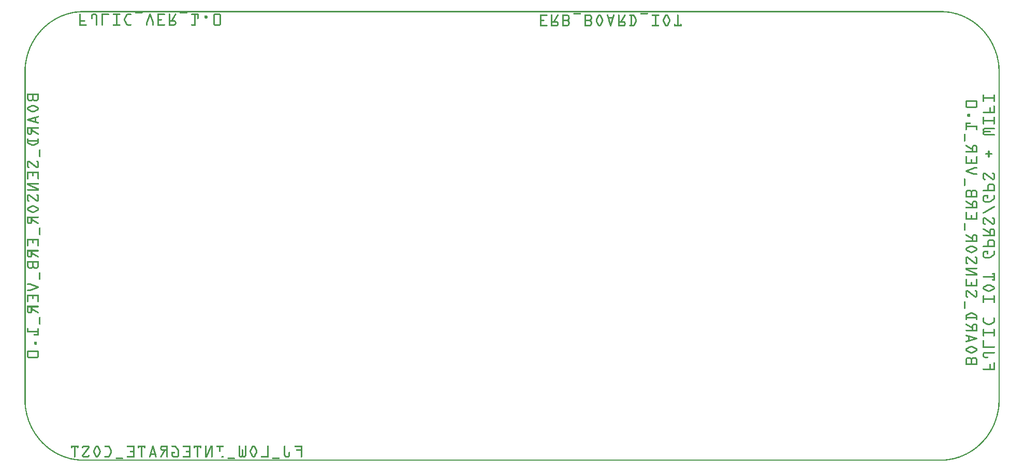
<source format=gbo>
G04 MADE WITH FRITZING*
G04 WWW.FRITZING.ORG*
G04 DOUBLE SIDED*
G04 HOLES PLATED*
G04 CONTOUR ON CENTER OF CONTOUR VECTOR*
%ASAXBY*%
%FSLAX23Y23*%
%MOIN*%
%OFA0B0*%
%SFA1.0B1.0*%
%ADD10R,0.001000X0.001000*%
%LNSILK0*%
G90*
G70*
G54D10*
X361Y2901D02*
X5918Y2901D01*
X347Y2900D02*
X5932Y2900D01*
X338Y2899D02*
X5941Y2899D01*
X330Y2898D02*
X5949Y2898D01*
X323Y2897D02*
X5956Y2897D01*
X317Y2896D02*
X5962Y2896D01*
X311Y2895D02*
X5968Y2895D01*
X306Y2894D02*
X5973Y2894D01*
X302Y2893D02*
X360Y2893D01*
X713Y2893D02*
X760Y2893D01*
X1001Y2893D02*
X1048Y2893D01*
X5919Y2893D02*
X5977Y2893D01*
X297Y2892D02*
X347Y2892D01*
X713Y2892D02*
X760Y2892D01*
X1001Y2892D02*
X1048Y2892D01*
X5932Y2892D02*
X5982Y2892D01*
X293Y2891D02*
X337Y2891D01*
X712Y2891D02*
X761Y2891D01*
X1000Y2891D02*
X1049Y2891D01*
X5942Y2891D02*
X5986Y2891D01*
X289Y2890D02*
X329Y2890D01*
X712Y2890D02*
X761Y2890D01*
X1000Y2890D02*
X1049Y2890D01*
X5950Y2890D02*
X5990Y2890D01*
X285Y2889D02*
X322Y2889D01*
X712Y2889D02*
X761Y2889D01*
X1000Y2889D02*
X1049Y2889D01*
X3537Y2889D02*
X3580Y2889D01*
X3969Y2889D02*
X4012Y2889D01*
X5957Y2889D02*
X5994Y2889D01*
X282Y2888D02*
X316Y2888D01*
X712Y2888D02*
X761Y2888D01*
X1000Y2888D02*
X1049Y2888D01*
X3535Y2888D02*
X3581Y2888D01*
X3967Y2888D02*
X4013Y2888D01*
X5963Y2888D02*
X5997Y2888D01*
X278Y2887D02*
X311Y2887D01*
X713Y2887D02*
X760Y2887D01*
X1001Y2887D02*
X1048Y2887D01*
X3535Y2887D02*
X3582Y2887D01*
X3967Y2887D02*
X4014Y2887D01*
X5968Y2887D02*
X6001Y2887D01*
X275Y2886D02*
X306Y2886D01*
X714Y2886D02*
X759Y2886D01*
X1002Y2886D02*
X1047Y2886D01*
X3534Y2886D02*
X3582Y2886D01*
X3966Y2886D02*
X4014Y2886D01*
X5973Y2886D02*
X6004Y2886D01*
X271Y2885D02*
X301Y2885D01*
X715Y2885D02*
X758Y2885D01*
X1003Y2885D02*
X1046Y2885D01*
X3534Y2885D02*
X3583Y2885D01*
X3966Y2885D02*
X4015Y2885D01*
X5978Y2885D02*
X6008Y2885D01*
X268Y2884D02*
X297Y2884D01*
X355Y2884D02*
X358Y2884D01*
X440Y2884D02*
X457Y2884D01*
X496Y2884D02*
X542Y2884D01*
X571Y2884D02*
X614Y2884D01*
X662Y2884D02*
X686Y2884D01*
X807Y2884D02*
X811Y2884D01*
X856Y2884D02*
X902Y2884D01*
X931Y2884D02*
X934Y2884D01*
X970Y2884D02*
X974Y2884D01*
X1075Y2884D02*
X1118Y2884D01*
X1223Y2884D02*
X1258Y2884D01*
X3534Y2884D02*
X3583Y2884D01*
X3966Y2884D02*
X4015Y2884D01*
X5982Y2884D02*
X6011Y2884D01*
X265Y2883D02*
X293Y2883D01*
X354Y2883D02*
X360Y2883D01*
X438Y2883D02*
X459Y2883D01*
X496Y2883D02*
X543Y2883D01*
X570Y2883D02*
X615Y2883D01*
X660Y2883D02*
X687Y2883D01*
X805Y2883D02*
X812Y2883D01*
X856Y2883D02*
X903Y2883D01*
X930Y2883D02*
X936Y2883D01*
X969Y2883D02*
X975Y2883D01*
X1074Y2883D02*
X1119Y2883D01*
X1221Y2883D02*
X1260Y2883D01*
X3534Y2883D02*
X3582Y2883D01*
X3966Y2883D02*
X4014Y2883D01*
X5986Y2883D02*
X6014Y2883D01*
X262Y2882D02*
X289Y2882D01*
X353Y2882D02*
X361Y2882D01*
X436Y2882D02*
X461Y2882D01*
X496Y2882D02*
X544Y2882D01*
X569Y2882D02*
X616Y2882D01*
X658Y2882D02*
X688Y2882D01*
X805Y2882D02*
X812Y2882D01*
X856Y2882D02*
X904Y2882D01*
X929Y2882D02*
X937Y2882D01*
X968Y2882D02*
X976Y2882D01*
X1073Y2882D02*
X1120Y2882D01*
X1220Y2882D02*
X1261Y2882D01*
X3535Y2882D02*
X3582Y2882D01*
X3967Y2882D02*
X4014Y2882D01*
X5990Y2882D02*
X6017Y2882D01*
X260Y2881D02*
X285Y2881D01*
X352Y2881D02*
X361Y2881D01*
X435Y2881D02*
X462Y2881D01*
X496Y2881D02*
X545Y2881D01*
X568Y2881D02*
X617Y2881D01*
X657Y2881D02*
X689Y2881D01*
X804Y2881D02*
X813Y2881D01*
X856Y2881D02*
X905Y2881D01*
X928Y2881D02*
X937Y2881D01*
X968Y2881D02*
X977Y2881D01*
X1072Y2881D02*
X1121Y2881D01*
X1219Y2881D02*
X1262Y2881D01*
X3535Y2881D02*
X3581Y2881D01*
X3967Y2881D02*
X4013Y2881D01*
X5994Y2881D02*
X6019Y2881D01*
X257Y2880D02*
X281Y2880D01*
X352Y2880D02*
X361Y2880D01*
X433Y2880D02*
X464Y2880D01*
X496Y2880D02*
X545Y2880D01*
X568Y2880D02*
X617Y2880D01*
X656Y2880D02*
X689Y2880D01*
X804Y2880D02*
X813Y2880D01*
X856Y2880D02*
X905Y2880D01*
X928Y2880D02*
X937Y2880D01*
X967Y2880D02*
X977Y2880D01*
X1072Y2880D02*
X1121Y2880D01*
X1218Y2880D02*
X1263Y2880D01*
X3537Y2880D02*
X3580Y2880D01*
X3969Y2880D02*
X4012Y2880D01*
X5998Y2880D02*
X6022Y2880D01*
X254Y2879D02*
X278Y2879D01*
X352Y2879D02*
X361Y2879D01*
X433Y2879D02*
X464Y2879D01*
X496Y2879D02*
X545Y2879D01*
X568Y2879D02*
X617Y2879D01*
X655Y2879D02*
X689Y2879D01*
X803Y2879D02*
X814Y2879D01*
X856Y2879D02*
X905Y2879D01*
X928Y2879D02*
X937Y2879D01*
X967Y2879D02*
X977Y2879D01*
X1072Y2879D02*
X1121Y2879D01*
X1217Y2879D02*
X1264Y2879D01*
X3318Y2879D02*
X3363Y2879D01*
X3393Y2879D02*
X3396Y2879D01*
X3433Y2879D02*
X3435Y2879D01*
X3462Y2879D02*
X3494Y2879D01*
X3606Y2879D02*
X3638Y2879D01*
X3700Y2879D02*
X3705Y2879D01*
X3753Y2879D02*
X3756Y2879D01*
X3793Y2879D02*
X3795Y2879D01*
X3825Y2879D02*
X3828Y2879D01*
X3865Y2879D02*
X3867Y2879D01*
X3897Y2879D02*
X3920Y2879D01*
X4041Y2879D02*
X4083Y2879D01*
X4132Y2879D02*
X4137Y2879D01*
X4205Y2879D02*
X4207Y2879D01*
X6001Y2879D02*
X6025Y2879D01*
X251Y2878D02*
X274Y2878D01*
X352Y2878D02*
X361Y2878D01*
X432Y2878D02*
X465Y2878D01*
X496Y2878D02*
X545Y2878D01*
X568Y2878D02*
X617Y2878D01*
X654Y2878D02*
X689Y2878D01*
X803Y2878D02*
X814Y2878D01*
X856Y2878D02*
X905Y2878D01*
X928Y2878D02*
X937Y2878D01*
X966Y2878D02*
X977Y2878D01*
X1072Y2878D02*
X1121Y2878D01*
X1217Y2878D02*
X1264Y2878D01*
X3318Y2878D02*
X3365Y2878D01*
X3392Y2878D02*
X3397Y2878D01*
X3431Y2878D02*
X3437Y2878D01*
X3462Y2878D02*
X3498Y2878D01*
X3606Y2878D02*
X3642Y2878D01*
X3697Y2878D02*
X3707Y2878D01*
X3751Y2878D02*
X3757Y2878D01*
X3791Y2878D02*
X3797Y2878D01*
X3824Y2878D02*
X3829Y2878D01*
X3863Y2878D02*
X3869Y2878D01*
X3896Y2878D02*
X3923Y2878D01*
X4040Y2878D02*
X4085Y2878D01*
X4129Y2878D02*
X4139Y2878D01*
X4203Y2878D02*
X4209Y2878D01*
X6005Y2878D02*
X6028Y2878D01*
X248Y2877D02*
X271Y2877D01*
X352Y2877D02*
X361Y2877D01*
X431Y2877D02*
X466Y2877D01*
X496Y2877D02*
X544Y2877D01*
X569Y2877D02*
X616Y2877D01*
X653Y2877D02*
X688Y2877D01*
X803Y2877D02*
X814Y2877D01*
X856Y2877D02*
X904Y2877D01*
X928Y2877D02*
X937Y2877D01*
X965Y2877D02*
X976Y2877D01*
X1073Y2877D02*
X1121Y2877D01*
X1216Y2877D02*
X1265Y2877D01*
X3318Y2877D02*
X3366Y2877D01*
X3391Y2877D02*
X3398Y2877D01*
X3430Y2877D02*
X3438Y2877D01*
X3462Y2877D02*
X3500Y2877D01*
X3606Y2877D02*
X3644Y2877D01*
X3695Y2877D02*
X3709Y2877D01*
X3750Y2877D02*
X3758Y2877D01*
X3790Y2877D02*
X3798Y2877D01*
X3823Y2877D02*
X3830Y2877D01*
X3862Y2877D02*
X3870Y2877D01*
X3895Y2877D02*
X3925Y2877D01*
X4039Y2877D02*
X4086Y2877D01*
X4127Y2877D02*
X4141Y2877D01*
X4203Y2877D02*
X4210Y2877D01*
X6008Y2877D02*
X6031Y2877D01*
X246Y2876D02*
X268Y2876D01*
X352Y2876D02*
X361Y2876D01*
X431Y2876D02*
X466Y2876D01*
X496Y2876D02*
X543Y2876D01*
X570Y2876D02*
X615Y2876D01*
X653Y2876D02*
X687Y2876D01*
X802Y2876D02*
X815Y2876D01*
X856Y2876D02*
X903Y2876D01*
X928Y2876D02*
X937Y2876D01*
X965Y2876D02*
X976Y2876D01*
X1074Y2876D02*
X1121Y2876D01*
X1216Y2876D02*
X1265Y2876D01*
X3318Y2876D02*
X3366Y2876D01*
X3390Y2876D02*
X3399Y2876D01*
X3430Y2876D02*
X3438Y2876D01*
X3462Y2876D02*
X3501Y2876D01*
X3606Y2876D02*
X3645Y2876D01*
X3694Y2876D02*
X3710Y2876D01*
X3750Y2876D02*
X3759Y2876D01*
X3790Y2876D02*
X3798Y2876D01*
X3822Y2876D02*
X3831Y2876D01*
X3862Y2876D02*
X3870Y2876D01*
X3894Y2876D02*
X3926Y2876D01*
X4038Y2876D02*
X4086Y2876D01*
X4126Y2876D02*
X4142Y2876D01*
X4202Y2876D02*
X4210Y2876D01*
X6011Y2876D02*
X6033Y2876D01*
X243Y2875D02*
X265Y2875D01*
X352Y2875D02*
X361Y2875D01*
X430Y2875D02*
X467Y2875D01*
X496Y2875D02*
X542Y2875D01*
X571Y2875D02*
X614Y2875D01*
X652Y2875D02*
X686Y2875D01*
X802Y2875D02*
X815Y2875D01*
X856Y2875D02*
X902Y2875D01*
X928Y2875D02*
X937Y2875D01*
X964Y2875D02*
X975Y2875D01*
X1075Y2875D02*
X1121Y2875D01*
X1216Y2875D02*
X1265Y2875D01*
X3318Y2875D02*
X3367Y2875D01*
X3390Y2875D02*
X3399Y2875D01*
X3429Y2875D02*
X3439Y2875D01*
X3462Y2875D02*
X3503Y2875D01*
X3606Y2875D02*
X3647Y2875D01*
X3693Y2875D02*
X3711Y2875D01*
X3750Y2875D02*
X3759Y2875D01*
X3790Y2875D02*
X3799Y2875D01*
X3822Y2875D02*
X3831Y2875D01*
X3861Y2875D02*
X3870Y2875D01*
X3894Y2875D02*
X3927Y2875D01*
X4038Y2875D02*
X4086Y2875D01*
X4125Y2875D02*
X4143Y2875D01*
X4202Y2875D02*
X4211Y2875D01*
X6014Y2875D02*
X6036Y2875D01*
X241Y2874D02*
X262Y2874D01*
X352Y2874D02*
X361Y2874D01*
X430Y2874D02*
X441Y2874D01*
X456Y2874D02*
X467Y2874D01*
X496Y2874D02*
X505Y2874D01*
X588Y2874D02*
X597Y2874D01*
X652Y2874D02*
X663Y2874D01*
X801Y2874D02*
X816Y2874D01*
X856Y2874D02*
X865Y2874D01*
X928Y2874D02*
X937Y2874D01*
X964Y2874D02*
X974Y2874D01*
X1092Y2874D02*
X1101Y2874D01*
X1112Y2874D02*
X1121Y2874D01*
X1216Y2874D02*
X1225Y2874D01*
X1256Y2874D02*
X1265Y2874D01*
X3318Y2874D02*
X3367Y2874D01*
X3390Y2874D02*
X3399Y2874D01*
X3428Y2874D02*
X3439Y2874D01*
X3462Y2874D02*
X3504Y2874D01*
X3606Y2874D02*
X3648Y2874D01*
X3692Y2874D02*
X3712Y2874D01*
X3750Y2874D02*
X3759Y2874D01*
X3789Y2874D02*
X3799Y2874D01*
X3822Y2874D02*
X3831Y2874D01*
X3860Y2874D02*
X3871Y2874D01*
X3894Y2874D02*
X3928Y2874D01*
X4038Y2874D02*
X4087Y2874D01*
X4124Y2874D02*
X4144Y2874D01*
X4202Y2874D02*
X4211Y2874D01*
X6017Y2874D02*
X6038Y2874D01*
X239Y2873D02*
X259Y2873D01*
X352Y2873D02*
X361Y2873D01*
X430Y2873D02*
X440Y2873D01*
X457Y2873D02*
X468Y2873D01*
X496Y2873D02*
X505Y2873D01*
X588Y2873D02*
X597Y2873D01*
X651Y2873D02*
X662Y2873D01*
X801Y2873D02*
X816Y2873D01*
X856Y2873D02*
X865Y2873D01*
X928Y2873D02*
X937Y2873D01*
X963Y2873D02*
X974Y2873D01*
X1092Y2873D02*
X1101Y2873D01*
X1112Y2873D02*
X1121Y2873D01*
X1216Y2873D02*
X1225Y2873D01*
X1256Y2873D02*
X1265Y2873D01*
X3318Y2873D02*
X3366Y2873D01*
X3390Y2873D02*
X3399Y2873D01*
X3428Y2873D02*
X3438Y2873D01*
X3462Y2873D02*
X3505Y2873D01*
X3606Y2873D02*
X3649Y2873D01*
X3692Y2873D02*
X3713Y2873D01*
X3750Y2873D02*
X3759Y2873D01*
X3789Y2873D02*
X3798Y2873D01*
X3822Y2873D02*
X3831Y2873D01*
X3860Y2873D02*
X3870Y2873D01*
X3894Y2873D02*
X3929Y2873D01*
X4038Y2873D02*
X4086Y2873D01*
X4123Y2873D02*
X4145Y2873D01*
X4202Y2873D02*
X4211Y2873D01*
X6020Y2873D02*
X6040Y2873D01*
X236Y2872D02*
X257Y2872D01*
X352Y2872D02*
X361Y2872D01*
X429Y2872D02*
X439Y2872D01*
X458Y2872D02*
X468Y2872D01*
X496Y2872D02*
X505Y2872D01*
X588Y2872D02*
X597Y2872D01*
X651Y2872D02*
X661Y2872D01*
X801Y2872D02*
X816Y2872D01*
X856Y2872D02*
X865Y2872D01*
X928Y2872D02*
X937Y2872D01*
X963Y2872D02*
X973Y2872D01*
X1092Y2872D02*
X1101Y2872D01*
X1112Y2872D02*
X1121Y2872D01*
X1216Y2872D02*
X1225Y2872D01*
X1256Y2872D02*
X1265Y2872D01*
X3318Y2872D02*
X3366Y2872D01*
X3390Y2872D02*
X3399Y2872D01*
X3427Y2872D02*
X3438Y2872D01*
X3462Y2872D02*
X3506Y2872D01*
X3606Y2872D02*
X3650Y2872D01*
X3691Y2872D02*
X3714Y2872D01*
X3750Y2872D02*
X3760Y2872D01*
X3789Y2872D02*
X3798Y2872D01*
X3822Y2872D02*
X3831Y2872D01*
X3859Y2872D02*
X3870Y2872D01*
X3894Y2872D02*
X3930Y2872D01*
X4038Y2872D02*
X4086Y2872D01*
X4123Y2872D02*
X4145Y2872D01*
X4202Y2872D02*
X4211Y2872D01*
X6022Y2872D02*
X6043Y2872D01*
X234Y2871D02*
X254Y2871D01*
X352Y2871D02*
X361Y2871D01*
X429Y2871D02*
X438Y2871D01*
X459Y2871D02*
X468Y2871D01*
X496Y2871D02*
X505Y2871D01*
X588Y2871D02*
X597Y2871D01*
X650Y2871D02*
X661Y2871D01*
X800Y2871D02*
X817Y2871D01*
X856Y2871D02*
X865Y2871D01*
X928Y2871D02*
X937Y2871D01*
X962Y2871D02*
X973Y2871D01*
X1092Y2871D02*
X1101Y2871D01*
X1112Y2871D02*
X1121Y2871D01*
X1161Y2871D02*
X1176Y2871D01*
X1216Y2871D02*
X1225Y2871D01*
X1256Y2871D02*
X1265Y2871D01*
X3318Y2871D02*
X3365Y2871D01*
X3390Y2871D02*
X3399Y2871D01*
X3427Y2871D02*
X3438Y2871D01*
X3462Y2871D02*
X3507Y2871D01*
X3606Y2871D02*
X3651Y2871D01*
X3690Y2871D02*
X3714Y2871D01*
X3750Y2871D02*
X3760Y2871D01*
X3788Y2871D02*
X3798Y2871D01*
X3822Y2871D02*
X3831Y2871D01*
X3859Y2871D02*
X3869Y2871D01*
X3895Y2871D02*
X3930Y2871D01*
X4039Y2871D02*
X4085Y2871D01*
X4122Y2871D02*
X4146Y2871D01*
X4202Y2871D02*
X4211Y2871D01*
X6025Y2871D02*
X6045Y2871D01*
X231Y2870D02*
X251Y2870D01*
X352Y2870D02*
X361Y2870D01*
X429Y2870D02*
X438Y2870D01*
X459Y2870D02*
X468Y2870D01*
X496Y2870D02*
X505Y2870D01*
X588Y2870D02*
X597Y2870D01*
X650Y2870D02*
X660Y2870D01*
X800Y2870D02*
X817Y2870D01*
X856Y2870D02*
X865Y2870D01*
X928Y2870D02*
X937Y2870D01*
X961Y2870D02*
X972Y2870D01*
X1092Y2870D02*
X1101Y2870D01*
X1112Y2870D02*
X1121Y2870D01*
X1160Y2870D02*
X1177Y2870D01*
X1216Y2870D02*
X1225Y2870D01*
X1256Y2870D02*
X1265Y2870D01*
X3318Y2870D02*
X3364Y2870D01*
X3390Y2870D02*
X3399Y2870D01*
X3426Y2870D02*
X3437Y2870D01*
X3462Y2870D02*
X3507Y2870D01*
X3606Y2870D02*
X3651Y2870D01*
X3690Y2870D02*
X3715Y2870D01*
X3751Y2870D02*
X3760Y2870D01*
X3788Y2870D02*
X3797Y2870D01*
X3822Y2870D02*
X3831Y2870D01*
X3858Y2870D02*
X3869Y2870D01*
X3896Y2870D02*
X3931Y2870D01*
X4040Y2870D02*
X4084Y2870D01*
X4122Y2870D02*
X4146Y2870D01*
X4202Y2870D02*
X4211Y2870D01*
X6028Y2870D02*
X6048Y2870D01*
X229Y2869D02*
X249Y2869D01*
X352Y2869D02*
X361Y2869D01*
X429Y2869D02*
X438Y2869D01*
X459Y2869D02*
X468Y2869D01*
X496Y2869D02*
X505Y2869D01*
X588Y2869D02*
X597Y2869D01*
X649Y2869D02*
X659Y2869D01*
X799Y2869D02*
X818Y2869D01*
X856Y2869D02*
X865Y2869D01*
X928Y2869D02*
X937Y2869D01*
X961Y2869D02*
X972Y2869D01*
X1092Y2869D02*
X1101Y2869D01*
X1112Y2869D02*
X1121Y2869D01*
X1159Y2869D02*
X1177Y2869D01*
X1216Y2869D02*
X1225Y2869D01*
X1256Y2869D02*
X1265Y2869D01*
X3318Y2869D02*
X3327Y2869D01*
X3390Y2869D02*
X3399Y2869D01*
X3426Y2869D02*
X3436Y2869D01*
X3462Y2869D02*
X3471Y2869D01*
X3494Y2869D02*
X3508Y2869D01*
X3606Y2869D02*
X3615Y2869D01*
X3638Y2869D02*
X3652Y2869D01*
X3689Y2869D02*
X3700Y2869D01*
X3704Y2869D02*
X3715Y2869D01*
X3751Y2869D02*
X3761Y2869D01*
X3788Y2869D02*
X3797Y2869D01*
X3822Y2869D02*
X3831Y2869D01*
X3858Y2869D02*
X3868Y2869D01*
X3904Y2869D02*
X3913Y2869D01*
X3919Y2869D02*
X3931Y2869D01*
X4057Y2869D02*
X4067Y2869D01*
X4121Y2869D02*
X4132Y2869D01*
X4136Y2869D02*
X4147Y2869D01*
X4202Y2869D02*
X4211Y2869D01*
X6030Y2869D02*
X6050Y2869D01*
X227Y2868D02*
X246Y2868D01*
X352Y2868D02*
X361Y2868D01*
X429Y2868D02*
X438Y2868D01*
X459Y2868D02*
X468Y2868D01*
X496Y2868D02*
X505Y2868D01*
X588Y2868D02*
X597Y2868D01*
X649Y2868D02*
X659Y2868D01*
X799Y2868D02*
X818Y2868D01*
X856Y2868D02*
X865Y2868D01*
X928Y2868D02*
X937Y2868D01*
X960Y2868D02*
X971Y2868D01*
X1092Y2868D02*
X1101Y2868D01*
X1112Y2868D02*
X1121Y2868D01*
X1159Y2868D02*
X1178Y2868D01*
X1216Y2868D02*
X1225Y2868D01*
X1256Y2868D02*
X1265Y2868D01*
X3318Y2868D02*
X3327Y2868D01*
X3390Y2868D02*
X3399Y2868D01*
X3425Y2868D02*
X3436Y2868D01*
X3462Y2868D02*
X3471Y2868D01*
X3496Y2868D02*
X3509Y2868D01*
X3606Y2868D02*
X3615Y2868D01*
X3640Y2868D02*
X3652Y2868D01*
X3689Y2868D02*
X3699Y2868D01*
X3705Y2868D02*
X3716Y2868D01*
X3751Y2868D02*
X3761Y2868D01*
X3787Y2868D02*
X3797Y2868D01*
X3822Y2868D02*
X3831Y2868D01*
X3857Y2868D02*
X3868Y2868D01*
X3904Y2868D02*
X3913Y2868D01*
X3921Y2868D02*
X3932Y2868D01*
X4058Y2868D02*
X4067Y2868D01*
X4121Y2868D02*
X4131Y2868D01*
X4137Y2868D02*
X4147Y2868D01*
X4202Y2868D02*
X4211Y2868D01*
X6033Y2868D02*
X6052Y2868D01*
X225Y2867D02*
X244Y2867D01*
X352Y2867D02*
X361Y2867D01*
X429Y2867D02*
X438Y2867D01*
X459Y2867D02*
X468Y2867D01*
X496Y2867D02*
X505Y2867D01*
X588Y2867D02*
X597Y2867D01*
X648Y2867D02*
X658Y2867D01*
X799Y2867D02*
X818Y2867D01*
X856Y2867D02*
X865Y2867D01*
X928Y2867D02*
X937Y2867D01*
X960Y2867D02*
X970Y2867D01*
X1092Y2867D02*
X1101Y2867D01*
X1112Y2867D02*
X1121Y2867D01*
X1159Y2867D02*
X1178Y2867D01*
X1216Y2867D02*
X1225Y2867D01*
X1256Y2867D02*
X1265Y2867D01*
X3318Y2867D02*
X3327Y2867D01*
X3390Y2867D02*
X3399Y2867D01*
X3424Y2867D02*
X3435Y2867D01*
X3462Y2867D02*
X3471Y2867D01*
X3498Y2867D02*
X3509Y2867D01*
X3606Y2867D02*
X3615Y2867D01*
X3642Y2867D02*
X3653Y2867D01*
X3688Y2867D02*
X3699Y2867D01*
X3706Y2867D02*
X3716Y2867D01*
X3752Y2867D02*
X3761Y2867D01*
X3787Y2867D02*
X3797Y2867D01*
X3822Y2867D02*
X3831Y2867D01*
X3856Y2867D02*
X3867Y2867D01*
X3904Y2867D02*
X3913Y2867D01*
X3921Y2867D02*
X3932Y2867D01*
X4058Y2867D02*
X4067Y2867D01*
X4120Y2867D02*
X4131Y2867D01*
X4138Y2867D02*
X4148Y2867D01*
X4202Y2867D02*
X4211Y2867D01*
X6035Y2867D02*
X6054Y2867D01*
X223Y2866D02*
X241Y2866D01*
X352Y2866D02*
X361Y2866D01*
X429Y2866D02*
X438Y2866D01*
X459Y2866D02*
X468Y2866D01*
X496Y2866D02*
X505Y2866D01*
X588Y2866D02*
X597Y2866D01*
X647Y2866D02*
X658Y2866D01*
X798Y2866D02*
X819Y2866D01*
X856Y2866D02*
X865Y2866D01*
X928Y2866D02*
X937Y2866D01*
X959Y2866D02*
X970Y2866D01*
X1092Y2866D02*
X1101Y2866D01*
X1112Y2866D02*
X1121Y2866D01*
X1159Y2866D02*
X1178Y2866D01*
X1216Y2866D02*
X1225Y2866D01*
X1256Y2866D02*
X1265Y2866D01*
X3318Y2866D02*
X3327Y2866D01*
X3390Y2866D02*
X3399Y2866D01*
X3424Y2866D02*
X3435Y2866D01*
X3462Y2866D02*
X3471Y2866D01*
X3499Y2866D02*
X3509Y2866D01*
X3606Y2866D02*
X3615Y2866D01*
X3643Y2866D02*
X3653Y2866D01*
X3688Y2866D02*
X3698Y2866D01*
X3706Y2866D02*
X3717Y2866D01*
X3752Y2866D02*
X3761Y2866D01*
X3787Y2866D02*
X3796Y2866D01*
X3822Y2866D02*
X3831Y2866D01*
X3856Y2866D02*
X3867Y2866D01*
X3904Y2866D02*
X3913Y2866D01*
X3922Y2866D02*
X3933Y2866D01*
X4058Y2866D02*
X4067Y2866D01*
X4120Y2866D02*
X4130Y2866D01*
X4138Y2866D02*
X4148Y2866D01*
X4202Y2866D02*
X4211Y2866D01*
X6038Y2866D02*
X6056Y2866D01*
X221Y2865D02*
X239Y2865D01*
X352Y2865D02*
X361Y2865D01*
X429Y2865D02*
X438Y2865D01*
X459Y2865D02*
X468Y2865D01*
X496Y2865D02*
X505Y2865D01*
X588Y2865D02*
X597Y2865D01*
X647Y2865D02*
X657Y2865D01*
X798Y2865D02*
X819Y2865D01*
X856Y2865D02*
X865Y2865D01*
X928Y2865D02*
X937Y2865D01*
X958Y2865D02*
X969Y2865D01*
X1092Y2865D02*
X1101Y2865D01*
X1112Y2865D02*
X1121Y2865D01*
X1159Y2865D02*
X1178Y2865D01*
X1216Y2865D02*
X1225Y2865D01*
X1256Y2865D02*
X1265Y2865D01*
X3318Y2865D02*
X3327Y2865D01*
X3390Y2865D02*
X3399Y2865D01*
X3423Y2865D02*
X3434Y2865D01*
X3462Y2865D02*
X3471Y2865D01*
X3500Y2865D02*
X3510Y2865D01*
X3606Y2865D02*
X3615Y2865D01*
X3644Y2865D02*
X3654Y2865D01*
X3687Y2865D02*
X3698Y2865D01*
X3707Y2865D02*
X3717Y2865D01*
X3752Y2865D02*
X3762Y2865D01*
X3787Y2865D02*
X3796Y2865D01*
X3822Y2865D02*
X3831Y2865D01*
X3855Y2865D02*
X3866Y2865D01*
X3904Y2865D02*
X3913Y2865D01*
X3923Y2865D02*
X3933Y2865D01*
X4058Y2865D02*
X4067Y2865D01*
X4119Y2865D02*
X4130Y2865D01*
X4139Y2865D02*
X4149Y2865D01*
X4202Y2865D02*
X4211Y2865D01*
X6040Y2865D02*
X6058Y2865D01*
X219Y2864D02*
X236Y2864D01*
X352Y2864D02*
X361Y2864D01*
X429Y2864D02*
X438Y2864D01*
X459Y2864D02*
X468Y2864D01*
X496Y2864D02*
X505Y2864D01*
X588Y2864D02*
X597Y2864D01*
X646Y2864D02*
X657Y2864D01*
X797Y2864D02*
X807Y2864D01*
X810Y2864D02*
X820Y2864D01*
X856Y2864D02*
X865Y2864D01*
X928Y2864D02*
X937Y2864D01*
X958Y2864D02*
X969Y2864D01*
X1092Y2864D02*
X1101Y2864D01*
X1112Y2864D02*
X1121Y2864D01*
X1159Y2864D02*
X1178Y2864D01*
X1216Y2864D02*
X1225Y2864D01*
X1256Y2864D02*
X1265Y2864D01*
X3318Y2864D02*
X3327Y2864D01*
X3390Y2864D02*
X3399Y2864D01*
X3423Y2864D02*
X3433Y2864D01*
X3462Y2864D02*
X3471Y2864D01*
X3500Y2864D02*
X3510Y2864D01*
X3606Y2864D02*
X3615Y2864D01*
X3644Y2864D02*
X3654Y2864D01*
X3687Y2864D02*
X3697Y2864D01*
X3707Y2864D02*
X3718Y2864D01*
X3753Y2864D02*
X3762Y2864D01*
X3786Y2864D02*
X3796Y2864D01*
X3822Y2864D02*
X3831Y2864D01*
X3855Y2864D02*
X3865Y2864D01*
X3904Y2864D02*
X3913Y2864D01*
X3923Y2864D02*
X3934Y2864D01*
X4058Y2864D02*
X4067Y2864D01*
X4119Y2864D02*
X4129Y2864D01*
X4139Y2864D02*
X4149Y2864D01*
X4202Y2864D02*
X4211Y2864D01*
X6043Y2864D02*
X6060Y2864D01*
X216Y2863D02*
X234Y2863D01*
X352Y2863D02*
X361Y2863D01*
X429Y2863D02*
X438Y2863D01*
X459Y2863D02*
X468Y2863D01*
X496Y2863D02*
X505Y2863D01*
X588Y2863D02*
X597Y2863D01*
X646Y2863D02*
X656Y2863D01*
X797Y2863D02*
X807Y2863D01*
X810Y2863D02*
X820Y2863D01*
X856Y2863D02*
X865Y2863D01*
X928Y2863D02*
X937Y2863D01*
X957Y2863D02*
X968Y2863D01*
X1092Y2863D02*
X1101Y2863D01*
X1112Y2863D02*
X1121Y2863D01*
X1159Y2863D02*
X1178Y2863D01*
X1216Y2863D02*
X1225Y2863D01*
X1256Y2863D02*
X1265Y2863D01*
X3318Y2863D02*
X3327Y2863D01*
X3390Y2863D02*
X3399Y2863D01*
X3422Y2863D02*
X3433Y2863D01*
X3462Y2863D02*
X3471Y2863D01*
X3501Y2863D02*
X3510Y2863D01*
X3606Y2863D02*
X3615Y2863D01*
X3645Y2863D02*
X3654Y2863D01*
X3686Y2863D02*
X3697Y2863D01*
X3708Y2863D02*
X3718Y2863D01*
X3753Y2863D02*
X3762Y2863D01*
X3786Y2863D02*
X3795Y2863D01*
X3822Y2863D02*
X3831Y2863D01*
X3854Y2863D02*
X3865Y2863D01*
X3904Y2863D02*
X3913Y2863D01*
X3924Y2863D02*
X3934Y2863D01*
X4058Y2863D02*
X4067Y2863D01*
X4118Y2863D02*
X4129Y2863D01*
X4140Y2863D02*
X4150Y2863D01*
X4202Y2863D02*
X4211Y2863D01*
X6045Y2863D02*
X6063Y2863D01*
X214Y2862D02*
X232Y2862D01*
X352Y2862D02*
X361Y2862D01*
X429Y2862D02*
X438Y2862D01*
X459Y2862D02*
X468Y2862D01*
X496Y2862D02*
X505Y2862D01*
X588Y2862D02*
X597Y2862D01*
X645Y2862D02*
X656Y2862D01*
X797Y2862D02*
X807Y2862D01*
X810Y2862D02*
X820Y2862D01*
X856Y2862D02*
X865Y2862D01*
X928Y2862D02*
X937Y2862D01*
X957Y2862D02*
X967Y2862D01*
X1092Y2862D02*
X1101Y2862D01*
X1112Y2862D02*
X1121Y2862D01*
X1159Y2862D02*
X1178Y2862D01*
X1216Y2862D02*
X1225Y2862D01*
X1256Y2862D02*
X1265Y2862D01*
X3318Y2862D02*
X3327Y2862D01*
X3390Y2862D02*
X3399Y2862D01*
X3421Y2862D02*
X3432Y2862D01*
X3462Y2862D02*
X3471Y2862D01*
X3501Y2862D02*
X3510Y2862D01*
X3606Y2862D02*
X3615Y2862D01*
X3645Y2862D02*
X3654Y2862D01*
X3686Y2862D02*
X3696Y2862D01*
X3708Y2862D02*
X3719Y2862D01*
X3753Y2862D02*
X3795Y2862D01*
X3822Y2862D02*
X3831Y2862D01*
X3853Y2862D02*
X3864Y2862D01*
X3904Y2862D02*
X3913Y2862D01*
X3924Y2862D02*
X3935Y2862D01*
X4058Y2862D02*
X4067Y2862D01*
X4118Y2862D02*
X4128Y2862D01*
X4140Y2862D02*
X4150Y2862D01*
X4202Y2862D02*
X4211Y2862D01*
X6047Y2862D02*
X6065Y2862D01*
X213Y2861D02*
X230Y2861D01*
X352Y2861D02*
X361Y2861D01*
X429Y2861D02*
X438Y2861D01*
X459Y2861D02*
X468Y2861D01*
X496Y2861D02*
X505Y2861D01*
X588Y2861D02*
X597Y2861D01*
X645Y2861D02*
X655Y2861D01*
X796Y2861D02*
X806Y2861D01*
X811Y2861D02*
X821Y2861D01*
X856Y2861D02*
X865Y2861D01*
X928Y2861D02*
X937Y2861D01*
X956Y2861D02*
X967Y2861D01*
X1092Y2861D02*
X1101Y2861D01*
X1112Y2861D02*
X1121Y2861D01*
X1159Y2861D02*
X1178Y2861D01*
X1216Y2861D02*
X1225Y2861D01*
X1256Y2861D02*
X1265Y2861D01*
X3318Y2861D02*
X3327Y2861D01*
X3390Y2861D02*
X3399Y2861D01*
X3421Y2861D02*
X3432Y2861D01*
X3462Y2861D02*
X3471Y2861D01*
X3501Y2861D02*
X3510Y2861D01*
X3606Y2861D02*
X3615Y2861D01*
X3645Y2861D02*
X3654Y2861D01*
X3685Y2861D02*
X3696Y2861D01*
X3709Y2861D02*
X3719Y2861D01*
X3753Y2861D02*
X3795Y2861D01*
X3822Y2861D02*
X3831Y2861D01*
X3853Y2861D02*
X3864Y2861D01*
X3904Y2861D02*
X3913Y2861D01*
X3925Y2861D02*
X3935Y2861D01*
X4058Y2861D02*
X4067Y2861D01*
X4117Y2861D02*
X4128Y2861D01*
X4141Y2861D02*
X4151Y2861D01*
X4202Y2861D02*
X4211Y2861D01*
X6049Y2861D02*
X6066Y2861D01*
X211Y2860D02*
X228Y2860D01*
X352Y2860D02*
X361Y2860D01*
X429Y2860D02*
X438Y2860D01*
X459Y2860D02*
X468Y2860D01*
X496Y2860D02*
X505Y2860D01*
X588Y2860D02*
X597Y2860D01*
X645Y2860D02*
X655Y2860D01*
X796Y2860D02*
X806Y2860D01*
X811Y2860D02*
X821Y2860D01*
X856Y2860D02*
X865Y2860D01*
X928Y2860D02*
X937Y2860D01*
X956Y2860D02*
X966Y2860D01*
X1092Y2860D02*
X1101Y2860D01*
X1112Y2860D02*
X1121Y2860D01*
X1159Y2860D02*
X1178Y2860D01*
X1216Y2860D02*
X1225Y2860D01*
X1256Y2860D02*
X1265Y2860D01*
X3318Y2860D02*
X3327Y2860D01*
X3390Y2860D02*
X3399Y2860D01*
X3420Y2860D02*
X3431Y2860D01*
X3462Y2860D02*
X3471Y2860D01*
X3501Y2860D02*
X3511Y2860D01*
X3606Y2860D02*
X3615Y2860D01*
X3645Y2860D02*
X3655Y2860D01*
X3685Y2860D02*
X3695Y2860D01*
X3709Y2860D02*
X3719Y2860D01*
X3754Y2860D02*
X3795Y2860D01*
X3822Y2860D02*
X3831Y2860D01*
X3852Y2860D02*
X3863Y2860D01*
X3904Y2860D02*
X3913Y2860D01*
X3925Y2860D02*
X3936Y2860D01*
X4058Y2860D02*
X4067Y2860D01*
X4117Y2860D02*
X4127Y2860D01*
X4141Y2860D02*
X4151Y2860D01*
X4202Y2860D02*
X4211Y2860D01*
X6051Y2860D02*
X6068Y2860D01*
X209Y2859D02*
X225Y2859D01*
X352Y2859D02*
X361Y2859D01*
X429Y2859D02*
X438Y2859D01*
X459Y2859D02*
X468Y2859D01*
X496Y2859D02*
X505Y2859D01*
X588Y2859D02*
X597Y2859D01*
X644Y2859D02*
X654Y2859D01*
X796Y2859D02*
X806Y2859D01*
X812Y2859D02*
X822Y2859D01*
X856Y2859D02*
X865Y2859D01*
X928Y2859D02*
X937Y2859D01*
X955Y2859D02*
X966Y2859D01*
X1092Y2859D02*
X1101Y2859D01*
X1112Y2859D02*
X1121Y2859D01*
X1159Y2859D02*
X1178Y2859D01*
X1216Y2859D02*
X1225Y2859D01*
X1256Y2859D02*
X1265Y2859D01*
X3318Y2859D02*
X3327Y2859D01*
X3390Y2859D02*
X3399Y2859D01*
X3420Y2859D02*
X3431Y2859D01*
X3462Y2859D02*
X3471Y2859D01*
X3502Y2859D02*
X3511Y2859D01*
X3606Y2859D02*
X3615Y2859D01*
X3646Y2859D02*
X3655Y2859D01*
X3684Y2859D02*
X3695Y2859D01*
X3710Y2859D02*
X3720Y2859D01*
X3754Y2859D02*
X3794Y2859D01*
X3822Y2859D02*
X3831Y2859D01*
X3852Y2859D02*
X3862Y2859D01*
X3904Y2859D02*
X3913Y2859D01*
X3926Y2859D02*
X3936Y2859D01*
X4058Y2859D02*
X4067Y2859D01*
X4116Y2859D02*
X4127Y2859D01*
X4142Y2859D02*
X4152Y2859D01*
X4202Y2859D02*
X4211Y2859D01*
X6054Y2859D02*
X6070Y2859D01*
X207Y2858D02*
X223Y2858D01*
X352Y2858D02*
X361Y2858D01*
X429Y2858D02*
X438Y2858D01*
X459Y2858D02*
X468Y2858D01*
X496Y2858D02*
X505Y2858D01*
X588Y2858D02*
X597Y2858D01*
X644Y2858D02*
X654Y2858D01*
X795Y2858D02*
X805Y2858D01*
X812Y2858D02*
X822Y2858D01*
X856Y2858D02*
X865Y2858D01*
X928Y2858D02*
X937Y2858D01*
X954Y2858D02*
X965Y2858D01*
X1092Y2858D02*
X1101Y2858D01*
X1112Y2858D02*
X1121Y2858D01*
X1159Y2858D02*
X1178Y2858D01*
X1216Y2858D02*
X1225Y2858D01*
X1256Y2858D02*
X1265Y2858D01*
X3318Y2858D02*
X3327Y2858D01*
X3390Y2858D02*
X3399Y2858D01*
X3419Y2858D02*
X3430Y2858D01*
X3462Y2858D02*
X3471Y2858D01*
X3502Y2858D02*
X3511Y2858D01*
X3606Y2858D02*
X3615Y2858D01*
X3646Y2858D02*
X3655Y2858D01*
X3684Y2858D02*
X3694Y2858D01*
X3710Y2858D02*
X3720Y2858D01*
X3754Y2858D02*
X3794Y2858D01*
X3822Y2858D02*
X3831Y2858D01*
X3851Y2858D02*
X3862Y2858D01*
X3904Y2858D02*
X3913Y2858D01*
X3926Y2858D02*
X3936Y2858D01*
X4058Y2858D02*
X4067Y2858D01*
X4116Y2858D02*
X4126Y2858D01*
X4142Y2858D02*
X4152Y2858D01*
X4202Y2858D02*
X4211Y2858D01*
X6056Y2858D02*
X6072Y2858D01*
X205Y2857D02*
X221Y2857D01*
X352Y2857D02*
X361Y2857D01*
X429Y2857D02*
X438Y2857D01*
X459Y2857D02*
X468Y2857D01*
X496Y2857D02*
X505Y2857D01*
X588Y2857D02*
X597Y2857D01*
X643Y2857D02*
X653Y2857D01*
X795Y2857D02*
X805Y2857D01*
X812Y2857D02*
X822Y2857D01*
X856Y2857D02*
X865Y2857D01*
X928Y2857D02*
X937Y2857D01*
X954Y2857D02*
X965Y2857D01*
X1092Y2857D02*
X1101Y2857D01*
X1112Y2857D02*
X1121Y2857D01*
X1159Y2857D02*
X1178Y2857D01*
X1216Y2857D02*
X1225Y2857D01*
X1256Y2857D02*
X1265Y2857D01*
X3318Y2857D02*
X3327Y2857D01*
X3390Y2857D02*
X3399Y2857D01*
X3419Y2857D02*
X3429Y2857D01*
X3462Y2857D02*
X3471Y2857D01*
X3502Y2857D02*
X3511Y2857D01*
X3606Y2857D02*
X3615Y2857D01*
X3646Y2857D02*
X3655Y2857D01*
X3683Y2857D02*
X3694Y2857D01*
X3711Y2857D02*
X3721Y2857D01*
X3755Y2857D02*
X3794Y2857D01*
X3822Y2857D02*
X3831Y2857D01*
X3851Y2857D02*
X3861Y2857D01*
X3904Y2857D02*
X3913Y2857D01*
X3927Y2857D02*
X3937Y2857D01*
X4058Y2857D02*
X4067Y2857D01*
X4115Y2857D02*
X4126Y2857D01*
X4143Y2857D02*
X4153Y2857D01*
X4202Y2857D02*
X4211Y2857D01*
X6058Y2857D02*
X6074Y2857D01*
X203Y2856D02*
X219Y2856D01*
X352Y2856D02*
X361Y2856D01*
X429Y2856D02*
X438Y2856D01*
X459Y2856D02*
X468Y2856D01*
X496Y2856D02*
X505Y2856D01*
X588Y2856D02*
X597Y2856D01*
X643Y2856D02*
X653Y2856D01*
X794Y2856D02*
X804Y2856D01*
X813Y2856D02*
X823Y2856D01*
X856Y2856D02*
X865Y2856D01*
X928Y2856D02*
X937Y2856D01*
X953Y2856D02*
X964Y2856D01*
X1092Y2856D02*
X1101Y2856D01*
X1112Y2856D02*
X1121Y2856D01*
X1160Y2856D02*
X1177Y2856D01*
X1216Y2856D02*
X1225Y2856D01*
X1256Y2856D02*
X1265Y2856D01*
X3318Y2856D02*
X3327Y2856D01*
X3390Y2856D02*
X3399Y2856D01*
X3418Y2856D02*
X3429Y2856D01*
X3462Y2856D02*
X3471Y2856D01*
X3502Y2856D02*
X3511Y2856D01*
X3606Y2856D02*
X3615Y2856D01*
X3646Y2856D02*
X3655Y2856D01*
X3683Y2856D02*
X3693Y2856D01*
X3711Y2856D02*
X3721Y2856D01*
X3755Y2856D02*
X3793Y2856D01*
X3822Y2856D02*
X3831Y2856D01*
X3850Y2856D02*
X3861Y2856D01*
X3904Y2856D02*
X3913Y2856D01*
X3927Y2856D02*
X3937Y2856D01*
X4058Y2856D02*
X4067Y2856D01*
X4115Y2856D02*
X4125Y2856D01*
X4143Y2856D02*
X4153Y2856D01*
X4202Y2856D02*
X4211Y2856D01*
X6060Y2856D02*
X6076Y2856D01*
X201Y2855D02*
X217Y2855D01*
X352Y2855D02*
X361Y2855D01*
X429Y2855D02*
X438Y2855D01*
X459Y2855D02*
X468Y2855D01*
X496Y2855D02*
X505Y2855D01*
X588Y2855D02*
X597Y2855D01*
X642Y2855D02*
X652Y2855D01*
X794Y2855D02*
X804Y2855D01*
X813Y2855D02*
X823Y2855D01*
X856Y2855D02*
X865Y2855D01*
X928Y2855D02*
X937Y2855D01*
X953Y2855D02*
X963Y2855D01*
X1092Y2855D02*
X1101Y2855D01*
X1112Y2855D02*
X1121Y2855D01*
X1160Y2855D02*
X1177Y2855D01*
X1216Y2855D02*
X1225Y2855D01*
X1256Y2855D02*
X1265Y2855D01*
X3318Y2855D02*
X3327Y2855D01*
X3390Y2855D02*
X3399Y2855D01*
X3417Y2855D02*
X3428Y2855D01*
X3462Y2855D02*
X3471Y2855D01*
X3502Y2855D02*
X3511Y2855D01*
X3606Y2855D02*
X3615Y2855D01*
X3646Y2855D02*
X3655Y2855D01*
X3682Y2855D02*
X3693Y2855D01*
X3712Y2855D02*
X3722Y2855D01*
X3755Y2855D02*
X3793Y2855D01*
X3822Y2855D02*
X3831Y2855D01*
X3849Y2855D02*
X3860Y2855D01*
X3904Y2855D02*
X3913Y2855D01*
X3928Y2855D02*
X3938Y2855D01*
X4058Y2855D02*
X4067Y2855D01*
X4114Y2855D02*
X4125Y2855D01*
X4144Y2855D02*
X4154Y2855D01*
X4202Y2855D02*
X4211Y2855D01*
X6062Y2855D02*
X6078Y2855D01*
X199Y2854D02*
X215Y2854D01*
X352Y2854D02*
X361Y2854D01*
X429Y2854D02*
X438Y2854D01*
X459Y2854D02*
X468Y2854D01*
X496Y2854D02*
X505Y2854D01*
X588Y2854D02*
X597Y2854D01*
X642Y2854D02*
X652Y2854D01*
X794Y2854D02*
X804Y2854D01*
X814Y2854D02*
X823Y2854D01*
X856Y2854D02*
X865Y2854D01*
X928Y2854D02*
X937Y2854D01*
X952Y2854D02*
X963Y2854D01*
X1092Y2854D02*
X1101Y2854D01*
X1112Y2854D02*
X1121Y2854D01*
X1162Y2854D02*
X1175Y2854D01*
X1216Y2854D02*
X1225Y2854D01*
X1256Y2854D02*
X1265Y2854D01*
X3318Y2854D02*
X3327Y2854D01*
X3390Y2854D02*
X3399Y2854D01*
X3417Y2854D02*
X3428Y2854D01*
X3462Y2854D02*
X3471Y2854D01*
X3501Y2854D02*
X3511Y2854D01*
X3606Y2854D02*
X3615Y2854D01*
X3645Y2854D02*
X3655Y2854D01*
X3682Y2854D02*
X3692Y2854D01*
X3712Y2854D02*
X3722Y2854D01*
X3755Y2854D02*
X3793Y2854D01*
X3822Y2854D02*
X3831Y2854D01*
X3849Y2854D02*
X3860Y2854D01*
X3904Y2854D02*
X3913Y2854D01*
X3928Y2854D02*
X3938Y2854D01*
X4058Y2854D02*
X4067Y2854D01*
X4114Y2854D02*
X4124Y2854D01*
X4144Y2854D02*
X4154Y2854D01*
X4202Y2854D02*
X4211Y2854D01*
X6064Y2854D02*
X6080Y2854D01*
X198Y2853D02*
X213Y2853D01*
X352Y2853D02*
X361Y2853D01*
X429Y2853D02*
X438Y2853D01*
X459Y2853D02*
X468Y2853D01*
X496Y2853D02*
X505Y2853D01*
X588Y2853D02*
X597Y2853D01*
X641Y2853D02*
X651Y2853D01*
X793Y2853D02*
X803Y2853D01*
X814Y2853D02*
X824Y2853D01*
X856Y2853D02*
X865Y2853D01*
X928Y2853D02*
X937Y2853D01*
X951Y2853D02*
X962Y2853D01*
X1092Y2853D02*
X1101Y2853D01*
X1112Y2853D02*
X1121Y2853D01*
X1216Y2853D02*
X1225Y2853D01*
X1256Y2853D02*
X1265Y2853D01*
X3318Y2853D02*
X3327Y2853D01*
X3390Y2853D02*
X3399Y2853D01*
X3416Y2853D02*
X3427Y2853D01*
X3462Y2853D02*
X3471Y2853D01*
X3501Y2853D02*
X3510Y2853D01*
X3606Y2853D02*
X3615Y2853D01*
X3645Y2853D02*
X3654Y2853D01*
X3681Y2853D02*
X3692Y2853D01*
X3713Y2853D02*
X3723Y2853D01*
X3756Y2853D02*
X3793Y2853D01*
X3822Y2853D02*
X3831Y2853D01*
X3848Y2853D02*
X3859Y2853D01*
X3904Y2853D02*
X3913Y2853D01*
X3929Y2853D02*
X3939Y2853D01*
X4058Y2853D02*
X4067Y2853D01*
X4113Y2853D02*
X4124Y2853D01*
X4145Y2853D02*
X4155Y2853D01*
X4202Y2853D02*
X4211Y2853D01*
X6066Y2853D02*
X6081Y2853D01*
X196Y2852D02*
X211Y2852D01*
X352Y2852D02*
X361Y2852D01*
X430Y2852D02*
X438Y2852D01*
X459Y2852D02*
X468Y2852D01*
X496Y2852D02*
X505Y2852D01*
X588Y2852D02*
X597Y2852D01*
X641Y2852D02*
X651Y2852D01*
X793Y2852D02*
X803Y2852D01*
X814Y2852D02*
X824Y2852D01*
X856Y2852D02*
X865Y2852D01*
X928Y2852D02*
X937Y2852D01*
X951Y2852D02*
X962Y2852D01*
X1092Y2852D02*
X1101Y2852D01*
X1112Y2852D02*
X1120Y2852D01*
X1216Y2852D02*
X1225Y2852D01*
X1256Y2852D02*
X1265Y2852D01*
X3318Y2852D02*
X3327Y2852D01*
X3390Y2852D02*
X3399Y2852D01*
X3416Y2852D02*
X3426Y2852D01*
X3462Y2852D02*
X3471Y2852D01*
X3501Y2852D02*
X3510Y2852D01*
X3606Y2852D02*
X3615Y2852D01*
X3645Y2852D02*
X3654Y2852D01*
X3681Y2852D02*
X3691Y2852D01*
X3713Y2852D02*
X3723Y2852D01*
X3756Y2852D02*
X3766Y2852D01*
X3783Y2852D02*
X3792Y2852D01*
X3822Y2852D02*
X3831Y2852D01*
X3848Y2852D02*
X3858Y2852D01*
X3904Y2852D02*
X3913Y2852D01*
X3929Y2852D02*
X3939Y2852D01*
X4058Y2852D02*
X4067Y2852D01*
X4113Y2852D02*
X4123Y2852D01*
X4145Y2852D02*
X4155Y2852D01*
X4202Y2852D02*
X4211Y2852D01*
X6068Y2852D02*
X6083Y2852D01*
X194Y2851D02*
X209Y2851D01*
X352Y2851D02*
X361Y2851D01*
X430Y2851D02*
X437Y2851D01*
X459Y2851D02*
X468Y2851D01*
X496Y2851D02*
X505Y2851D01*
X588Y2851D02*
X597Y2851D01*
X641Y2851D02*
X650Y2851D01*
X792Y2851D02*
X802Y2851D01*
X815Y2851D02*
X825Y2851D01*
X856Y2851D02*
X865Y2851D01*
X928Y2851D02*
X937Y2851D01*
X950Y2851D02*
X961Y2851D01*
X1092Y2851D02*
X1101Y2851D01*
X1113Y2851D02*
X1120Y2851D01*
X1216Y2851D02*
X1225Y2851D01*
X1256Y2851D02*
X1265Y2851D01*
X3318Y2851D02*
X3327Y2851D01*
X3390Y2851D02*
X3399Y2851D01*
X3415Y2851D02*
X3426Y2851D01*
X3462Y2851D02*
X3471Y2851D01*
X3500Y2851D02*
X3510Y2851D01*
X3606Y2851D02*
X3615Y2851D01*
X3644Y2851D02*
X3654Y2851D01*
X3680Y2851D02*
X3691Y2851D01*
X3714Y2851D02*
X3724Y2851D01*
X3756Y2851D02*
X3766Y2851D01*
X3782Y2851D02*
X3792Y2851D01*
X3822Y2851D02*
X3831Y2851D01*
X3847Y2851D02*
X3858Y2851D01*
X3904Y2851D02*
X3913Y2851D01*
X3930Y2851D02*
X3940Y2851D01*
X4058Y2851D02*
X4067Y2851D01*
X4112Y2851D02*
X4123Y2851D01*
X4146Y2851D02*
X4156Y2851D01*
X4202Y2851D02*
X4211Y2851D01*
X6070Y2851D02*
X6085Y2851D01*
X193Y2850D02*
X208Y2850D01*
X352Y2850D02*
X361Y2850D01*
X431Y2850D02*
X436Y2850D01*
X459Y2850D02*
X468Y2850D01*
X496Y2850D02*
X505Y2850D01*
X588Y2850D02*
X597Y2850D01*
X641Y2850D02*
X650Y2850D01*
X792Y2850D02*
X802Y2850D01*
X815Y2850D02*
X825Y2850D01*
X856Y2850D02*
X882Y2850D01*
X928Y2850D02*
X937Y2850D01*
X950Y2850D02*
X960Y2850D01*
X1092Y2850D02*
X1101Y2850D01*
X1114Y2850D02*
X1119Y2850D01*
X1216Y2850D02*
X1225Y2850D01*
X1256Y2850D02*
X1265Y2850D01*
X3318Y2850D02*
X3327Y2850D01*
X3390Y2850D02*
X3399Y2850D01*
X3414Y2850D02*
X3425Y2850D01*
X3462Y2850D02*
X3471Y2850D01*
X3500Y2850D02*
X3510Y2850D01*
X3606Y2850D02*
X3615Y2850D01*
X3644Y2850D02*
X3654Y2850D01*
X3680Y2850D02*
X3690Y2850D01*
X3714Y2850D02*
X3724Y2850D01*
X3757Y2850D02*
X3766Y2850D01*
X3782Y2850D02*
X3792Y2850D01*
X3822Y2850D02*
X3831Y2850D01*
X3846Y2850D02*
X3857Y2850D01*
X3904Y2850D02*
X3913Y2850D01*
X3930Y2850D02*
X3940Y2850D01*
X4058Y2850D02*
X4067Y2850D01*
X4112Y2850D02*
X4122Y2850D01*
X4146Y2850D02*
X4156Y2850D01*
X4202Y2850D02*
X4211Y2850D01*
X6071Y2850D02*
X6086Y2850D01*
X191Y2849D02*
X206Y2849D01*
X352Y2849D02*
X361Y2849D01*
X459Y2849D02*
X468Y2849D01*
X496Y2849D02*
X505Y2849D01*
X588Y2849D02*
X597Y2849D01*
X640Y2849D02*
X650Y2849D01*
X792Y2849D02*
X802Y2849D01*
X816Y2849D02*
X825Y2849D01*
X856Y2849D02*
X884Y2849D01*
X928Y2849D02*
X937Y2849D01*
X949Y2849D02*
X960Y2849D01*
X1092Y2849D02*
X1101Y2849D01*
X1216Y2849D02*
X1225Y2849D01*
X1256Y2849D02*
X1265Y2849D01*
X3318Y2849D02*
X3327Y2849D01*
X3390Y2849D02*
X3399Y2849D01*
X3414Y2849D02*
X3425Y2849D01*
X3462Y2849D02*
X3471Y2849D01*
X3499Y2849D02*
X3509Y2849D01*
X3606Y2849D02*
X3615Y2849D01*
X3643Y2849D02*
X3653Y2849D01*
X3679Y2849D02*
X3690Y2849D01*
X3715Y2849D02*
X3725Y2849D01*
X3757Y2849D02*
X3766Y2849D01*
X3782Y2849D02*
X3791Y2849D01*
X3822Y2849D02*
X3831Y2849D01*
X3846Y2849D02*
X3857Y2849D01*
X3904Y2849D02*
X3913Y2849D01*
X3931Y2849D02*
X3941Y2849D01*
X4058Y2849D02*
X4067Y2849D01*
X4111Y2849D02*
X4122Y2849D01*
X4147Y2849D02*
X4157Y2849D01*
X4202Y2849D02*
X4211Y2849D01*
X6073Y2849D02*
X6088Y2849D01*
X189Y2848D02*
X204Y2848D01*
X352Y2848D02*
X361Y2848D01*
X459Y2848D02*
X468Y2848D01*
X496Y2848D02*
X505Y2848D01*
X588Y2848D02*
X597Y2848D01*
X640Y2848D02*
X650Y2848D01*
X791Y2848D02*
X801Y2848D01*
X816Y2848D02*
X826Y2848D01*
X856Y2848D02*
X884Y2848D01*
X928Y2848D02*
X937Y2848D01*
X949Y2848D02*
X959Y2848D01*
X1092Y2848D02*
X1101Y2848D01*
X1216Y2848D02*
X1225Y2848D01*
X1256Y2848D02*
X1265Y2848D01*
X3318Y2848D02*
X3327Y2848D01*
X3390Y2848D02*
X3399Y2848D01*
X3413Y2848D02*
X3424Y2848D01*
X3462Y2848D02*
X3471Y2848D01*
X3498Y2848D02*
X3509Y2848D01*
X3606Y2848D02*
X3615Y2848D01*
X3642Y2848D02*
X3653Y2848D01*
X3679Y2848D02*
X3689Y2848D01*
X3715Y2848D02*
X3725Y2848D01*
X3757Y2848D02*
X3767Y2848D01*
X3782Y2848D02*
X3791Y2848D01*
X3822Y2848D02*
X3831Y2848D01*
X3845Y2848D02*
X3856Y2848D01*
X3904Y2848D02*
X3913Y2848D01*
X3931Y2848D02*
X3941Y2848D01*
X4058Y2848D02*
X4067Y2848D01*
X4111Y2848D02*
X4121Y2848D01*
X4147Y2848D02*
X4157Y2848D01*
X4202Y2848D02*
X4211Y2848D01*
X6075Y2848D02*
X6090Y2848D01*
X188Y2847D02*
X202Y2847D01*
X352Y2847D02*
X361Y2847D01*
X459Y2847D02*
X468Y2847D01*
X496Y2847D02*
X505Y2847D01*
X588Y2847D02*
X597Y2847D01*
X640Y2847D02*
X649Y2847D01*
X791Y2847D02*
X801Y2847D01*
X816Y2847D02*
X826Y2847D01*
X856Y2847D02*
X885Y2847D01*
X928Y2847D02*
X937Y2847D01*
X948Y2847D02*
X959Y2847D01*
X1092Y2847D02*
X1101Y2847D01*
X1216Y2847D02*
X1225Y2847D01*
X1256Y2847D02*
X1265Y2847D01*
X3318Y2847D02*
X3327Y2847D01*
X3390Y2847D02*
X3399Y2847D01*
X3413Y2847D02*
X3423Y2847D01*
X3462Y2847D02*
X3471Y2847D01*
X3497Y2847D02*
X3509Y2847D01*
X3606Y2847D02*
X3615Y2847D01*
X3641Y2847D02*
X3653Y2847D01*
X3679Y2847D02*
X3689Y2847D01*
X3716Y2847D02*
X3726Y2847D01*
X3758Y2847D02*
X3767Y2847D01*
X3781Y2847D02*
X3791Y2847D01*
X3822Y2847D02*
X3831Y2847D01*
X3845Y2847D02*
X3855Y2847D01*
X3904Y2847D02*
X3913Y2847D01*
X3932Y2847D02*
X3942Y2847D01*
X4058Y2847D02*
X4067Y2847D01*
X4111Y2847D02*
X4121Y2847D01*
X4148Y2847D02*
X4158Y2847D01*
X4202Y2847D02*
X4211Y2847D01*
X6077Y2847D02*
X6091Y2847D01*
X186Y2846D02*
X200Y2846D01*
X352Y2846D02*
X361Y2846D01*
X459Y2846D02*
X468Y2846D01*
X496Y2846D02*
X505Y2846D01*
X588Y2846D02*
X597Y2846D01*
X640Y2846D02*
X649Y2846D01*
X790Y2846D02*
X800Y2846D01*
X817Y2846D02*
X827Y2846D01*
X856Y2846D02*
X885Y2846D01*
X928Y2846D02*
X937Y2846D01*
X947Y2846D02*
X958Y2846D01*
X1092Y2846D02*
X1101Y2846D01*
X1216Y2846D02*
X1225Y2846D01*
X1256Y2846D02*
X1265Y2846D01*
X3318Y2846D02*
X3327Y2846D01*
X3390Y2846D02*
X3399Y2846D01*
X3412Y2846D02*
X3423Y2846D01*
X3462Y2846D02*
X3471Y2846D01*
X3495Y2846D02*
X3508Y2846D01*
X3606Y2846D02*
X3615Y2846D01*
X3639Y2846D02*
X3652Y2846D01*
X3679Y2846D02*
X3688Y2846D01*
X3716Y2846D02*
X3726Y2846D01*
X3758Y2846D02*
X3767Y2846D01*
X3781Y2846D02*
X3790Y2846D01*
X3822Y2846D02*
X3831Y2846D01*
X3844Y2846D02*
X3855Y2846D01*
X3904Y2846D02*
X3913Y2846D01*
X3932Y2846D02*
X3942Y2846D01*
X4058Y2846D02*
X4067Y2846D01*
X4110Y2846D02*
X4120Y2846D01*
X4148Y2846D02*
X4158Y2846D01*
X4202Y2846D02*
X4211Y2846D01*
X6079Y2846D02*
X6093Y2846D01*
X184Y2845D02*
X199Y2845D01*
X352Y2845D02*
X361Y2845D01*
X459Y2845D02*
X468Y2845D01*
X496Y2845D02*
X505Y2845D01*
X588Y2845D02*
X597Y2845D01*
X640Y2845D02*
X649Y2845D01*
X790Y2845D02*
X800Y2845D01*
X817Y2845D02*
X827Y2845D01*
X856Y2845D02*
X885Y2845D01*
X928Y2845D02*
X937Y2845D01*
X947Y2845D02*
X958Y2845D01*
X1092Y2845D02*
X1101Y2845D01*
X1216Y2845D02*
X1225Y2845D01*
X1256Y2845D02*
X1265Y2845D01*
X3318Y2845D02*
X3344Y2845D01*
X3390Y2845D02*
X3399Y2845D01*
X3412Y2845D02*
X3422Y2845D01*
X3462Y2845D02*
X3508Y2845D01*
X3606Y2845D02*
X3652Y2845D01*
X3678Y2845D02*
X3688Y2845D01*
X3717Y2845D02*
X3726Y2845D01*
X3758Y2845D02*
X3768Y2845D01*
X3781Y2845D02*
X3790Y2845D01*
X3822Y2845D02*
X3831Y2845D01*
X3844Y2845D02*
X3854Y2845D01*
X3904Y2845D02*
X3913Y2845D01*
X3933Y2845D02*
X3942Y2845D01*
X4058Y2845D02*
X4067Y2845D01*
X4110Y2845D02*
X4120Y2845D01*
X4148Y2845D02*
X4158Y2845D01*
X4202Y2845D02*
X4211Y2845D01*
X6080Y2845D02*
X6095Y2845D01*
X183Y2844D02*
X197Y2844D01*
X352Y2844D02*
X361Y2844D01*
X459Y2844D02*
X468Y2844D01*
X496Y2844D02*
X505Y2844D01*
X588Y2844D02*
X597Y2844D01*
X640Y2844D02*
X649Y2844D01*
X790Y2844D02*
X800Y2844D01*
X817Y2844D02*
X827Y2844D01*
X856Y2844D02*
X885Y2844D01*
X928Y2844D02*
X937Y2844D01*
X946Y2844D02*
X957Y2844D01*
X1092Y2844D02*
X1101Y2844D01*
X1216Y2844D02*
X1225Y2844D01*
X1256Y2844D02*
X1265Y2844D01*
X3318Y2844D02*
X3345Y2844D01*
X3390Y2844D02*
X3399Y2844D01*
X3411Y2844D02*
X3422Y2844D01*
X3462Y2844D02*
X3507Y2844D01*
X3606Y2844D02*
X3651Y2844D01*
X3678Y2844D02*
X3687Y2844D01*
X3717Y2844D02*
X3726Y2844D01*
X3758Y2844D02*
X3768Y2844D01*
X3780Y2844D02*
X3790Y2844D01*
X3822Y2844D02*
X3831Y2844D01*
X3843Y2844D02*
X3854Y2844D01*
X3904Y2844D02*
X3913Y2844D01*
X3933Y2844D02*
X3942Y2844D01*
X4058Y2844D02*
X4067Y2844D01*
X4110Y2844D02*
X4119Y2844D01*
X4149Y2844D02*
X4158Y2844D01*
X4202Y2844D02*
X4211Y2844D01*
X6082Y2844D02*
X6096Y2844D01*
X181Y2843D02*
X195Y2843D01*
X352Y2843D02*
X361Y2843D01*
X459Y2843D02*
X468Y2843D01*
X496Y2843D02*
X505Y2843D01*
X588Y2843D02*
X597Y2843D01*
X640Y2843D02*
X650Y2843D01*
X789Y2843D02*
X799Y2843D01*
X818Y2843D02*
X828Y2843D01*
X856Y2843D02*
X884Y2843D01*
X928Y2843D02*
X937Y2843D01*
X946Y2843D02*
X956Y2843D01*
X1092Y2843D02*
X1101Y2843D01*
X1216Y2843D02*
X1225Y2843D01*
X1256Y2843D02*
X1265Y2843D01*
X3318Y2843D02*
X3346Y2843D01*
X3390Y2843D02*
X3399Y2843D01*
X3410Y2843D02*
X3421Y2843D01*
X3462Y2843D02*
X3506Y2843D01*
X3606Y2843D02*
X3650Y2843D01*
X3678Y2843D02*
X3687Y2843D01*
X3717Y2843D02*
X3726Y2843D01*
X3759Y2843D02*
X3768Y2843D01*
X3780Y2843D02*
X3790Y2843D01*
X3822Y2843D02*
X3831Y2843D01*
X3842Y2843D02*
X3853Y2843D01*
X3904Y2843D02*
X3913Y2843D01*
X3933Y2843D02*
X3942Y2843D01*
X4058Y2843D02*
X4067Y2843D01*
X4110Y2843D02*
X4119Y2843D01*
X4149Y2843D02*
X4158Y2843D01*
X4202Y2843D02*
X4211Y2843D01*
X6084Y2843D02*
X6098Y2843D01*
X180Y2842D02*
X194Y2842D01*
X352Y2842D02*
X387Y2842D01*
X459Y2842D02*
X468Y2842D01*
X496Y2842D02*
X505Y2842D01*
X588Y2842D02*
X597Y2842D01*
X640Y2842D02*
X650Y2842D01*
X789Y2842D02*
X799Y2842D01*
X818Y2842D02*
X828Y2842D01*
X856Y2842D02*
X883Y2842D01*
X928Y2842D02*
X964Y2842D01*
X1092Y2842D02*
X1101Y2842D01*
X1216Y2842D02*
X1225Y2842D01*
X1256Y2842D02*
X1265Y2842D01*
X3318Y2842D02*
X3346Y2842D01*
X3390Y2842D02*
X3399Y2842D01*
X3410Y2842D02*
X3421Y2842D01*
X3462Y2842D02*
X3505Y2842D01*
X3606Y2842D02*
X3649Y2842D01*
X3678Y2842D02*
X3687Y2842D01*
X3717Y2842D02*
X3727Y2842D01*
X3759Y2842D02*
X3769Y2842D01*
X3780Y2842D02*
X3789Y2842D01*
X3822Y2842D02*
X3831Y2842D01*
X3842Y2842D02*
X3853Y2842D01*
X3904Y2842D02*
X3913Y2842D01*
X3933Y2842D02*
X3943Y2842D01*
X4058Y2842D02*
X4067Y2842D01*
X4110Y2842D02*
X4119Y2842D01*
X4149Y2842D02*
X4159Y2842D01*
X4202Y2842D02*
X4211Y2842D01*
X6085Y2842D02*
X6099Y2842D01*
X178Y2841D02*
X192Y2841D01*
X352Y2841D02*
X389Y2841D01*
X459Y2841D02*
X468Y2841D01*
X496Y2841D02*
X505Y2841D01*
X588Y2841D02*
X597Y2841D01*
X641Y2841D02*
X650Y2841D01*
X789Y2841D02*
X798Y2841D01*
X819Y2841D02*
X829Y2841D01*
X856Y2841D02*
X882Y2841D01*
X928Y2841D02*
X968Y2841D01*
X1092Y2841D02*
X1101Y2841D01*
X1216Y2841D02*
X1225Y2841D01*
X1256Y2841D02*
X1265Y2841D01*
X3318Y2841D02*
X3347Y2841D01*
X3390Y2841D02*
X3399Y2841D01*
X3409Y2841D02*
X3420Y2841D01*
X3462Y2841D02*
X3504Y2841D01*
X3606Y2841D02*
X3648Y2841D01*
X3678Y2841D02*
X3687Y2841D01*
X3717Y2841D02*
X3727Y2841D01*
X3759Y2841D02*
X3769Y2841D01*
X3780Y2841D02*
X3789Y2841D01*
X3822Y2841D02*
X3831Y2841D01*
X3841Y2841D02*
X3852Y2841D01*
X3904Y2841D02*
X3913Y2841D01*
X3933Y2841D02*
X3943Y2841D01*
X4058Y2841D02*
X4067Y2841D01*
X4110Y2841D02*
X4119Y2841D01*
X4149Y2841D02*
X4159Y2841D01*
X4202Y2841D02*
X4211Y2841D01*
X6087Y2841D02*
X6101Y2841D01*
X177Y2840D02*
X190Y2840D01*
X352Y2840D02*
X390Y2840D01*
X459Y2840D02*
X468Y2840D01*
X496Y2840D02*
X505Y2840D01*
X588Y2840D02*
X597Y2840D01*
X641Y2840D02*
X651Y2840D01*
X788Y2840D02*
X798Y2840D01*
X819Y2840D02*
X829Y2840D01*
X856Y2840D02*
X865Y2840D01*
X928Y2840D02*
X969Y2840D01*
X1092Y2840D02*
X1101Y2840D01*
X1216Y2840D02*
X1225Y2840D01*
X1256Y2840D02*
X1265Y2840D01*
X3318Y2840D02*
X3347Y2840D01*
X3390Y2840D02*
X3399Y2840D01*
X3409Y2840D02*
X3419Y2840D01*
X3462Y2840D02*
X3504Y2840D01*
X3606Y2840D02*
X3648Y2840D01*
X3678Y2840D02*
X3687Y2840D01*
X3717Y2840D02*
X3727Y2840D01*
X3760Y2840D02*
X3769Y2840D01*
X3779Y2840D02*
X3789Y2840D01*
X3822Y2840D02*
X3831Y2840D01*
X3841Y2840D02*
X3851Y2840D01*
X3904Y2840D02*
X3913Y2840D01*
X3933Y2840D02*
X3943Y2840D01*
X4058Y2840D02*
X4067Y2840D01*
X4110Y2840D02*
X4119Y2840D01*
X4149Y2840D02*
X4159Y2840D01*
X4202Y2840D02*
X4211Y2840D01*
X6089Y2840D02*
X6102Y2840D01*
X175Y2839D02*
X189Y2839D01*
X352Y2839D02*
X391Y2839D01*
X459Y2839D02*
X468Y2839D01*
X496Y2839D02*
X505Y2839D01*
X588Y2839D02*
X597Y2839D01*
X641Y2839D02*
X651Y2839D01*
X788Y2839D02*
X798Y2839D01*
X819Y2839D02*
X829Y2839D01*
X856Y2839D02*
X865Y2839D01*
X928Y2839D02*
X971Y2839D01*
X1092Y2839D02*
X1101Y2839D01*
X1216Y2839D02*
X1225Y2839D01*
X1256Y2839D02*
X1265Y2839D01*
X3318Y2839D02*
X3346Y2839D01*
X3390Y2839D02*
X3399Y2839D01*
X3408Y2839D02*
X3419Y2839D01*
X3462Y2839D02*
X3505Y2839D01*
X3606Y2839D02*
X3649Y2839D01*
X3678Y2839D02*
X3687Y2839D01*
X3717Y2839D02*
X3727Y2839D01*
X3760Y2839D02*
X3769Y2839D01*
X3779Y2839D02*
X3788Y2839D01*
X3822Y2839D02*
X3831Y2839D01*
X3840Y2839D02*
X3851Y2839D01*
X3904Y2839D02*
X3913Y2839D01*
X3933Y2839D02*
X3943Y2839D01*
X4058Y2839D02*
X4067Y2839D01*
X4110Y2839D02*
X4119Y2839D01*
X4149Y2839D02*
X4159Y2839D01*
X4202Y2839D02*
X4211Y2839D01*
X6090Y2839D02*
X6104Y2839D01*
X174Y2838D02*
X187Y2838D01*
X352Y2838D02*
X391Y2838D01*
X459Y2838D02*
X468Y2838D01*
X496Y2838D02*
X505Y2838D01*
X588Y2838D02*
X597Y2838D01*
X641Y2838D02*
X651Y2838D01*
X787Y2838D02*
X797Y2838D01*
X820Y2838D02*
X830Y2838D01*
X856Y2838D02*
X865Y2838D01*
X928Y2838D02*
X972Y2838D01*
X1092Y2838D02*
X1101Y2838D01*
X1216Y2838D02*
X1225Y2838D01*
X1256Y2838D02*
X1265Y2838D01*
X3318Y2838D02*
X3346Y2838D01*
X3390Y2838D02*
X3399Y2838D01*
X3407Y2838D02*
X3418Y2838D01*
X3462Y2838D02*
X3506Y2838D01*
X3606Y2838D02*
X3650Y2838D01*
X3678Y2838D02*
X3687Y2838D01*
X3717Y2838D02*
X3726Y2838D01*
X3760Y2838D02*
X3770Y2838D01*
X3779Y2838D02*
X3788Y2838D01*
X3822Y2838D02*
X3831Y2838D01*
X3839Y2838D02*
X3850Y2838D01*
X3904Y2838D02*
X3913Y2838D01*
X3933Y2838D02*
X3942Y2838D01*
X4058Y2838D02*
X4067Y2838D01*
X4110Y2838D02*
X4119Y2838D01*
X4149Y2838D02*
X4158Y2838D01*
X4202Y2838D02*
X4211Y2838D01*
X6092Y2838D02*
X6105Y2838D01*
X172Y2837D02*
X185Y2837D01*
X352Y2837D02*
X391Y2837D01*
X459Y2837D02*
X468Y2837D01*
X496Y2837D02*
X505Y2837D01*
X588Y2837D02*
X597Y2837D01*
X642Y2837D02*
X652Y2837D01*
X787Y2837D02*
X797Y2837D01*
X820Y2837D02*
X830Y2837D01*
X856Y2837D02*
X865Y2837D01*
X928Y2837D02*
X973Y2837D01*
X1092Y2837D02*
X1101Y2837D01*
X1216Y2837D02*
X1225Y2837D01*
X1256Y2837D02*
X1265Y2837D01*
X3318Y2837D02*
X3345Y2837D01*
X3390Y2837D02*
X3399Y2837D01*
X3406Y2837D02*
X3418Y2837D01*
X3462Y2837D02*
X3507Y2837D01*
X3606Y2837D02*
X3651Y2837D01*
X3678Y2837D02*
X3687Y2837D01*
X3717Y2837D02*
X3726Y2837D01*
X3760Y2837D02*
X3770Y2837D01*
X3778Y2837D02*
X3788Y2837D01*
X3822Y2837D02*
X3831Y2837D01*
X3838Y2837D02*
X3850Y2837D01*
X3904Y2837D02*
X3913Y2837D01*
X3933Y2837D02*
X3942Y2837D01*
X4058Y2837D02*
X4067Y2837D01*
X4110Y2837D02*
X4119Y2837D01*
X4149Y2837D02*
X4158Y2837D01*
X4202Y2837D02*
X4211Y2837D01*
X6094Y2837D02*
X6107Y2837D01*
X171Y2836D02*
X184Y2836D01*
X352Y2836D02*
X391Y2836D01*
X459Y2836D02*
X468Y2836D01*
X496Y2836D02*
X505Y2836D01*
X588Y2836D02*
X597Y2836D01*
X642Y2836D02*
X653Y2836D01*
X787Y2836D02*
X797Y2836D01*
X821Y2836D02*
X830Y2836D01*
X856Y2836D02*
X865Y2836D01*
X928Y2836D02*
X974Y2836D01*
X1092Y2836D02*
X1101Y2836D01*
X1216Y2836D02*
X1225Y2836D01*
X1256Y2836D02*
X1265Y2836D01*
X3318Y2836D02*
X3344Y2836D01*
X3390Y2836D02*
X3429Y2836D01*
X3462Y2836D02*
X3507Y2836D01*
X3606Y2836D02*
X3651Y2836D01*
X3678Y2836D02*
X3688Y2836D01*
X3717Y2836D02*
X3726Y2836D01*
X3761Y2836D02*
X3770Y2836D01*
X3778Y2836D02*
X3788Y2836D01*
X3822Y2836D02*
X3861Y2836D01*
X3904Y2836D02*
X3913Y2836D01*
X3933Y2836D02*
X3942Y2836D01*
X4058Y2836D02*
X4067Y2836D01*
X4110Y2836D02*
X4120Y2836D01*
X4149Y2836D02*
X4158Y2836D01*
X4202Y2836D02*
X4211Y2836D01*
X6095Y2836D02*
X6108Y2836D01*
X169Y2835D02*
X182Y2835D01*
X352Y2835D02*
X390Y2835D01*
X459Y2835D02*
X468Y2835D01*
X496Y2835D02*
X505Y2835D01*
X588Y2835D02*
X597Y2835D01*
X643Y2835D02*
X653Y2835D01*
X786Y2835D02*
X796Y2835D01*
X821Y2835D02*
X831Y2835D01*
X856Y2835D02*
X865Y2835D01*
X928Y2835D02*
X975Y2835D01*
X1092Y2835D02*
X1101Y2835D01*
X1216Y2835D02*
X1225Y2835D01*
X1256Y2835D02*
X1265Y2835D01*
X3318Y2835D02*
X3327Y2835D01*
X3390Y2835D02*
X3431Y2835D01*
X3462Y2835D02*
X3471Y2835D01*
X3494Y2835D02*
X3508Y2835D01*
X3606Y2835D02*
X3615Y2835D01*
X3638Y2835D02*
X3652Y2835D01*
X3678Y2835D02*
X3688Y2835D01*
X3716Y2835D02*
X3726Y2835D01*
X3761Y2835D02*
X3771Y2835D01*
X3778Y2835D02*
X3787Y2835D01*
X3822Y2835D02*
X3863Y2835D01*
X3904Y2835D02*
X3913Y2835D01*
X3932Y2835D02*
X3942Y2835D01*
X4058Y2835D02*
X4067Y2835D01*
X4110Y2835D02*
X4120Y2835D01*
X4148Y2835D02*
X4158Y2835D01*
X4202Y2835D02*
X4211Y2835D01*
X6097Y2835D02*
X6110Y2835D01*
X168Y2834D02*
X181Y2834D01*
X352Y2834D02*
X390Y2834D01*
X459Y2834D02*
X468Y2834D01*
X496Y2834D02*
X505Y2834D01*
X588Y2834D02*
X597Y2834D01*
X643Y2834D02*
X654Y2834D01*
X786Y2834D02*
X796Y2834D01*
X821Y2834D02*
X831Y2834D01*
X856Y2834D02*
X865Y2834D01*
X928Y2834D02*
X975Y2834D01*
X1092Y2834D02*
X1101Y2834D01*
X1216Y2834D02*
X1225Y2834D01*
X1256Y2834D02*
X1265Y2834D01*
X3318Y2834D02*
X3327Y2834D01*
X3390Y2834D02*
X3432Y2834D01*
X3462Y2834D02*
X3471Y2834D01*
X3496Y2834D02*
X3509Y2834D01*
X3606Y2834D02*
X3615Y2834D01*
X3640Y2834D02*
X3653Y2834D01*
X3679Y2834D02*
X3689Y2834D01*
X3716Y2834D02*
X3726Y2834D01*
X3761Y2834D02*
X3771Y2834D01*
X3777Y2834D02*
X3787Y2834D01*
X3822Y2834D02*
X3864Y2834D01*
X3904Y2834D02*
X3913Y2834D01*
X3932Y2834D02*
X3942Y2834D01*
X4058Y2834D02*
X4067Y2834D01*
X4111Y2834D02*
X4121Y2834D01*
X4148Y2834D02*
X4158Y2834D01*
X4202Y2834D02*
X4211Y2834D01*
X6098Y2834D02*
X6111Y2834D01*
X166Y2833D02*
X179Y2833D01*
X352Y2833D02*
X389Y2833D01*
X459Y2833D02*
X468Y2833D01*
X496Y2833D02*
X505Y2833D01*
X588Y2833D02*
X597Y2833D01*
X644Y2833D02*
X654Y2833D01*
X785Y2833D02*
X795Y2833D01*
X822Y2833D02*
X832Y2833D01*
X856Y2833D02*
X865Y2833D01*
X928Y2833D02*
X976Y2833D01*
X1092Y2833D02*
X1101Y2833D01*
X1216Y2833D02*
X1225Y2833D01*
X1256Y2833D02*
X1265Y2833D01*
X3318Y2833D02*
X3327Y2833D01*
X3390Y2833D02*
X3433Y2833D01*
X3462Y2833D02*
X3471Y2833D01*
X3498Y2833D02*
X3509Y2833D01*
X3606Y2833D02*
X3615Y2833D01*
X3642Y2833D02*
X3653Y2833D01*
X3679Y2833D02*
X3689Y2833D01*
X3715Y2833D02*
X3725Y2833D01*
X3762Y2833D02*
X3771Y2833D01*
X3777Y2833D02*
X3787Y2833D01*
X3822Y2833D02*
X3865Y2833D01*
X3904Y2833D02*
X3913Y2833D01*
X3931Y2833D02*
X3941Y2833D01*
X4058Y2833D02*
X4067Y2833D01*
X4111Y2833D02*
X4121Y2833D01*
X4147Y2833D02*
X4157Y2833D01*
X4202Y2833D02*
X4211Y2833D01*
X6100Y2833D02*
X6113Y2833D01*
X165Y2832D02*
X178Y2832D01*
X352Y2832D02*
X362Y2832D01*
X459Y2832D02*
X468Y2832D01*
X496Y2832D02*
X505Y2832D01*
X588Y2832D02*
X597Y2832D01*
X644Y2832D02*
X655Y2832D01*
X785Y2832D02*
X795Y2832D01*
X822Y2832D02*
X832Y2832D01*
X856Y2832D02*
X865Y2832D01*
X928Y2832D02*
X938Y2832D01*
X963Y2832D02*
X976Y2832D01*
X1092Y2832D02*
X1101Y2832D01*
X1216Y2832D02*
X1225Y2832D01*
X1256Y2832D02*
X1265Y2832D01*
X3318Y2832D02*
X3327Y2832D01*
X3390Y2832D02*
X3435Y2832D01*
X3462Y2832D02*
X3471Y2832D01*
X3499Y2832D02*
X3509Y2832D01*
X3606Y2832D02*
X3615Y2832D01*
X3643Y2832D02*
X3653Y2832D01*
X3679Y2832D02*
X3690Y2832D01*
X3715Y2832D02*
X3725Y2832D01*
X3762Y2832D02*
X3771Y2832D01*
X3777Y2832D02*
X3786Y2832D01*
X3822Y2832D02*
X3866Y2832D01*
X3904Y2832D02*
X3913Y2832D01*
X3931Y2832D02*
X3941Y2832D01*
X4058Y2832D02*
X4067Y2832D01*
X4111Y2832D02*
X4122Y2832D01*
X4147Y2832D02*
X4157Y2832D01*
X4202Y2832D02*
X4211Y2832D01*
X6101Y2832D02*
X6114Y2832D01*
X163Y2831D02*
X176Y2831D01*
X352Y2831D02*
X361Y2831D01*
X459Y2831D02*
X468Y2831D01*
X496Y2831D02*
X505Y2831D01*
X588Y2831D02*
X597Y2831D01*
X645Y2831D02*
X655Y2831D01*
X785Y2831D02*
X795Y2831D01*
X823Y2831D02*
X832Y2831D01*
X856Y2831D02*
X865Y2831D01*
X928Y2831D02*
X937Y2831D01*
X966Y2831D02*
X976Y2831D01*
X1092Y2831D02*
X1101Y2831D01*
X1216Y2831D02*
X1225Y2831D01*
X1256Y2831D02*
X1265Y2831D01*
X3318Y2831D02*
X3327Y2831D01*
X3390Y2831D02*
X3435Y2831D01*
X3462Y2831D02*
X3471Y2831D01*
X3500Y2831D02*
X3510Y2831D01*
X3606Y2831D02*
X3615Y2831D01*
X3644Y2831D02*
X3654Y2831D01*
X3680Y2831D02*
X3690Y2831D01*
X3714Y2831D02*
X3725Y2831D01*
X3762Y2831D02*
X3772Y2831D01*
X3777Y2831D02*
X3786Y2831D01*
X3822Y2831D02*
X3867Y2831D01*
X3904Y2831D02*
X3913Y2831D01*
X3930Y2831D02*
X3941Y2831D01*
X4058Y2831D02*
X4067Y2831D01*
X4112Y2831D02*
X4122Y2831D01*
X4146Y2831D02*
X4156Y2831D01*
X4202Y2831D02*
X4211Y2831D01*
X6103Y2831D02*
X6116Y2831D01*
X162Y2830D02*
X175Y2830D01*
X352Y2830D02*
X361Y2830D01*
X459Y2830D02*
X468Y2830D01*
X496Y2830D02*
X505Y2830D01*
X588Y2830D02*
X597Y2830D01*
X645Y2830D02*
X656Y2830D01*
X784Y2830D02*
X794Y2830D01*
X823Y2830D02*
X833Y2830D01*
X856Y2830D02*
X865Y2830D01*
X928Y2830D02*
X937Y2830D01*
X967Y2830D02*
X977Y2830D01*
X1092Y2830D02*
X1101Y2830D01*
X1216Y2830D02*
X1225Y2830D01*
X1256Y2830D02*
X1265Y2830D01*
X3318Y2830D02*
X3327Y2830D01*
X3390Y2830D02*
X3436Y2830D01*
X3462Y2830D02*
X3471Y2830D01*
X3500Y2830D02*
X3510Y2830D01*
X3606Y2830D02*
X3615Y2830D01*
X3644Y2830D02*
X3654Y2830D01*
X3680Y2830D02*
X3691Y2830D01*
X3714Y2830D02*
X3724Y2830D01*
X3762Y2830D02*
X3772Y2830D01*
X3776Y2830D02*
X3786Y2830D01*
X3822Y2830D02*
X3868Y2830D01*
X3904Y2830D02*
X3913Y2830D01*
X3930Y2830D02*
X3940Y2830D01*
X4058Y2830D02*
X4067Y2830D01*
X4112Y2830D02*
X4123Y2830D01*
X4146Y2830D02*
X4156Y2830D01*
X4202Y2830D02*
X4211Y2830D01*
X6104Y2830D02*
X6117Y2830D01*
X161Y2829D02*
X173Y2829D01*
X352Y2829D02*
X361Y2829D01*
X459Y2829D02*
X468Y2829D01*
X496Y2829D02*
X505Y2829D01*
X588Y2829D02*
X597Y2829D01*
X646Y2829D02*
X656Y2829D01*
X784Y2829D02*
X794Y2829D01*
X823Y2829D02*
X833Y2829D01*
X856Y2829D02*
X865Y2829D01*
X928Y2829D02*
X937Y2829D01*
X967Y2829D02*
X977Y2829D01*
X1092Y2829D02*
X1101Y2829D01*
X1216Y2829D02*
X1225Y2829D01*
X1256Y2829D02*
X1265Y2829D01*
X3318Y2829D02*
X3327Y2829D01*
X3390Y2829D02*
X3437Y2829D01*
X3462Y2829D02*
X3471Y2829D01*
X3501Y2829D02*
X3510Y2829D01*
X3606Y2829D02*
X3615Y2829D01*
X3645Y2829D02*
X3654Y2829D01*
X3681Y2829D02*
X3691Y2829D01*
X3713Y2829D02*
X3724Y2829D01*
X3763Y2829D02*
X3772Y2829D01*
X3776Y2829D02*
X3786Y2829D01*
X3822Y2829D02*
X3869Y2829D01*
X3904Y2829D02*
X3913Y2829D01*
X3929Y2829D02*
X3940Y2829D01*
X4058Y2829D02*
X4067Y2829D01*
X4113Y2829D02*
X4123Y2829D01*
X4145Y2829D02*
X4156Y2829D01*
X4202Y2829D02*
X4211Y2829D01*
X6106Y2829D02*
X6118Y2829D01*
X159Y2828D02*
X172Y2828D01*
X352Y2828D02*
X361Y2828D01*
X459Y2828D02*
X468Y2828D01*
X496Y2828D02*
X505Y2828D01*
X588Y2828D02*
X597Y2828D01*
X646Y2828D02*
X657Y2828D01*
X784Y2828D02*
X793Y2828D01*
X824Y2828D02*
X833Y2828D01*
X856Y2828D02*
X865Y2828D01*
X928Y2828D02*
X937Y2828D01*
X968Y2828D02*
X977Y2828D01*
X1092Y2828D02*
X1101Y2828D01*
X1216Y2828D02*
X1225Y2828D01*
X1256Y2828D02*
X1265Y2828D01*
X3318Y2828D02*
X3327Y2828D01*
X3390Y2828D02*
X3437Y2828D01*
X3462Y2828D02*
X3471Y2828D01*
X3501Y2828D02*
X3510Y2828D01*
X3606Y2828D02*
X3615Y2828D01*
X3645Y2828D02*
X3654Y2828D01*
X3681Y2828D02*
X3692Y2828D01*
X3713Y2828D02*
X3723Y2828D01*
X3763Y2828D02*
X3773Y2828D01*
X3776Y2828D02*
X3785Y2828D01*
X3822Y2828D02*
X3869Y2828D01*
X3904Y2828D02*
X3913Y2828D01*
X3929Y2828D02*
X3939Y2828D01*
X4058Y2828D02*
X4067Y2828D01*
X4113Y2828D02*
X4124Y2828D01*
X4145Y2828D02*
X4155Y2828D01*
X4202Y2828D02*
X4211Y2828D01*
X6107Y2828D02*
X6120Y2828D01*
X158Y2827D02*
X170Y2827D01*
X352Y2827D02*
X361Y2827D01*
X459Y2827D02*
X468Y2827D01*
X496Y2827D02*
X505Y2827D01*
X588Y2827D02*
X597Y2827D01*
X647Y2827D02*
X657Y2827D01*
X784Y2827D02*
X793Y2827D01*
X824Y2827D02*
X833Y2827D01*
X856Y2827D02*
X865Y2827D01*
X928Y2827D02*
X937Y2827D01*
X968Y2827D02*
X977Y2827D01*
X1092Y2827D02*
X1101Y2827D01*
X1216Y2827D02*
X1225Y2827D01*
X1256Y2827D02*
X1265Y2827D01*
X3318Y2827D02*
X3327Y2827D01*
X3390Y2827D02*
X3438Y2827D01*
X3462Y2827D02*
X3471Y2827D01*
X3501Y2827D02*
X3511Y2827D01*
X3606Y2827D02*
X3615Y2827D01*
X3645Y2827D02*
X3655Y2827D01*
X3682Y2827D02*
X3692Y2827D01*
X3712Y2827D02*
X3723Y2827D01*
X3763Y2827D02*
X3773Y2827D01*
X3775Y2827D02*
X3785Y2827D01*
X3822Y2827D02*
X3870Y2827D01*
X3904Y2827D02*
X3913Y2827D01*
X3928Y2827D02*
X3939Y2827D01*
X4058Y2827D02*
X4067Y2827D01*
X4114Y2827D02*
X4124Y2827D01*
X4144Y2827D02*
X4155Y2827D01*
X4202Y2827D02*
X4211Y2827D01*
X6109Y2827D02*
X6121Y2827D01*
X157Y2826D02*
X169Y2826D01*
X352Y2826D02*
X361Y2826D01*
X459Y2826D02*
X468Y2826D01*
X496Y2826D02*
X505Y2826D01*
X588Y2826D02*
X597Y2826D01*
X647Y2826D02*
X658Y2826D01*
X784Y2826D02*
X793Y2826D01*
X824Y2826D02*
X833Y2826D01*
X856Y2826D02*
X865Y2826D01*
X928Y2826D02*
X937Y2826D01*
X968Y2826D02*
X977Y2826D01*
X1092Y2826D02*
X1101Y2826D01*
X1216Y2826D02*
X1225Y2826D01*
X1256Y2826D02*
X1265Y2826D01*
X3318Y2826D02*
X3327Y2826D01*
X3390Y2826D02*
X3399Y2826D01*
X3427Y2826D02*
X3438Y2826D01*
X3462Y2826D02*
X3471Y2826D01*
X3501Y2826D02*
X3511Y2826D01*
X3606Y2826D02*
X3615Y2826D01*
X3645Y2826D02*
X3655Y2826D01*
X3682Y2826D02*
X3693Y2826D01*
X3712Y2826D02*
X3722Y2826D01*
X3764Y2826D02*
X3773Y2826D01*
X3775Y2826D02*
X3785Y2826D01*
X3822Y2826D02*
X3831Y2826D01*
X3859Y2826D02*
X3870Y2826D01*
X3904Y2826D02*
X3913Y2826D01*
X3928Y2826D02*
X3938Y2826D01*
X4058Y2826D02*
X4067Y2826D01*
X4114Y2826D02*
X4125Y2826D01*
X4144Y2826D02*
X4154Y2826D01*
X4202Y2826D02*
X4211Y2826D01*
X6110Y2826D02*
X6122Y2826D01*
X155Y2825D02*
X168Y2825D01*
X352Y2825D02*
X361Y2825D01*
X459Y2825D02*
X468Y2825D01*
X496Y2825D02*
X505Y2825D01*
X588Y2825D02*
X597Y2825D01*
X648Y2825D02*
X658Y2825D01*
X784Y2825D02*
X793Y2825D01*
X824Y2825D02*
X833Y2825D01*
X856Y2825D02*
X865Y2825D01*
X928Y2825D02*
X937Y2825D01*
X968Y2825D02*
X977Y2825D01*
X1092Y2825D02*
X1101Y2825D01*
X1216Y2825D02*
X1225Y2825D01*
X1256Y2825D02*
X1265Y2825D01*
X3318Y2825D02*
X3327Y2825D01*
X3390Y2825D02*
X3399Y2825D01*
X3428Y2825D02*
X3438Y2825D01*
X3462Y2825D02*
X3471Y2825D01*
X3502Y2825D02*
X3511Y2825D01*
X3606Y2825D02*
X3615Y2825D01*
X3646Y2825D02*
X3655Y2825D01*
X3683Y2825D02*
X3693Y2825D01*
X3711Y2825D02*
X3722Y2825D01*
X3764Y2825D02*
X3784Y2825D01*
X3822Y2825D02*
X3831Y2825D01*
X3860Y2825D02*
X3870Y2825D01*
X3904Y2825D02*
X3913Y2825D01*
X3927Y2825D02*
X3938Y2825D01*
X4058Y2825D02*
X4067Y2825D01*
X4115Y2825D02*
X4125Y2825D01*
X4143Y2825D02*
X4154Y2825D01*
X4202Y2825D02*
X4211Y2825D01*
X6111Y2825D02*
X6124Y2825D01*
X154Y2824D02*
X166Y2824D01*
X352Y2824D02*
X361Y2824D01*
X459Y2824D02*
X468Y2824D01*
X496Y2824D02*
X505Y2824D01*
X588Y2824D02*
X597Y2824D01*
X648Y2824D02*
X659Y2824D01*
X784Y2824D02*
X793Y2824D01*
X824Y2824D02*
X833Y2824D01*
X856Y2824D02*
X865Y2824D01*
X928Y2824D02*
X937Y2824D01*
X968Y2824D02*
X977Y2824D01*
X1092Y2824D02*
X1101Y2824D01*
X1216Y2824D02*
X1225Y2824D01*
X1256Y2824D02*
X1265Y2824D01*
X3318Y2824D02*
X3327Y2824D01*
X3390Y2824D02*
X3399Y2824D01*
X3429Y2824D02*
X3438Y2824D01*
X3462Y2824D02*
X3471Y2824D01*
X3502Y2824D02*
X3511Y2824D01*
X3606Y2824D02*
X3615Y2824D01*
X3646Y2824D02*
X3655Y2824D01*
X3683Y2824D02*
X3694Y2824D01*
X3711Y2824D02*
X3721Y2824D01*
X3764Y2824D02*
X3784Y2824D01*
X3822Y2824D02*
X3831Y2824D01*
X3861Y2824D02*
X3870Y2824D01*
X3904Y2824D02*
X3913Y2824D01*
X3927Y2824D02*
X3937Y2824D01*
X4058Y2824D02*
X4067Y2824D01*
X4115Y2824D02*
X4126Y2824D01*
X4143Y2824D02*
X4153Y2824D01*
X4202Y2824D02*
X4211Y2824D01*
X6113Y2824D02*
X6125Y2824D01*
X153Y2823D02*
X165Y2823D01*
X352Y2823D02*
X361Y2823D01*
X459Y2823D02*
X468Y2823D01*
X496Y2823D02*
X505Y2823D01*
X588Y2823D02*
X597Y2823D01*
X649Y2823D02*
X659Y2823D01*
X784Y2823D02*
X793Y2823D01*
X824Y2823D02*
X833Y2823D01*
X856Y2823D02*
X865Y2823D01*
X928Y2823D02*
X937Y2823D01*
X968Y2823D02*
X977Y2823D01*
X1092Y2823D02*
X1101Y2823D01*
X1216Y2823D02*
X1225Y2823D01*
X1256Y2823D02*
X1265Y2823D01*
X3318Y2823D02*
X3327Y2823D01*
X3390Y2823D02*
X3399Y2823D01*
X3429Y2823D02*
X3439Y2823D01*
X3462Y2823D02*
X3471Y2823D01*
X3502Y2823D02*
X3511Y2823D01*
X3606Y2823D02*
X3615Y2823D01*
X3646Y2823D02*
X3655Y2823D01*
X3684Y2823D02*
X3694Y2823D01*
X3710Y2823D02*
X3721Y2823D01*
X3765Y2823D02*
X3784Y2823D01*
X3822Y2823D02*
X3831Y2823D01*
X3861Y2823D02*
X3871Y2823D01*
X3904Y2823D02*
X3913Y2823D01*
X3926Y2823D02*
X3937Y2823D01*
X4058Y2823D02*
X4067Y2823D01*
X4116Y2823D02*
X4126Y2823D01*
X4142Y2823D02*
X4153Y2823D01*
X4202Y2823D02*
X4211Y2823D01*
X6114Y2823D02*
X6126Y2823D01*
X151Y2822D02*
X164Y2822D01*
X352Y2822D02*
X361Y2822D01*
X459Y2822D02*
X468Y2822D01*
X496Y2822D02*
X505Y2822D01*
X588Y2822D02*
X597Y2822D01*
X649Y2822D02*
X660Y2822D01*
X784Y2822D02*
X793Y2822D01*
X824Y2822D02*
X833Y2822D01*
X856Y2822D02*
X865Y2822D01*
X928Y2822D02*
X937Y2822D01*
X968Y2822D02*
X977Y2822D01*
X1092Y2822D02*
X1101Y2822D01*
X1216Y2822D02*
X1225Y2822D01*
X1256Y2822D02*
X1265Y2822D01*
X3318Y2822D02*
X3327Y2822D01*
X3390Y2822D02*
X3399Y2822D01*
X3430Y2822D02*
X3439Y2822D01*
X3462Y2822D02*
X3471Y2822D01*
X3502Y2822D02*
X3511Y2822D01*
X3606Y2822D02*
X3615Y2822D01*
X3646Y2822D02*
X3655Y2822D01*
X3684Y2822D02*
X3695Y2822D01*
X3710Y2822D02*
X3720Y2822D01*
X3765Y2822D02*
X3783Y2822D01*
X3822Y2822D02*
X3831Y2822D01*
X3861Y2822D02*
X3871Y2822D01*
X3904Y2822D02*
X3913Y2822D01*
X3926Y2822D02*
X3936Y2822D01*
X4058Y2822D02*
X4067Y2822D01*
X4116Y2822D02*
X4127Y2822D01*
X4142Y2822D02*
X4152Y2822D01*
X4202Y2822D02*
X4211Y2822D01*
X6115Y2822D02*
X6128Y2822D01*
X150Y2821D02*
X162Y2821D01*
X352Y2821D02*
X361Y2821D01*
X459Y2821D02*
X468Y2821D01*
X496Y2821D02*
X505Y2821D01*
X588Y2821D02*
X597Y2821D01*
X650Y2821D02*
X660Y2821D01*
X784Y2821D02*
X793Y2821D01*
X824Y2821D02*
X833Y2821D01*
X856Y2821D02*
X865Y2821D01*
X928Y2821D02*
X937Y2821D01*
X968Y2821D02*
X977Y2821D01*
X1092Y2821D02*
X1101Y2821D01*
X1216Y2821D02*
X1225Y2821D01*
X1256Y2821D02*
X1265Y2821D01*
X3318Y2821D02*
X3327Y2821D01*
X3390Y2821D02*
X3399Y2821D01*
X3430Y2821D02*
X3439Y2821D01*
X3462Y2821D02*
X3471Y2821D01*
X3501Y2821D02*
X3511Y2821D01*
X3606Y2821D02*
X3615Y2821D01*
X3645Y2821D02*
X3655Y2821D01*
X3685Y2821D02*
X3695Y2821D01*
X3709Y2821D02*
X3720Y2821D01*
X3765Y2821D02*
X3783Y2821D01*
X3822Y2821D02*
X3831Y2821D01*
X3862Y2821D02*
X3871Y2821D01*
X3904Y2821D02*
X3913Y2821D01*
X3925Y2821D02*
X3936Y2821D01*
X4058Y2821D02*
X4067Y2821D01*
X4117Y2821D02*
X4127Y2821D01*
X4141Y2821D02*
X4152Y2821D01*
X4202Y2821D02*
X4211Y2821D01*
X6117Y2821D02*
X6129Y2821D01*
X149Y2820D02*
X161Y2820D01*
X352Y2820D02*
X361Y2820D01*
X459Y2820D02*
X468Y2820D01*
X496Y2820D02*
X505Y2820D01*
X588Y2820D02*
X597Y2820D01*
X650Y2820D02*
X661Y2820D01*
X784Y2820D02*
X793Y2820D01*
X824Y2820D02*
X833Y2820D01*
X856Y2820D02*
X865Y2820D01*
X928Y2820D02*
X937Y2820D01*
X967Y2820D02*
X977Y2820D01*
X1092Y2820D02*
X1101Y2820D01*
X1216Y2820D02*
X1225Y2820D01*
X1256Y2820D02*
X1265Y2820D01*
X3318Y2820D02*
X3327Y2820D01*
X3390Y2820D02*
X3399Y2820D01*
X3430Y2820D02*
X3439Y2820D01*
X3462Y2820D02*
X3471Y2820D01*
X3501Y2820D02*
X3511Y2820D01*
X3606Y2820D02*
X3615Y2820D01*
X3645Y2820D02*
X3654Y2820D01*
X3685Y2820D02*
X3696Y2820D01*
X3709Y2820D02*
X3719Y2820D01*
X3765Y2820D02*
X3783Y2820D01*
X3822Y2820D02*
X3831Y2820D01*
X3862Y2820D02*
X3871Y2820D01*
X3904Y2820D02*
X3913Y2820D01*
X3925Y2820D02*
X3935Y2820D01*
X4058Y2820D02*
X4067Y2820D01*
X4117Y2820D02*
X4128Y2820D01*
X4141Y2820D02*
X4151Y2820D01*
X4202Y2820D02*
X4211Y2820D01*
X6118Y2820D02*
X6130Y2820D01*
X148Y2819D02*
X160Y2819D01*
X352Y2819D02*
X361Y2819D01*
X459Y2819D02*
X468Y2819D01*
X496Y2819D02*
X505Y2819D01*
X588Y2819D02*
X597Y2819D01*
X651Y2819D02*
X661Y2819D01*
X784Y2819D02*
X793Y2819D01*
X824Y2819D02*
X833Y2819D01*
X856Y2819D02*
X865Y2819D01*
X928Y2819D02*
X937Y2819D01*
X967Y2819D02*
X977Y2819D01*
X1092Y2819D02*
X1101Y2819D01*
X1216Y2819D02*
X1225Y2819D01*
X1256Y2819D02*
X1265Y2819D01*
X3318Y2819D02*
X3327Y2819D01*
X3390Y2819D02*
X3399Y2819D01*
X3430Y2819D02*
X3439Y2819D01*
X3462Y2819D02*
X3471Y2819D01*
X3501Y2819D02*
X3510Y2819D01*
X3606Y2819D02*
X3615Y2819D01*
X3645Y2819D02*
X3654Y2819D01*
X3686Y2819D02*
X3696Y2819D01*
X3708Y2819D02*
X3719Y2819D01*
X3766Y2819D02*
X3783Y2819D01*
X3822Y2819D02*
X3831Y2819D01*
X3862Y2819D02*
X3871Y2819D01*
X3904Y2819D02*
X3913Y2819D01*
X3924Y2819D02*
X3935Y2819D01*
X4058Y2819D02*
X4067Y2819D01*
X4118Y2819D02*
X4128Y2819D01*
X4140Y2819D02*
X4151Y2819D01*
X4184Y2819D02*
X4189Y2819D01*
X4202Y2819D02*
X4211Y2819D01*
X4224Y2819D02*
X4228Y2819D01*
X6119Y2819D02*
X6131Y2819D01*
X146Y2818D02*
X158Y2818D01*
X352Y2818D02*
X361Y2818D01*
X459Y2818D02*
X468Y2818D01*
X496Y2818D02*
X505Y2818D01*
X588Y2818D02*
X597Y2818D01*
X651Y2818D02*
X662Y2818D01*
X784Y2818D02*
X793Y2818D01*
X824Y2818D02*
X833Y2818D01*
X856Y2818D02*
X865Y2818D01*
X928Y2818D02*
X937Y2818D01*
X966Y2818D02*
X976Y2818D01*
X1092Y2818D02*
X1101Y2818D01*
X1216Y2818D02*
X1225Y2818D01*
X1256Y2818D02*
X1265Y2818D01*
X3318Y2818D02*
X3327Y2818D01*
X3390Y2818D02*
X3399Y2818D01*
X3430Y2818D02*
X3439Y2818D01*
X3462Y2818D02*
X3471Y2818D01*
X3501Y2818D02*
X3510Y2818D01*
X3606Y2818D02*
X3615Y2818D01*
X3645Y2818D02*
X3654Y2818D01*
X3686Y2818D02*
X3697Y2818D01*
X3708Y2818D02*
X3718Y2818D01*
X3766Y2818D02*
X3782Y2818D01*
X3822Y2818D02*
X3831Y2818D01*
X3862Y2818D02*
X3871Y2818D01*
X3904Y2818D02*
X3913Y2818D01*
X3924Y2818D02*
X3934Y2818D01*
X4058Y2818D02*
X4067Y2818D01*
X4118Y2818D02*
X4129Y2818D01*
X4140Y2818D02*
X4150Y2818D01*
X4183Y2818D02*
X4190Y2818D01*
X4202Y2818D02*
X4211Y2818D01*
X4223Y2818D02*
X4229Y2818D01*
X6121Y2818D02*
X6133Y2818D01*
X145Y2817D02*
X157Y2817D01*
X352Y2817D02*
X361Y2817D01*
X459Y2817D02*
X468Y2817D01*
X496Y2817D02*
X505Y2817D01*
X588Y2817D02*
X597Y2817D01*
X652Y2817D02*
X664Y2817D01*
X784Y2817D02*
X793Y2817D01*
X824Y2817D02*
X833Y2817D01*
X856Y2817D02*
X865Y2817D01*
X928Y2817D02*
X937Y2817D01*
X964Y2817D02*
X976Y2817D01*
X1092Y2817D02*
X1101Y2817D01*
X1216Y2817D02*
X1225Y2817D01*
X1256Y2817D02*
X1265Y2817D01*
X3318Y2817D02*
X3327Y2817D01*
X3390Y2817D02*
X3399Y2817D01*
X3430Y2817D02*
X3439Y2817D01*
X3462Y2817D02*
X3471Y2817D01*
X3500Y2817D02*
X3510Y2817D01*
X3606Y2817D02*
X3615Y2817D01*
X3644Y2817D02*
X3654Y2817D01*
X3687Y2817D02*
X3697Y2817D01*
X3707Y2817D02*
X3718Y2817D01*
X3766Y2817D02*
X3782Y2817D01*
X3822Y2817D02*
X3831Y2817D01*
X3862Y2817D02*
X3871Y2817D01*
X3904Y2817D02*
X3913Y2817D01*
X3923Y2817D02*
X3934Y2817D01*
X4058Y2817D02*
X4067Y2817D01*
X4119Y2817D02*
X4129Y2817D01*
X4139Y2817D02*
X4150Y2817D01*
X4182Y2817D02*
X4190Y2817D01*
X4202Y2817D02*
X4211Y2817D01*
X4222Y2817D02*
X4230Y2817D01*
X6122Y2817D02*
X6134Y2817D01*
X144Y2816D02*
X156Y2816D01*
X352Y2816D02*
X398Y2816D01*
X459Y2816D02*
X468Y2816D01*
X496Y2816D02*
X505Y2816D01*
X571Y2816D02*
X614Y2816D01*
X652Y2816D02*
X686Y2816D01*
X784Y2816D02*
X793Y2816D01*
X824Y2816D02*
X833Y2816D01*
X856Y2816D02*
X902Y2816D01*
X928Y2816D02*
X976Y2816D01*
X1075Y2816D02*
X1101Y2816D01*
X1216Y2816D02*
X1265Y2816D01*
X3318Y2816D02*
X3327Y2816D01*
X3390Y2816D02*
X3399Y2816D01*
X3429Y2816D02*
X3439Y2816D01*
X3462Y2816D02*
X3471Y2816D01*
X3500Y2816D02*
X3510Y2816D01*
X3606Y2816D02*
X3615Y2816D01*
X3644Y2816D02*
X3654Y2816D01*
X3687Y2816D02*
X3698Y2816D01*
X3707Y2816D02*
X3717Y2816D01*
X3767Y2816D02*
X3782Y2816D01*
X3822Y2816D02*
X3831Y2816D01*
X3861Y2816D02*
X3871Y2816D01*
X3904Y2816D02*
X3913Y2816D01*
X3923Y2816D02*
X3933Y2816D01*
X4058Y2816D02*
X4067Y2816D01*
X4119Y2816D02*
X4130Y2816D01*
X4139Y2816D02*
X4149Y2816D01*
X4182Y2816D02*
X4191Y2816D01*
X4202Y2816D02*
X4211Y2816D01*
X4222Y2816D02*
X4230Y2816D01*
X6123Y2816D02*
X6135Y2816D01*
X143Y2815D02*
X154Y2815D01*
X352Y2815D02*
X400Y2815D01*
X459Y2815D02*
X468Y2815D01*
X496Y2815D02*
X505Y2815D01*
X569Y2815D02*
X616Y2815D01*
X653Y2815D02*
X688Y2815D01*
X784Y2815D02*
X793Y2815D01*
X824Y2815D02*
X833Y2815D01*
X856Y2815D02*
X904Y2815D01*
X928Y2815D02*
X975Y2815D01*
X1073Y2815D02*
X1101Y2815D01*
X1216Y2815D02*
X1265Y2815D01*
X3318Y2815D02*
X3327Y2815D01*
X3390Y2815D02*
X3399Y2815D01*
X3429Y2815D02*
X3439Y2815D01*
X3462Y2815D02*
X3471Y2815D01*
X3499Y2815D02*
X3509Y2815D01*
X3606Y2815D02*
X3615Y2815D01*
X3643Y2815D02*
X3653Y2815D01*
X3688Y2815D02*
X3698Y2815D01*
X3706Y2815D02*
X3717Y2815D01*
X3767Y2815D02*
X3781Y2815D01*
X3822Y2815D02*
X3831Y2815D01*
X3861Y2815D02*
X3870Y2815D01*
X3904Y2815D02*
X3913Y2815D01*
X3922Y2815D02*
X3933Y2815D01*
X4058Y2815D02*
X4067Y2815D01*
X4120Y2815D02*
X4130Y2815D01*
X4138Y2815D02*
X4149Y2815D01*
X4182Y2815D02*
X4191Y2815D01*
X4202Y2815D02*
X4211Y2815D01*
X4222Y2815D02*
X4231Y2815D01*
X6125Y2815D02*
X6136Y2815D01*
X142Y2814D02*
X153Y2814D01*
X352Y2814D02*
X400Y2814D01*
X459Y2814D02*
X468Y2814D01*
X496Y2814D02*
X505Y2814D01*
X569Y2814D02*
X616Y2814D01*
X653Y2814D02*
X688Y2814D01*
X784Y2814D02*
X793Y2814D01*
X824Y2814D02*
X833Y2814D01*
X856Y2814D02*
X904Y2814D01*
X928Y2814D02*
X975Y2814D01*
X1073Y2814D02*
X1101Y2814D01*
X1217Y2814D02*
X1265Y2814D01*
X3318Y2814D02*
X3327Y2814D01*
X3390Y2814D02*
X3399Y2814D01*
X3429Y2814D02*
X3438Y2814D01*
X3462Y2814D02*
X3471Y2814D01*
X3498Y2814D02*
X3509Y2814D01*
X3606Y2814D02*
X3615Y2814D01*
X3642Y2814D02*
X3653Y2814D01*
X3688Y2814D02*
X3699Y2814D01*
X3706Y2814D02*
X3716Y2814D01*
X3767Y2814D02*
X3781Y2814D01*
X3822Y2814D02*
X3831Y2814D01*
X3861Y2814D02*
X3870Y2814D01*
X3904Y2814D02*
X3913Y2814D01*
X3922Y2814D02*
X3932Y2814D01*
X4058Y2814D02*
X4067Y2814D01*
X4120Y2814D02*
X4131Y2814D01*
X4138Y2814D02*
X4148Y2814D01*
X4182Y2814D02*
X4191Y2814D01*
X4202Y2814D02*
X4211Y2814D01*
X4222Y2814D02*
X4231Y2814D01*
X6126Y2814D02*
X6137Y2814D01*
X140Y2813D02*
X152Y2813D01*
X352Y2813D02*
X401Y2813D01*
X459Y2813D02*
X468Y2813D01*
X496Y2813D02*
X505Y2813D01*
X568Y2813D02*
X617Y2813D01*
X654Y2813D02*
X689Y2813D01*
X784Y2813D02*
X793Y2813D01*
X824Y2813D02*
X833Y2813D01*
X856Y2813D02*
X905Y2813D01*
X928Y2813D02*
X974Y2813D01*
X1072Y2813D02*
X1101Y2813D01*
X1217Y2813D02*
X1264Y2813D01*
X3318Y2813D02*
X3327Y2813D01*
X3390Y2813D02*
X3399Y2813D01*
X3428Y2813D02*
X3438Y2813D01*
X3462Y2813D02*
X3471Y2813D01*
X3497Y2813D02*
X3509Y2813D01*
X3606Y2813D02*
X3615Y2813D01*
X3641Y2813D02*
X3653Y2813D01*
X3689Y2813D02*
X3699Y2813D01*
X3705Y2813D02*
X3716Y2813D01*
X3767Y2813D02*
X3781Y2813D01*
X3822Y2813D02*
X3831Y2813D01*
X3860Y2813D02*
X3870Y2813D01*
X3904Y2813D02*
X3913Y2813D01*
X3921Y2813D02*
X3932Y2813D01*
X4058Y2813D02*
X4067Y2813D01*
X4121Y2813D02*
X4131Y2813D01*
X4137Y2813D02*
X4148Y2813D01*
X4182Y2813D02*
X4191Y2813D01*
X4202Y2813D02*
X4211Y2813D01*
X4222Y2813D02*
X4231Y2813D01*
X6127Y2813D02*
X6139Y2813D01*
X139Y2812D02*
X151Y2812D01*
X352Y2812D02*
X401Y2812D01*
X459Y2812D02*
X468Y2812D01*
X496Y2812D02*
X505Y2812D01*
X568Y2812D02*
X617Y2812D01*
X655Y2812D02*
X689Y2812D01*
X784Y2812D02*
X793Y2812D01*
X824Y2812D02*
X833Y2812D01*
X856Y2812D02*
X905Y2812D01*
X928Y2812D02*
X973Y2812D01*
X1072Y2812D02*
X1101Y2812D01*
X1217Y2812D02*
X1264Y2812D01*
X3318Y2812D02*
X3327Y2812D01*
X3390Y2812D02*
X3399Y2812D01*
X3427Y2812D02*
X3438Y2812D01*
X3462Y2812D02*
X3471Y2812D01*
X3494Y2812D02*
X3508Y2812D01*
X3606Y2812D02*
X3615Y2812D01*
X3638Y2812D02*
X3652Y2812D01*
X3689Y2812D02*
X3700Y2812D01*
X3704Y2812D02*
X3715Y2812D01*
X3768Y2812D02*
X3781Y2812D01*
X3822Y2812D02*
X3831Y2812D01*
X3858Y2812D02*
X3870Y2812D01*
X3904Y2812D02*
X3913Y2812D01*
X3920Y2812D02*
X3931Y2812D01*
X4058Y2812D02*
X4067Y2812D01*
X4121Y2812D02*
X4132Y2812D01*
X4136Y2812D02*
X4147Y2812D01*
X4182Y2812D02*
X4191Y2812D01*
X4202Y2812D02*
X4211Y2812D01*
X4222Y2812D02*
X4231Y2812D01*
X6128Y2812D02*
X6140Y2812D01*
X138Y2811D02*
X149Y2811D01*
X352Y2811D02*
X401Y2811D01*
X459Y2811D02*
X468Y2811D01*
X496Y2811D02*
X505Y2811D01*
X568Y2811D02*
X617Y2811D01*
X655Y2811D02*
X689Y2811D01*
X784Y2811D02*
X793Y2811D01*
X824Y2811D02*
X833Y2811D01*
X856Y2811D02*
X905Y2811D01*
X928Y2811D02*
X972Y2811D01*
X1072Y2811D02*
X1101Y2811D01*
X1218Y2811D02*
X1263Y2811D01*
X3318Y2811D02*
X3364Y2811D01*
X3390Y2811D02*
X3438Y2811D01*
X3462Y2811D02*
X3508Y2811D01*
X3606Y2811D02*
X3652Y2811D01*
X3690Y2811D02*
X3715Y2811D01*
X3768Y2811D02*
X3780Y2811D01*
X3822Y2811D02*
X3870Y2811D01*
X3897Y2811D02*
X3931Y2811D01*
X4041Y2811D02*
X4084Y2811D01*
X4122Y2811D02*
X4147Y2811D01*
X4182Y2811D02*
X4231Y2811D01*
X6130Y2811D02*
X6141Y2811D01*
X137Y2810D02*
X148Y2810D01*
X352Y2810D02*
X401Y2810D01*
X459Y2810D02*
X468Y2810D01*
X497Y2810D02*
X505Y2810D01*
X569Y2810D02*
X617Y2810D01*
X657Y2810D02*
X689Y2810D01*
X785Y2810D02*
X793Y2810D01*
X824Y2810D02*
X833Y2810D01*
X856Y2810D02*
X905Y2810D01*
X928Y2810D02*
X971Y2810D01*
X1072Y2810D02*
X1101Y2810D01*
X1219Y2810D02*
X1262Y2810D01*
X3318Y2810D02*
X3365Y2810D01*
X3390Y2810D02*
X3437Y2810D01*
X3462Y2810D02*
X3507Y2810D01*
X3606Y2810D02*
X3651Y2810D01*
X3690Y2810D02*
X3714Y2810D01*
X3768Y2810D02*
X3780Y2810D01*
X3822Y2810D02*
X3869Y2810D01*
X3895Y2810D02*
X3930Y2810D01*
X4039Y2810D02*
X4085Y2810D01*
X4122Y2810D02*
X4146Y2810D01*
X4182Y2810D02*
X4231Y2810D01*
X6131Y2810D02*
X6142Y2810D01*
X136Y2809D02*
X147Y2809D01*
X352Y2809D02*
X400Y2809D01*
X460Y2809D02*
X467Y2809D01*
X497Y2809D02*
X504Y2809D01*
X569Y2809D02*
X616Y2809D01*
X658Y2809D02*
X688Y2809D01*
X785Y2809D02*
X792Y2809D01*
X825Y2809D02*
X832Y2809D01*
X856Y2809D02*
X904Y2809D01*
X928Y2809D02*
X970Y2809D01*
X1073Y2809D02*
X1101Y2809D01*
X1220Y2809D02*
X1261Y2809D01*
X3318Y2809D02*
X3366Y2809D01*
X3390Y2809D02*
X3437Y2809D01*
X3462Y2809D02*
X3506Y2809D01*
X3606Y2809D02*
X3650Y2809D01*
X3691Y2809D02*
X3714Y2809D01*
X3769Y2809D02*
X3780Y2809D01*
X3822Y2809D02*
X3869Y2809D01*
X3895Y2809D02*
X3929Y2809D01*
X4039Y2809D02*
X4086Y2809D01*
X4123Y2809D02*
X4146Y2809D01*
X4182Y2809D02*
X4231Y2809D01*
X6132Y2809D02*
X6143Y2809D01*
X135Y2808D02*
X146Y2808D01*
X352Y2808D02*
X399Y2808D01*
X461Y2808D02*
X466Y2808D01*
X498Y2808D02*
X504Y2808D01*
X570Y2808D02*
X615Y2808D01*
X660Y2808D02*
X687Y2808D01*
X786Y2808D02*
X792Y2808D01*
X826Y2808D02*
X831Y2808D01*
X856Y2808D02*
X903Y2808D01*
X928Y2808D02*
X968Y2808D01*
X1074Y2808D02*
X1101Y2808D01*
X1221Y2808D02*
X1260Y2808D01*
X3318Y2808D02*
X3366Y2808D01*
X3390Y2808D02*
X3436Y2808D01*
X3462Y2808D02*
X3505Y2808D01*
X3606Y2808D02*
X3649Y2808D01*
X3691Y2808D02*
X3713Y2808D01*
X3769Y2808D02*
X3779Y2808D01*
X3822Y2808D02*
X3868Y2808D01*
X3894Y2808D02*
X3929Y2808D01*
X4038Y2808D02*
X4086Y2808D01*
X4123Y2808D02*
X4145Y2808D01*
X4182Y2808D02*
X4231Y2808D01*
X6133Y2808D02*
X6144Y2808D01*
X133Y2807D02*
X145Y2807D01*
X352Y2807D02*
X398Y2807D01*
X462Y2807D02*
X465Y2807D01*
X499Y2807D02*
X502Y2807D01*
X571Y2807D02*
X614Y2807D01*
X663Y2807D02*
X686Y2807D01*
X787Y2807D02*
X790Y2807D01*
X827Y2807D02*
X830Y2807D01*
X856Y2807D02*
X902Y2807D01*
X928Y2807D02*
X965Y2807D01*
X1075Y2807D02*
X1101Y2807D01*
X1224Y2807D02*
X1257Y2807D01*
X3318Y2807D02*
X3367Y2807D01*
X3390Y2807D02*
X3435Y2807D01*
X3462Y2807D02*
X3504Y2807D01*
X3606Y2807D02*
X3648Y2807D01*
X3692Y2807D02*
X3712Y2807D01*
X3769Y2807D02*
X3779Y2807D01*
X3822Y2807D02*
X3867Y2807D01*
X3894Y2807D02*
X3928Y2807D01*
X4038Y2807D02*
X4086Y2807D01*
X4124Y2807D02*
X4144Y2807D01*
X4182Y2807D02*
X4231Y2807D01*
X6134Y2807D02*
X6146Y2807D01*
X132Y2806D02*
X143Y2806D01*
X3318Y2806D02*
X3367Y2806D01*
X3390Y2806D02*
X3434Y2806D01*
X3462Y2806D02*
X3503Y2806D01*
X3606Y2806D02*
X3647Y2806D01*
X3693Y2806D02*
X3712Y2806D01*
X3770Y2806D02*
X3779Y2806D01*
X3822Y2806D02*
X3866Y2806D01*
X3894Y2806D02*
X3927Y2806D01*
X4038Y2806D02*
X4087Y2806D01*
X4125Y2806D02*
X4144Y2806D01*
X4182Y2806D02*
X4231Y2806D01*
X6136Y2806D02*
X6147Y2806D01*
X131Y2805D02*
X142Y2805D01*
X3318Y2805D02*
X3366Y2805D01*
X3390Y2805D02*
X3433Y2805D01*
X3462Y2805D02*
X3502Y2805D01*
X3606Y2805D02*
X3646Y2805D01*
X3694Y2805D02*
X3711Y2805D01*
X3770Y2805D02*
X3779Y2805D01*
X3822Y2805D02*
X3865Y2805D01*
X3894Y2805D02*
X3926Y2805D01*
X4038Y2805D02*
X4086Y2805D01*
X4126Y2805D02*
X4143Y2805D01*
X4182Y2805D02*
X4231Y2805D01*
X6137Y2805D02*
X6148Y2805D01*
X130Y2804D02*
X141Y2804D01*
X3318Y2804D02*
X3366Y2804D01*
X3390Y2804D02*
X3432Y2804D01*
X3462Y2804D02*
X3500Y2804D01*
X3606Y2804D02*
X3644Y2804D01*
X3695Y2804D02*
X3709Y2804D01*
X3770Y2804D02*
X3778Y2804D01*
X3822Y2804D02*
X3864Y2804D01*
X3895Y2804D02*
X3925Y2804D01*
X4039Y2804D02*
X4086Y2804D01*
X4127Y2804D02*
X4141Y2804D01*
X4182Y2804D02*
X4231Y2804D01*
X6138Y2804D02*
X6149Y2804D01*
X129Y2803D02*
X140Y2803D01*
X3318Y2803D02*
X3365Y2803D01*
X3390Y2803D02*
X3430Y2803D01*
X3462Y2803D02*
X3498Y2803D01*
X3606Y2803D02*
X3642Y2803D01*
X3696Y2803D02*
X3708Y2803D01*
X3771Y2803D02*
X3777Y2803D01*
X3822Y2803D02*
X3862Y2803D01*
X3895Y2803D02*
X3923Y2803D01*
X4039Y2803D02*
X4085Y2803D01*
X4128Y2803D02*
X4140Y2803D01*
X4182Y2803D02*
X4231Y2803D01*
X6139Y2803D02*
X6150Y2803D01*
X128Y2802D02*
X139Y2802D01*
X3318Y2802D02*
X3364Y2802D01*
X3390Y2802D02*
X3428Y2802D01*
X3462Y2802D02*
X3495Y2802D01*
X3606Y2802D02*
X3639Y2802D01*
X3699Y2802D02*
X3706Y2802D01*
X3772Y2802D02*
X3776Y2802D01*
X3822Y2802D02*
X3860Y2802D01*
X3897Y2802D02*
X3921Y2802D01*
X4041Y2802D02*
X4084Y2802D01*
X4131Y2802D02*
X4138Y2802D01*
X4182Y2802D02*
X4231Y2802D01*
X6140Y2802D02*
X6151Y2802D01*
X127Y2801D02*
X138Y2801D01*
X6141Y2801D02*
X6152Y2801D01*
X126Y2800D02*
X137Y2800D01*
X6142Y2800D02*
X6153Y2800D01*
X125Y2799D02*
X136Y2799D01*
X6143Y2799D02*
X6154Y2799D01*
X124Y2798D02*
X134Y2798D01*
X6145Y2798D02*
X6155Y2798D01*
X123Y2797D02*
X133Y2797D01*
X6146Y2797D02*
X6156Y2797D01*
X122Y2796D02*
X132Y2796D01*
X6147Y2796D02*
X6157Y2796D01*
X121Y2795D02*
X131Y2795D01*
X6148Y2795D02*
X6158Y2795D01*
X120Y2794D02*
X130Y2794D01*
X6149Y2794D02*
X6159Y2794D01*
X118Y2793D02*
X129Y2793D01*
X6150Y2793D02*
X6161Y2793D01*
X117Y2792D02*
X128Y2792D01*
X6151Y2792D02*
X6162Y2792D01*
X116Y2791D02*
X127Y2791D01*
X6152Y2791D02*
X6163Y2791D01*
X115Y2790D02*
X126Y2790D01*
X6153Y2790D02*
X6164Y2790D01*
X114Y2789D02*
X125Y2789D01*
X6154Y2789D02*
X6165Y2789D01*
X113Y2788D02*
X124Y2788D01*
X6155Y2788D02*
X6166Y2788D01*
X112Y2787D02*
X123Y2787D01*
X6156Y2787D02*
X6167Y2787D01*
X111Y2786D02*
X122Y2786D01*
X6157Y2786D02*
X6168Y2786D01*
X110Y2785D02*
X121Y2785D01*
X6158Y2785D02*
X6169Y2785D01*
X110Y2784D02*
X120Y2784D01*
X6159Y2784D02*
X6169Y2784D01*
X109Y2783D02*
X119Y2783D01*
X6160Y2783D02*
X6170Y2783D01*
X108Y2782D02*
X118Y2782D01*
X6161Y2782D02*
X6171Y2782D01*
X107Y2781D02*
X117Y2781D01*
X6162Y2781D02*
X6172Y2781D01*
X106Y2780D02*
X116Y2780D01*
X6163Y2780D02*
X6173Y2780D01*
X105Y2779D02*
X115Y2779D01*
X6164Y2779D02*
X6174Y2779D01*
X104Y2778D02*
X114Y2778D01*
X6165Y2778D02*
X6175Y2778D01*
X103Y2777D02*
X113Y2777D01*
X6166Y2777D02*
X6176Y2777D01*
X102Y2776D02*
X112Y2776D01*
X6167Y2776D02*
X6177Y2776D01*
X101Y2775D02*
X111Y2775D01*
X6168Y2775D02*
X6178Y2775D01*
X100Y2774D02*
X110Y2774D01*
X6169Y2774D02*
X6179Y2774D01*
X99Y2773D02*
X109Y2773D01*
X6170Y2773D02*
X6180Y2773D01*
X99Y2772D02*
X108Y2772D01*
X6171Y2772D02*
X6180Y2772D01*
X98Y2771D02*
X107Y2771D01*
X6172Y2771D02*
X6181Y2771D01*
X97Y2770D02*
X107Y2770D01*
X6172Y2770D02*
X6182Y2770D01*
X96Y2769D02*
X106Y2769D01*
X6173Y2769D02*
X6183Y2769D01*
X95Y2768D02*
X105Y2768D01*
X6174Y2768D02*
X6184Y2768D01*
X94Y2767D02*
X104Y2767D01*
X6175Y2767D02*
X6185Y2767D01*
X94Y2766D02*
X103Y2766D01*
X6176Y2766D02*
X6185Y2766D01*
X93Y2765D02*
X102Y2765D01*
X6177Y2765D02*
X6186Y2765D01*
X92Y2764D02*
X101Y2764D01*
X6178Y2764D02*
X6187Y2764D01*
X91Y2763D02*
X100Y2763D01*
X6179Y2763D02*
X6188Y2763D01*
X90Y2762D02*
X100Y2762D01*
X6179Y2762D02*
X6189Y2762D01*
X89Y2761D02*
X99Y2761D01*
X6180Y2761D02*
X6190Y2761D01*
X89Y2760D02*
X98Y2760D01*
X6181Y2760D02*
X6190Y2760D01*
X88Y2759D02*
X97Y2759D01*
X6182Y2759D02*
X6191Y2759D01*
X87Y2758D02*
X96Y2758D01*
X6183Y2758D02*
X6192Y2758D01*
X86Y2757D02*
X95Y2757D01*
X6184Y2757D02*
X6193Y2757D01*
X85Y2756D02*
X95Y2756D01*
X6184Y2756D02*
X6194Y2756D01*
X85Y2755D02*
X94Y2755D01*
X6185Y2755D02*
X6194Y2755D01*
X84Y2754D02*
X93Y2754D01*
X6186Y2754D02*
X6195Y2754D01*
X83Y2753D02*
X92Y2753D01*
X6187Y2753D02*
X6196Y2753D01*
X82Y2752D02*
X91Y2752D01*
X6188Y2752D02*
X6197Y2752D01*
X82Y2751D02*
X91Y2751D01*
X6188Y2751D02*
X6197Y2751D01*
X81Y2750D02*
X90Y2750D01*
X6189Y2750D02*
X6198Y2750D01*
X80Y2749D02*
X89Y2749D01*
X6190Y2749D02*
X6199Y2749D01*
X79Y2748D02*
X88Y2748D01*
X6191Y2748D02*
X6200Y2748D01*
X79Y2747D02*
X88Y2747D01*
X6191Y2747D02*
X6200Y2747D01*
X78Y2746D02*
X87Y2746D01*
X6192Y2746D02*
X6201Y2746D01*
X77Y2745D02*
X86Y2745D01*
X6193Y2745D02*
X6202Y2745D01*
X76Y2744D02*
X85Y2744D01*
X6194Y2744D02*
X6203Y2744D01*
X76Y2743D02*
X85Y2743D01*
X6194Y2743D02*
X6203Y2743D01*
X75Y2742D02*
X84Y2742D01*
X6195Y2742D02*
X6204Y2742D01*
X74Y2741D02*
X83Y2741D01*
X6196Y2741D02*
X6205Y2741D01*
X73Y2740D02*
X82Y2740D01*
X6197Y2740D02*
X6206Y2740D01*
X73Y2739D02*
X81Y2739D01*
X6198Y2739D02*
X6206Y2739D01*
X72Y2738D02*
X81Y2738D01*
X6198Y2738D02*
X6207Y2738D01*
X71Y2737D02*
X80Y2737D01*
X6199Y2737D02*
X6208Y2737D01*
X71Y2736D02*
X79Y2736D01*
X6200Y2736D02*
X6208Y2736D01*
X70Y2735D02*
X79Y2735D01*
X6200Y2735D02*
X6209Y2735D01*
X69Y2734D02*
X78Y2734D01*
X6201Y2734D02*
X6210Y2734D01*
X69Y2733D02*
X77Y2733D01*
X6202Y2733D02*
X6210Y2733D01*
X68Y2732D02*
X77Y2732D01*
X6202Y2732D02*
X6211Y2732D01*
X67Y2731D02*
X76Y2731D01*
X6203Y2731D02*
X6212Y2731D01*
X67Y2730D02*
X75Y2730D01*
X6204Y2730D02*
X6212Y2730D01*
X66Y2729D02*
X75Y2729D01*
X6204Y2729D02*
X6213Y2729D01*
X65Y2728D02*
X74Y2728D01*
X6205Y2728D02*
X6214Y2728D01*
X65Y2727D02*
X73Y2727D01*
X6206Y2727D02*
X6214Y2727D01*
X64Y2726D02*
X73Y2726D01*
X6206Y2726D02*
X6215Y2726D01*
X63Y2725D02*
X72Y2725D01*
X6207Y2725D02*
X6216Y2725D01*
X63Y2724D02*
X71Y2724D01*
X6208Y2724D02*
X6216Y2724D01*
X62Y2723D02*
X70Y2723D01*
X6209Y2723D02*
X6217Y2723D01*
X62Y2722D02*
X70Y2722D01*
X6209Y2722D02*
X6217Y2722D01*
X61Y2721D02*
X69Y2721D01*
X6210Y2721D02*
X6218Y2721D01*
X60Y2720D02*
X69Y2720D01*
X6210Y2720D02*
X6219Y2720D01*
X60Y2719D02*
X68Y2719D01*
X6211Y2719D02*
X6219Y2719D01*
X59Y2718D02*
X67Y2718D01*
X6212Y2718D02*
X6220Y2718D01*
X58Y2717D02*
X67Y2717D01*
X6212Y2717D02*
X6221Y2717D01*
X58Y2716D02*
X66Y2716D01*
X6213Y2716D02*
X6221Y2716D01*
X57Y2715D02*
X66Y2715D01*
X6213Y2715D02*
X6222Y2715D01*
X57Y2714D02*
X65Y2714D01*
X6214Y2714D02*
X6222Y2714D01*
X56Y2713D02*
X64Y2713D01*
X6215Y2713D02*
X6223Y2713D01*
X55Y2712D02*
X64Y2712D01*
X6215Y2712D02*
X6224Y2712D01*
X55Y2711D02*
X63Y2711D01*
X6216Y2711D02*
X6224Y2711D01*
X54Y2710D02*
X62Y2710D01*
X6217Y2710D02*
X6225Y2710D01*
X54Y2709D02*
X62Y2709D01*
X6217Y2709D02*
X6225Y2709D01*
X53Y2708D02*
X61Y2708D01*
X6218Y2708D02*
X6226Y2708D01*
X53Y2707D02*
X61Y2707D01*
X6218Y2707D02*
X6226Y2707D01*
X52Y2706D02*
X60Y2706D01*
X6219Y2706D02*
X6227Y2706D01*
X51Y2705D02*
X59Y2705D01*
X6220Y2705D02*
X6228Y2705D01*
X51Y2704D02*
X59Y2704D01*
X6220Y2704D02*
X6228Y2704D01*
X50Y2703D02*
X58Y2703D01*
X6221Y2703D02*
X6229Y2703D01*
X50Y2702D02*
X58Y2702D01*
X6221Y2702D02*
X6229Y2702D01*
X49Y2701D02*
X57Y2701D01*
X6222Y2701D02*
X6230Y2701D01*
X49Y2700D02*
X57Y2700D01*
X6222Y2700D02*
X6230Y2700D01*
X48Y2699D02*
X56Y2699D01*
X6223Y2699D02*
X6231Y2699D01*
X48Y2698D02*
X56Y2698D01*
X6223Y2698D02*
X6231Y2698D01*
X47Y2697D02*
X55Y2697D01*
X6224Y2697D02*
X6232Y2697D01*
X46Y2696D02*
X54Y2696D01*
X6225Y2696D02*
X6233Y2696D01*
X46Y2695D02*
X54Y2695D01*
X6225Y2695D02*
X6233Y2695D01*
X45Y2694D02*
X53Y2694D01*
X6226Y2694D02*
X6234Y2694D01*
X45Y2693D02*
X53Y2693D01*
X6226Y2693D02*
X6234Y2693D01*
X44Y2692D02*
X52Y2692D01*
X6227Y2692D02*
X6235Y2692D01*
X44Y2691D02*
X52Y2691D01*
X6227Y2691D02*
X6235Y2691D01*
X43Y2690D02*
X51Y2690D01*
X6228Y2690D02*
X6236Y2690D01*
X43Y2689D02*
X51Y2689D01*
X6228Y2689D02*
X6236Y2689D01*
X42Y2688D02*
X50Y2688D01*
X6229Y2688D02*
X6237Y2688D01*
X42Y2687D02*
X50Y2687D01*
X6229Y2687D02*
X6237Y2687D01*
X41Y2686D02*
X49Y2686D01*
X6230Y2686D02*
X6238Y2686D01*
X41Y2685D02*
X49Y2685D01*
X6230Y2685D02*
X6238Y2685D01*
X40Y2684D02*
X48Y2684D01*
X6231Y2684D02*
X6239Y2684D01*
X40Y2683D02*
X48Y2683D01*
X6231Y2683D02*
X6239Y2683D01*
X40Y2682D02*
X47Y2682D01*
X6232Y2682D02*
X6240Y2682D01*
X39Y2681D02*
X47Y2681D01*
X6232Y2681D02*
X6240Y2681D01*
X39Y2680D02*
X46Y2680D01*
X6233Y2680D02*
X6240Y2680D01*
X38Y2679D02*
X46Y2679D01*
X6233Y2679D02*
X6241Y2679D01*
X38Y2678D02*
X45Y2678D01*
X6234Y2678D02*
X6241Y2678D01*
X37Y2677D02*
X45Y2677D01*
X6234Y2677D02*
X6242Y2677D01*
X37Y2676D02*
X44Y2676D01*
X6235Y2676D02*
X6242Y2676D01*
X36Y2675D02*
X44Y2675D01*
X6235Y2675D02*
X6243Y2675D01*
X36Y2674D02*
X43Y2674D01*
X6236Y2674D02*
X6243Y2674D01*
X35Y2673D02*
X43Y2673D01*
X6236Y2673D02*
X6244Y2673D01*
X35Y2672D02*
X43Y2672D01*
X6237Y2672D02*
X6244Y2672D01*
X34Y2671D02*
X42Y2671D01*
X6237Y2671D02*
X6245Y2671D01*
X34Y2670D02*
X42Y2670D01*
X6237Y2670D02*
X6245Y2670D01*
X34Y2669D02*
X41Y2669D01*
X6238Y2669D02*
X6245Y2669D01*
X33Y2668D02*
X41Y2668D01*
X6238Y2668D02*
X6246Y2668D01*
X33Y2667D02*
X40Y2667D01*
X6239Y2667D02*
X6246Y2667D01*
X32Y2666D02*
X40Y2666D01*
X6239Y2666D02*
X6247Y2666D01*
X32Y2665D02*
X39Y2665D01*
X6240Y2665D02*
X6247Y2665D01*
X31Y2664D02*
X39Y2664D01*
X6240Y2664D02*
X6248Y2664D01*
X31Y2663D02*
X39Y2663D01*
X6240Y2663D02*
X6248Y2663D01*
X31Y2662D02*
X38Y2662D01*
X6241Y2662D02*
X6248Y2662D01*
X30Y2661D02*
X38Y2661D01*
X6241Y2661D02*
X6249Y2661D01*
X30Y2660D02*
X37Y2660D01*
X6242Y2660D02*
X6249Y2660D01*
X29Y2659D02*
X37Y2659D01*
X6242Y2659D02*
X6250Y2659D01*
X29Y2658D02*
X36Y2658D01*
X6243Y2658D02*
X6250Y2658D01*
X29Y2657D02*
X36Y2657D01*
X6243Y2657D02*
X6250Y2657D01*
X28Y2656D02*
X36Y2656D01*
X6243Y2656D02*
X6251Y2656D01*
X28Y2655D02*
X35Y2655D01*
X6244Y2655D02*
X6251Y2655D01*
X27Y2654D02*
X35Y2654D01*
X6244Y2654D02*
X6252Y2654D01*
X27Y2653D02*
X34Y2653D01*
X6245Y2653D02*
X6252Y2653D01*
X27Y2652D02*
X34Y2652D01*
X6245Y2652D02*
X6252Y2652D01*
X26Y2651D02*
X34Y2651D01*
X6245Y2651D02*
X6253Y2651D01*
X26Y2650D02*
X33Y2650D01*
X6246Y2650D02*
X6253Y2650D01*
X26Y2649D02*
X33Y2649D01*
X6246Y2649D02*
X6253Y2649D01*
X25Y2648D02*
X33Y2648D01*
X6246Y2648D02*
X6254Y2648D01*
X25Y2647D02*
X32Y2647D01*
X6247Y2647D02*
X6254Y2647D01*
X24Y2646D02*
X32Y2646D01*
X6247Y2646D02*
X6255Y2646D01*
X24Y2645D02*
X31Y2645D01*
X6248Y2645D02*
X6255Y2645D01*
X24Y2644D02*
X31Y2644D01*
X6248Y2644D02*
X6255Y2644D01*
X23Y2643D02*
X31Y2643D01*
X6248Y2643D02*
X6256Y2643D01*
X23Y2642D02*
X30Y2642D01*
X6249Y2642D02*
X6256Y2642D01*
X23Y2641D02*
X30Y2641D01*
X6249Y2641D02*
X6256Y2641D01*
X22Y2640D02*
X30Y2640D01*
X6249Y2640D02*
X6257Y2640D01*
X22Y2639D02*
X29Y2639D01*
X6250Y2639D02*
X6257Y2639D01*
X22Y2638D02*
X29Y2638D01*
X6250Y2638D02*
X6257Y2638D01*
X21Y2637D02*
X29Y2637D01*
X6250Y2637D02*
X6258Y2637D01*
X21Y2636D02*
X28Y2636D01*
X6251Y2636D02*
X6258Y2636D01*
X21Y2635D02*
X28Y2635D01*
X6251Y2635D02*
X6258Y2635D01*
X20Y2634D02*
X28Y2634D01*
X6251Y2634D02*
X6259Y2634D01*
X20Y2633D02*
X27Y2633D01*
X6252Y2633D02*
X6259Y2633D01*
X20Y2632D02*
X27Y2632D01*
X6252Y2632D02*
X6259Y2632D01*
X19Y2631D02*
X27Y2631D01*
X6252Y2631D02*
X6260Y2631D01*
X19Y2630D02*
X26Y2630D01*
X6253Y2630D02*
X6260Y2630D01*
X19Y2629D02*
X26Y2629D01*
X6253Y2629D02*
X6260Y2629D01*
X18Y2628D02*
X26Y2628D01*
X6253Y2628D02*
X6261Y2628D01*
X18Y2627D02*
X25Y2627D01*
X6254Y2627D02*
X6261Y2627D01*
X18Y2626D02*
X25Y2626D01*
X6254Y2626D02*
X6261Y2626D01*
X17Y2625D02*
X25Y2625D01*
X6254Y2625D02*
X6262Y2625D01*
X17Y2624D02*
X24Y2624D01*
X6255Y2624D02*
X6262Y2624D01*
X17Y2623D02*
X24Y2623D01*
X6255Y2623D02*
X6262Y2623D01*
X16Y2622D02*
X24Y2622D01*
X6255Y2622D02*
X6263Y2622D01*
X16Y2621D02*
X23Y2621D01*
X6256Y2621D02*
X6263Y2621D01*
X16Y2620D02*
X23Y2620D01*
X6256Y2620D02*
X6263Y2620D01*
X16Y2619D02*
X23Y2619D01*
X6256Y2619D02*
X6263Y2619D01*
X15Y2618D02*
X23Y2618D01*
X6256Y2618D02*
X6264Y2618D01*
X15Y2617D02*
X22Y2617D01*
X6257Y2617D02*
X6264Y2617D01*
X15Y2616D02*
X22Y2616D01*
X6257Y2616D02*
X6264Y2616D01*
X14Y2615D02*
X22Y2615D01*
X6257Y2615D02*
X6265Y2615D01*
X14Y2614D02*
X21Y2614D01*
X6258Y2614D02*
X6265Y2614D01*
X14Y2613D02*
X21Y2613D01*
X6258Y2613D02*
X6265Y2613D01*
X14Y2612D02*
X21Y2612D01*
X6258Y2612D02*
X6265Y2612D01*
X13Y2611D02*
X21Y2611D01*
X6258Y2611D02*
X6266Y2611D01*
X13Y2610D02*
X20Y2610D01*
X6259Y2610D02*
X6266Y2610D01*
X13Y2609D02*
X20Y2609D01*
X6259Y2609D02*
X6266Y2609D01*
X13Y2608D02*
X20Y2608D01*
X6259Y2608D02*
X6266Y2608D01*
X12Y2607D02*
X20Y2607D01*
X6259Y2607D02*
X6267Y2607D01*
X12Y2606D02*
X19Y2606D01*
X6260Y2606D02*
X6267Y2606D01*
X12Y2605D02*
X19Y2605D01*
X6260Y2605D02*
X6267Y2605D01*
X12Y2604D02*
X19Y2604D01*
X6260Y2604D02*
X6267Y2604D01*
X11Y2603D02*
X19Y2603D01*
X6260Y2603D02*
X6268Y2603D01*
X11Y2602D02*
X18Y2602D01*
X6261Y2602D02*
X6268Y2602D01*
X11Y2601D02*
X18Y2601D01*
X6261Y2601D02*
X6268Y2601D01*
X11Y2600D02*
X18Y2600D01*
X6261Y2600D02*
X6268Y2600D01*
X10Y2599D02*
X18Y2599D01*
X6261Y2599D02*
X6269Y2599D01*
X10Y2598D02*
X17Y2598D01*
X6262Y2598D02*
X6269Y2598D01*
X10Y2597D02*
X17Y2597D01*
X6262Y2597D02*
X6269Y2597D01*
X10Y2596D02*
X17Y2596D01*
X6262Y2596D02*
X6269Y2596D01*
X10Y2595D02*
X17Y2595D01*
X6262Y2595D02*
X6269Y2595D01*
X9Y2594D02*
X16Y2594D01*
X6263Y2594D02*
X6270Y2594D01*
X9Y2593D02*
X16Y2593D01*
X6263Y2593D02*
X6270Y2593D01*
X9Y2592D02*
X16Y2592D01*
X6263Y2592D02*
X6270Y2592D01*
X9Y2591D02*
X16Y2591D01*
X6263Y2591D02*
X6270Y2591D01*
X8Y2590D02*
X16Y2590D01*
X6263Y2590D02*
X6271Y2590D01*
X8Y2589D02*
X15Y2589D01*
X6264Y2589D02*
X6271Y2589D01*
X8Y2588D02*
X15Y2588D01*
X6264Y2588D02*
X6271Y2588D01*
X8Y2587D02*
X15Y2587D01*
X6264Y2587D02*
X6271Y2587D01*
X8Y2586D02*
X15Y2586D01*
X6264Y2586D02*
X6271Y2586D01*
X7Y2585D02*
X15Y2585D01*
X6264Y2585D02*
X6272Y2585D01*
X7Y2584D02*
X14Y2584D01*
X6265Y2584D02*
X6272Y2584D01*
X7Y2583D02*
X14Y2583D01*
X6265Y2583D02*
X6272Y2583D01*
X7Y2582D02*
X14Y2582D01*
X6265Y2582D02*
X6272Y2582D01*
X7Y2581D02*
X14Y2581D01*
X6265Y2581D02*
X6272Y2581D01*
X7Y2580D02*
X14Y2580D01*
X6265Y2580D02*
X6272Y2580D01*
X6Y2579D02*
X13Y2579D01*
X6266Y2579D02*
X6273Y2579D01*
X6Y2578D02*
X13Y2578D01*
X6266Y2578D02*
X6273Y2578D01*
X6Y2577D02*
X13Y2577D01*
X6266Y2577D02*
X6273Y2577D01*
X6Y2576D02*
X13Y2576D01*
X6266Y2576D02*
X6273Y2576D01*
X6Y2575D02*
X13Y2575D01*
X6266Y2575D02*
X6273Y2575D01*
X5Y2574D02*
X13Y2574D01*
X6266Y2574D02*
X6273Y2574D01*
X5Y2573D02*
X12Y2573D01*
X6267Y2573D02*
X6274Y2573D01*
X5Y2572D02*
X12Y2572D01*
X6267Y2572D02*
X6274Y2572D01*
X5Y2571D02*
X12Y2571D01*
X6267Y2571D02*
X6274Y2571D01*
X5Y2570D02*
X12Y2570D01*
X6267Y2570D02*
X6274Y2570D01*
X5Y2569D02*
X12Y2569D01*
X6267Y2569D02*
X6274Y2569D01*
X5Y2568D02*
X12Y2568D01*
X6267Y2568D02*
X6274Y2568D01*
X4Y2567D02*
X11Y2567D01*
X6268Y2567D02*
X6275Y2567D01*
X4Y2566D02*
X11Y2566D01*
X6268Y2566D02*
X6275Y2566D01*
X4Y2565D02*
X11Y2565D01*
X6268Y2565D02*
X6275Y2565D01*
X4Y2564D02*
X11Y2564D01*
X6268Y2564D02*
X6275Y2564D01*
X4Y2563D02*
X11Y2563D01*
X6268Y2563D02*
X6275Y2563D01*
X4Y2562D02*
X11Y2562D01*
X6268Y2562D02*
X6275Y2562D01*
X4Y2561D02*
X11Y2561D01*
X6268Y2561D02*
X6275Y2561D01*
X3Y2560D02*
X10Y2560D01*
X6269Y2560D02*
X6276Y2560D01*
X3Y2559D02*
X10Y2559D01*
X6269Y2559D02*
X6276Y2559D01*
X3Y2558D02*
X10Y2558D01*
X6269Y2558D02*
X6276Y2558D01*
X3Y2557D02*
X10Y2557D01*
X6269Y2557D02*
X6276Y2557D01*
X3Y2556D02*
X10Y2556D01*
X6269Y2556D02*
X6276Y2556D01*
X3Y2555D02*
X10Y2555D01*
X6269Y2555D02*
X6276Y2555D01*
X3Y2554D02*
X10Y2554D01*
X6269Y2554D02*
X6276Y2554D01*
X3Y2553D02*
X10Y2553D01*
X6269Y2553D02*
X6276Y2553D01*
X2Y2552D02*
X10Y2552D01*
X6270Y2552D02*
X6277Y2552D01*
X2Y2551D02*
X9Y2551D01*
X6270Y2551D02*
X6277Y2551D01*
X2Y2550D02*
X9Y2550D01*
X6270Y2550D02*
X6277Y2550D01*
X2Y2549D02*
X9Y2549D01*
X6270Y2549D02*
X6277Y2549D01*
X2Y2548D02*
X9Y2548D01*
X6270Y2548D02*
X6277Y2548D01*
X2Y2547D02*
X9Y2547D01*
X6270Y2547D02*
X6277Y2547D01*
X2Y2546D02*
X9Y2546D01*
X6270Y2546D02*
X6277Y2546D01*
X2Y2545D02*
X9Y2545D01*
X6270Y2545D02*
X6277Y2545D01*
X2Y2544D02*
X9Y2544D01*
X6270Y2544D02*
X6277Y2544D01*
X2Y2543D02*
X9Y2543D01*
X6270Y2543D02*
X6277Y2543D01*
X2Y2542D02*
X9Y2542D01*
X6270Y2542D02*
X6277Y2542D01*
X1Y2541D02*
X8Y2541D01*
X6271Y2541D02*
X6278Y2541D01*
X1Y2540D02*
X8Y2540D01*
X6271Y2540D02*
X6278Y2540D01*
X1Y2539D02*
X8Y2539D01*
X6271Y2539D02*
X6278Y2539D01*
X1Y2538D02*
X8Y2538D01*
X6271Y2538D02*
X6278Y2538D01*
X1Y2537D02*
X8Y2537D01*
X6271Y2537D02*
X6278Y2537D01*
X1Y2536D02*
X8Y2536D01*
X6271Y2536D02*
X6278Y2536D01*
X1Y2535D02*
X8Y2535D01*
X6271Y2535D02*
X6278Y2535D01*
X1Y2534D02*
X8Y2534D01*
X6271Y2534D02*
X6278Y2534D01*
X1Y2533D02*
X8Y2533D01*
X6271Y2533D02*
X6278Y2533D01*
X1Y2532D02*
X8Y2532D01*
X6271Y2532D02*
X6278Y2532D01*
X1Y2531D02*
X8Y2531D01*
X6271Y2531D02*
X6278Y2531D01*
X1Y2530D02*
X8Y2530D01*
X6271Y2530D02*
X6278Y2530D01*
X1Y2529D02*
X8Y2529D01*
X6271Y2529D02*
X6278Y2529D01*
X1Y2528D02*
X8Y2528D01*
X6271Y2528D02*
X6278Y2528D01*
X0Y2527D02*
X7Y2527D01*
X6272Y2527D02*
X6279Y2527D01*
X0Y2526D02*
X7Y2526D01*
X6272Y2526D02*
X6279Y2526D01*
X0Y2525D02*
X7Y2525D01*
X6272Y2525D02*
X6279Y2525D01*
X0Y2524D02*
X7Y2524D01*
X6272Y2524D02*
X6279Y2524D01*
X0Y2523D02*
X7Y2523D01*
X6272Y2523D02*
X6279Y2523D01*
X0Y2522D02*
X7Y2522D01*
X6272Y2522D02*
X6279Y2522D01*
X0Y2521D02*
X7Y2521D01*
X6272Y2521D02*
X6279Y2521D01*
X0Y2520D02*
X7Y2520D01*
X6272Y2520D02*
X6279Y2520D01*
X0Y2519D02*
X7Y2519D01*
X6272Y2519D02*
X6279Y2519D01*
X0Y2518D02*
X7Y2518D01*
X6272Y2518D02*
X6279Y2518D01*
X0Y2517D02*
X7Y2517D01*
X6272Y2517D02*
X6279Y2517D01*
X0Y2516D02*
X7Y2516D01*
X6272Y2516D02*
X6279Y2516D01*
X0Y2515D02*
X7Y2515D01*
X6272Y2515D02*
X6279Y2515D01*
X0Y2514D02*
X7Y2514D01*
X6272Y2514D02*
X6279Y2514D01*
X0Y2513D02*
X7Y2513D01*
X6272Y2513D02*
X6279Y2513D01*
X0Y2512D02*
X7Y2512D01*
X6272Y2512D02*
X6279Y2512D01*
X0Y2511D02*
X7Y2511D01*
X6272Y2511D02*
X6279Y2511D01*
X0Y2510D02*
X7Y2510D01*
X6272Y2510D02*
X6279Y2510D01*
X0Y2509D02*
X7Y2509D01*
X6272Y2509D02*
X6279Y2509D01*
X0Y2508D02*
X7Y2508D01*
X6272Y2508D02*
X6279Y2508D01*
X0Y2507D02*
X7Y2507D01*
X6272Y2507D02*
X6279Y2507D01*
X0Y2506D02*
X7Y2506D01*
X6272Y2506D02*
X6279Y2506D01*
X0Y2505D02*
X7Y2505D01*
X6272Y2505D02*
X6279Y2505D01*
X0Y2504D02*
X7Y2504D01*
X6272Y2504D02*
X6279Y2504D01*
X0Y2503D02*
X7Y2503D01*
X6272Y2503D02*
X6279Y2503D01*
X0Y2502D02*
X7Y2502D01*
X6272Y2502D02*
X6279Y2502D01*
X0Y2501D02*
X7Y2501D01*
X6272Y2501D02*
X6279Y2501D01*
X0Y2500D02*
X7Y2500D01*
X6272Y2500D02*
X6279Y2500D01*
X0Y2499D02*
X7Y2499D01*
X6272Y2499D02*
X6279Y2499D01*
X0Y2498D02*
X7Y2498D01*
X6272Y2498D02*
X6279Y2498D01*
X0Y2497D02*
X7Y2497D01*
X6272Y2497D02*
X6279Y2497D01*
X0Y2496D02*
X7Y2496D01*
X6272Y2496D02*
X6279Y2496D01*
X0Y2495D02*
X7Y2495D01*
X6272Y2495D02*
X6279Y2495D01*
X0Y2494D02*
X7Y2494D01*
X6272Y2494D02*
X6279Y2494D01*
X0Y2493D02*
X7Y2493D01*
X6272Y2493D02*
X6279Y2493D01*
X0Y2492D02*
X7Y2492D01*
X6272Y2492D02*
X6279Y2492D01*
X0Y2491D02*
X7Y2491D01*
X6272Y2491D02*
X6279Y2491D01*
X0Y2490D02*
X7Y2490D01*
X6272Y2490D02*
X6279Y2490D01*
X0Y2489D02*
X7Y2489D01*
X6272Y2489D02*
X6279Y2489D01*
X0Y2488D02*
X7Y2488D01*
X6272Y2488D02*
X6279Y2488D01*
X0Y2487D02*
X7Y2487D01*
X6272Y2487D02*
X6279Y2487D01*
X0Y2486D02*
X7Y2486D01*
X6272Y2486D02*
X6279Y2486D01*
X0Y2485D02*
X7Y2485D01*
X6272Y2485D02*
X6279Y2485D01*
X0Y2484D02*
X7Y2484D01*
X6272Y2484D02*
X6279Y2484D01*
X0Y2483D02*
X7Y2483D01*
X6272Y2483D02*
X6279Y2483D01*
X0Y2482D02*
X7Y2482D01*
X6272Y2482D02*
X6279Y2482D01*
X0Y2481D02*
X7Y2481D01*
X6272Y2481D02*
X6279Y2481D01*
X0Y2480D02*
X7Y2480D01*
X6272Y2480D02*
X6279Y2480D01*
X0Y2479D02*
X7Y2479D01*
X6272Y2479D02*
X6279Y2479D01*
X0Y2478D02*
X7Y2478D01*
X6272Y2478D02*
X6279Y2478D01*
X0Y2477D02*
X7Y2477D01*
X6272Y2477D02*
X6279Y2477D01*
X0Y2476D02*
X7Y2476D01*
X6272Y2476D02*
X6279Y2476D01*
X0Y2475D02*
X7Y2475D01*
X6272Y2475D02*
X6279Y2475D01*
X0Y2474D02*
X7Y2474D01*
X6272Y2474D02*
X6279Y2474D01*
X0Y2473D02*
X7Y2473D01*
X6272Y2473D02*
X6279Y2473D01*
X0Y2472D02*
X7Y2472D01*
X6272Y2472D02*
X6279Y2472D01*
X0Y2471D02*
X7Y2471D01*
X6272Y2471D02*
X6279Y2471D01*
X0Y2470D02*
X7Y2470D01*
X6272Y2470D02*
X6279Y2470D01*
X0Y2469D02*
X7Y2469D01*
X6272Y2469D02*
X6279Y2469D01*
X0Y2468D02*
X7Y2468D01*
X6272Y2468D02*
X6279Y2468D01*
X0Y2467D02*
X7Y2467D01*
X6272Y2467D02*
X6279Y2467D01*
X0Y2466D02*
X7Y2466D01*
X6272Y2466D02*
X6279Y2466D01*
X0Y2465D02*
X7Y2465D01*
X6272Y2465D02*
X6279Y2465D01*
X0Y2464D02*
X7Y2464D01*
X6272Y2464D02*
X6279Y2464D01*
X0Y2463D02*
X7Y2463D01*
X6272Y2463D02*
X6279Y2463D01*
X0Y2462D02*
X7Y2462D01*
X6272Y2462D02*
X6279Y2462D01*
X0Y2461D02*
X7Y2461D01*
X6272Y2461D02*
X6279Y2461D01*
X0Y2460D02*
X7Y2460D01*
X6272Y2460D02*
X6279Y2460D01*
X0Y2459D02*
X7Y2459D01*
X6272Y2459D02*
X6279Y2459D01*
X0Y2458D02*
X7Y2458D01*
X6272Y2458D02*
X6279Y2458D01*
X0Y2457D02*
X7Y2457D01*
X6272Y2457D02*
X6279Y2457D01*
X0Y2456D02*
X7Y2456D01*
X6272Y2456D02*
X6279Y2456D01*
X0Y2455D02*
X7Y2455D01*
X6272Y2455D02*
X6279Y2455D01*
X0Y2454D02*
X7Y2454D01*
X6272Y2454D02*
X6279Y2454D01*
X0Y2453D02*
X7Y2453D01*
X6272Y2453D02*
X6279Y2453D01*
X0Y2452D02*
X7Y2452D01*
X6272Y2452D02*
X6279Y2452D01*
X0Y2451D02*
X7Y2451D01*
X6272Y2451D02*
X6279Y2451D01*
X0Y2450D02*
X7Y2450D01*
X6272Y2450D02*
X6279Y2450D01*
X0Y2449D02*
X7Y2449D01*
X6272Y2449D02*
X6279Y2449D01*
X0Y2448D02*
X7Y2448D01*
X6272Y2448D02*
X6279Y2448D01*
X0Y2447D02*
X7Y2447D01*
X6272Y2447D02*
X6279Y2447D01*
X0Y2446D02*
X7Y2446D01*
X6272Y2446D02*
X6279Y2446D01*
X0Y2445D02*
X7Y2445D01*
X6272Y2445D02*
X6279Y2445D01*
X0Y2444D02*
X7Y2444D01*
X6272Y2444D02*
X6279Y2444D01*
X0Y2443D02*
X7Y2443D01*
X6272Y2443D02*
X6279Y2443D01*
X0Y2442D02*
X7Y2442D01*
X6272Y2442D02*
X6279Y2442D01*
X0Y2441D02*
X7Y2441D01*
X6272Y2441D02*
X6279Y2441D01*
X0Y2440D02*
X7Y2440D01*
X6272Y2440D02*
X6279Y2440D01*
X0Y2439D02*
X7Y2439D01*
X6272Y2439D02*
X6279Y2439D01*
X0Y2438D02*
X7Y2438D01*
X6272Y2438D02*
X6279Y2438D01*
X0Y2437D02*
X7Y2437D01*
X6272Y2437D02*
X6279Y2437D01*
X0Y2436D02*
X7Y2436D01*
X6272Y2436D02*
X6279Y2436D01*
X0Y2435D02*
X7Y2435D01*
X6272Y2435D02*
X6279Y2435D01*
X0Y2434D02*
X7Y2434D01*
X6272Y2434D02*
X6279Y2434D01*
X0Y2433D02*
X7Y2433D01*
X6272Y2433D02*
X6279Y2433D01*
X0Y2432D02*
X7Y2432D01*
X6272Y2432D02*
X6279Y2432D01*
X0Y2431D02*
X7Y2431D01*
X6272Y2431D02*
X6279Y2431D01*
X0Y2430D02*
X7Y2430D01*
X6272Y2430D02*
X6279Y2430D01*
X0Y2429D02*
X7Y2429D01*
X6272Y2429D02*
X6279Y2429D01*
X0Y2428D02*
X7Y2428D01*
X6272Y2428D02*
X6279Y2428D01*
X0Y2427D02*
X7Y2427D01*
X6272Y2427D02*
X6279Y2427D01*
X0Y2426D02*
X7Y2426D01*
X6272Y2426D02*
X6279Y2426D01*
X0Y2425D02*
X7Y2425D01*
X6272Y2425D02*
X6279Y2425D01*
X0Y2424D02*
X7Y2424D01*
X6272Y2424D02*
X6279Y2424D01*
X0Y2423D02*
X7Y2423D01*
X6272Y2423D02*
X6279Y2423D01*
X0Y2422D02*
X7Y2422D01*
X6272Y2422D02*
X6279Y2422D01*
X0Y2421D02*
X7Y2421D01*
X6272Y2421D02*
X6279Y2421D01*
X0Y2420D02*
X7Y2420D01*
X6272Y2420D02*
X6279Y2420D01*
X0Y2419D02*
X7Y2419D01*
X6272Y2419D02*
X6279Y2419D01*
X0Y2418D02*
X7Y2418D01*
X6272Y2418D02*
X6279Y2418D01*
X0Y2417D02*
X7Y2417D01*
X6272Y2417D02*
X6279Y2417D01*
X0Y2416D02*
X7Y2416D01*
X6272Y2416D02*
X6279Y2416D01*
X0Y2415D02*
X7Y2415D01*
X6272Y2415D02*
X6279Y2415D01*
X0Y2414D02*
X7Y2414D01*
X6272Y2414D02*
X6279Y2414D01*
X0Y2413D02*
X7Y2413D01*
X6272Y2413D02*
X6279Y2413D01*
X0Y2412D02*
X7Y2412D01*
X6272Y2412D02*
X6279Y2412D01*
X0Y2411D02*
X7Y2411D01*
X6272Y2411D02*
X6279Y2411D01*
X0Y2410D02*
X7Y2410D01*
X6272Y2410D02*
X6279Y2410D01*
X0Y2409D02*
X7Y2409D01*
X6272Y2409D02*
X6279Y2409D01*
X0Y2408D02*
X7Y2408D01*
X6272Y2408D02*
X6279Y2408D01*
X0Y2407D02*
X7Y2407D01*
X6272Y2407D02*
X6279Y2407D01*
X0Y2406D02*
X7Y2406D01*
X6272Y2406D02*
X6279Y2406D01*
X0Y2405D02*
X7Y2405D01*
X6272Y2405D02*
X6279Y2405D01*
X0Y2404D02*
X7Y2404D01*
X6272Y2404D02*
X6279Y2404D01*
X0Y2403D02*
X7Y2403D01*
X6272Y2403D02*
X6279Y2403D01*
X0Y2402D02*
X7Y2402D01*
X6272Y2402D02*
X6279Y2402D01*
X0Y2401D02*
X7Y2401D01*
X6272Y2401D02*
X6279Y2401D01*
X0Y2400D02*
X7Y2400D01*
X6272Y2400D02*
X6279Y2400D01*
X0Y2399D02*
X7Y2399D01*
X6272Y2399D02*
X6279Y2399D01*
X0Y2398D02*
X7Y2398D01*
X6272Y2398D02*
X6279Y2398D01*
X0Y2397D02*
X7Y2397D01*
X6272Y2397D02*
X6279Y2397D01*
X0Y2396D02*
X7Y2396D01*
X6272Y2396D02*
X6279Y2396D01*
X0Y2395D02*
X7Y2395D01*
X6272Y2395D02*
X6279Y2395D01*
X0Y2394D02*
X7Y2394D01*
X6272Y2394D02*
X6279Y2394D01*
X0Y2393D02*
X7Y2393D01*
X6272Y2393D02*
X6279Y2393D01*
X0Y2392D02*
X7Y2392D01*
X6272Y2392D02*
X6279Y2392D01*
X0Y2391D02*
X7Y2391D01*
X6272Y2391D02*
X6279Y2391D01*
X0Y2390D02*
X7Y2390D01*
X6272Y2390D02*
X6279Y2390D01*
X0Y2389D02*
X7Y2389D01*
X6272Y2389D02*
X6279Y2389D01*
X0Y2388D02*
X7Y2388D01*
X6272Y2388D02*
X6279Y2388D01*
X0Y2387D02*
X7Y2387D01*
X6272Y2387D02*
X6279Y2387D01*
X0Y2386D02*
X7Y2386D01*
X6272Y2386D02*
X6279Y2386D01*
X0Y2385D02*
X7Y2385D01*
X6272Y2385D02*
X6279Y2385D01*
X0Y2384D02*
X7Y2384D01*
X6272Y2384D02*
X6279Y2384D01*
X0Y2383D02*
X7Y2383D01*
X6272Y2383D02*
X6279Y2383D01*
X0Y2382D02*
X7Y2382D01*
X6272Y2382D02*
X6279Y2382D01*
X0Y2381D02*
X7Y2381D01*
X6272Y2381D02*
X6279Y2381D01*
X0Y2380D02*
X7Y2380D01*
X6272Y2380D02*
X6279Y2380D01*
X0Y2379D02*
X7Y2379D01*
X6272Y2379D02*
X6279Y2379D01*
X0Y2378D02*
X7Y2378D01*
X6272Y2378D02*
X6279Y2378D01*
X0Y2377D02*
X7Y2377D01*
X6272Y2377D02*
X6279Y2377D01*
X0Y2376D02*
X7Y2376D01*
X6272Y2376D02*
X6279Y2376D01*
X0Y2375D02*
X7Y2375D01*
X6272Y2375D02*
X6279Y2375D01*
X0Y2374D02*
X7Y2374D01*
X6272Y2374D02*
X6279Y2374D01*
X0Y2373D02*
X7Y2373D01*
X6272Y2373D02*
X6279Y2373D01*
X0Y2372D02*
X7Y2372D01*
X6272Y2372D02*
X6279Y2372D01*
X0Y2371D02*
X7Y2371D01*
X6272Y2371D02*
X6279Y2371D01*
X0Y2370D02*
X7Y2370D01*
X6272Y2370D02*
X6279Y2370D01*
X0Y2369D02*
X7Y2369D01*
X6272Y2369D02*
X6279Y2369D01*
X0Y2368D02*
X7Y2368D01*
X16Y2368D02*
X93Y2368D01*
X6272Y2368D02*
X6279Y2368D01*
X0Y2367D02*
X7Y2367D01*
X16Y2367D02*
X93Y2367D01*
X6272Y2367D02*
X6279Y2367D01*
X0Y2366D02*
X7Y2366D01*
X16Y2366D02*
X93Y2366D01*
X6272Y2366D02*
X6279Y2366D01*
X0Y2365D02*
X7Y2365D01*
X16Y2365D02*
X93Y2365D01*
X6272Y2365D02*
X6279Y2365D01*
X0Y2364D02*
X7Y2364D01*
X16Y2364D02*
X93Y2364D01*
X6272Y2364D02*
X6279Y2364D01*
X0Y2363D02*
X7Y2363D01*
X16Y2363D02*
X93Y2363D01*
X6173Y2363D02*
X6177Y2363D01*
X6241Y2363D02*
X6245Y2363D01*
X6272Y2363D02*
X6279Y2363D01*
X0Y2362D02*
X7Y2362D01*
X16Y2362D02*
X93Y2362D01*
X6172Y2362D02*
X6178Y2362D01*
X6240Y2362D02*
X6246Y2362D01*
X6272Y2362D02*
X6279Y2362D01*
X0Y2361D02*
X7Y2361D01*
X16Y2361D02*
X93Y2361D01*
X6171Y2361D02*
X6179Y2361D01*
X6239Y2361D02*
X6247Y2361D01*
X6272Y2361D02*
X6279Y2361D01*
X0Y2360D02*
X7Y2360D01*
X16Y2360D02*
X93Y2360D01*
X6171Y2360D02*
X6179Y2360D01*
X6239Y2360D02*
X6247Y2360D01*
X6272Y2360D02*
X6279Y2360D01*
X0Y2359D02*
X7Y2359D01*
X16Y2359D02*
X93Y2359D01*
X6171Y2359D02*
X6180Y2359D01*
X6238Y2359D02*
X6247Y2359D01*
X6272Y2359D02*
X6279Y2359D01*
X0Y2358D02*
X7Y2358D01*
X16Y2358D02*
X25Y2358D01*
X50Y2358D02*
X59Y2358D01*
X84Y2358D02*
X93Y2358D01*
X6170Y2358D02*
X6180Y2358D01*
X6238Y2358D02*
X6247Y2358D01*
X6272Y2358D02*
X6279Y2358D01*
X0Y2357D02*
X7Y2357D01*
X16Y2357D02*
X25Y2357D01*
X50Y2357D02*
X59Y2357D01*
X84Y2357D02*
X93Y2357D01*
X6170Y2357D02*
X6180Y2357D01*
X6238Y2357D02*
X6247Y2357D01*
X6272Y2357D02*
X6279Y2357D01*
X0Y2356D02*
X7Y2356D01*
X16Y2356D02*
X25Y2356D01*
X50Y2356D02*
X59Y2356D01*
X84Y2356D02*
X93Y2356D01*
X6170Y2356D02*
X6180Y2356D01*
X6238Y2356D02*
X6247Y2356D01*
X6272Y2356D02*
X6279Y2356D01*
X0Y2355D02*
X7Y2355D01*
X16Y2355D02*
X25Y2355D01*
X50Y2355D02*
X59Y2355D01*
X84Y2355D02*
X93Y2355D01*
X6170Y2355D02*
X6180Y2355D01*
X6238Y2355D02*
X6247Y2355D01*
X6272Y2355D02*
X6279Y2355D01*
X0Y2354D02*
X7Y2354D01*
X16Y2354D02*
X25Y2354D01*
X50Y2354D02*
X59Y2354D01*
X84Y2354D02*
X93Y2354D01*
X6170Y2354D02*
X6180Y2354D01*
X6238Y2354D02*
X6247Y2354D01*
X6272Y2354D02*
X6279Y2354D01*
X0Y2353D02*
X7Y2353D01*
X16Y2353D02*
X25Y2353D01*
X50Y2353D02*
X59Y2353D01*
X84Y2353D02*
X93Y2353D01*
X6170Y2353D02*
X6180Y2353D01*
X6238Y2353D02*
X6247Y2353D01*
X6272Y2353D02*
X6279Y2353D01*
X0Y2352D02*
X7Y2352D01*
X16Y2352D02*
X25Y2352D01*
X50Y2352D02*
X59Y2352D01*
X84Y2352D02*
X93Y2352D01*
X6170Y2352D02*
X6180Y2352D01*
X6238Y2352D02*
X6247Y2352D01*
X6272Y2352D02*
X6279Y2352D01*
X0Y2351D02*
X7Y2351D01*
X16Y2351D02*
X25Y2351D01*
X50Y2351D02*
X59Y2351D01*
X84Y2351D02*
X93Y2351D01*
X6170Y2351D02*
X6180Y2351D01*
X6238Y2351D02*
X6247Y2351D01*
X6272Y2351D02*
X6279Y2351D01*
X0Y2350D02*
X7Y2350D01*
X16Y2350D02*
X25Y2350D01*
X50Y2350D02*
X59Y2350D01*
X84Y2350D02*
X93Y2350D01*
X6170Y2350D02*
X6180Y2350D01*
X6238Y2350D02*
X6247Y2350D01*
X6272Y2350D02*
X6279Y2350D01*
X0Y2349D02*
X7Y2349D01*
X16Y2349D02*
X25Y2349D01*
X50Y2349D02*
X59Y2349D01*
X84Y2349D02*
X93Y2349D01*
X6170Y2349D02*
X6180Y2349D01*
X6238Y2349D02*
X6247Y2349D01*
X6272Y2349D02*
X6279Y2349D01*
X0Y2348D02*
X7Y2348D01*
X16Y2348D02*
X25Y2348D01*
X50Y2348D02*
X59Y2348D01*
X84Y2348D02*
X93Y2348D01*
X6170Y2348D02*
X6180Y2348D01*
X6238Y2348D02*
X6247Y2348D01*
X6272Y2348D02*
X6279Y2348D01*
X0Y2347D02*
X7Y2347D01*
X16Y2347D02*
X25Y2347D01*
X50Y2347D02*
X59Y2347D01*
X84Y2347D02*
X93Y2347D01*
X6170Y2347D02*
X6180Y2347D01*
X6238Y2347D02*
X6247Y2347D01*
X6272Y2347D02*
X6279Y2347D01*
X0Y2346D02*
X7Y2346D01*
X16Y2346D02*
X25Y2346D01*
X50Y2346D02*
X59Y2346D01*
X84Y2346D02*
X93Y2346D01*
X6170Y2346D02*
X6180Y2346D01*
X6238Y2346D02*
X6247Y2346D01*
X6272Y2346D02*
X6279Y2346D01*
X0Y2345D02*
X7Y2345D01*
X16Y2345D02*
X25Y2345D01*
X50Y2345D02*
X59Y2345D01*
X84Y2345D02*
X93Y2345D01*
X6170Y2345D02*
X6180Y2345D01*
X6238Y2345D02*
X6247Y2345D01*
X6272Y2345D02*
X6279Y2345D01*
X0Y2344D02*
X7Y2344D01*
X16Y2344D02*
X25Y2344D01*
X50Y2344D02*
X59Y2344D01*
X84Y2344D02*
X93Y2344D01*
X6170Y2344D02*
X6247Y2344D01*
X6272Y2344D02*
X6279Y2344D01*
X0Y2343D02*
X7Y2343D01*
X16Y2343D02*
X25Y2343D01*
X50Y2343D02*
X59Y2343D01*
X84Y2343D02*
X93Y2343D01*
X6170Y2343D02*
X6247Y2343D01*
X6272Y2343D02*
X6279Y2343D01*
X0Y2342D02*
X7Y2342D01*
X16Y2342D02*
X25Y2342D01*
X50Y2342D02*
X59Y2342D01*
X84Y2342D02*
X93Y2342D01*
X6170Y2342D02*
X6247Y2342D01*
X6272Y2342D02*
X6279Y2342D01*
X0Y2341D02*
X7Y2341D01*
X16Y2341D02*
X25Y2341D01*
X50Y2341D02*
X59Y2341D01*
X84Y2341D02*
X93Y2341D01*
X6170Y2341D02*
X6247Y2341D01*
X6272Y2341D02*
X6279Y2341D01*
X0Y2340D02*
X7Y2340D01*
X16Y2340D02*
X25Y2340D01*
X50Y2340D02*
X59Y2340D01*
X84Y2340D02*
X93Y2340D01*
X6170Y2340D02*
X6247Y2340D01*
X6272Y2340D02*
X6279Y2340D01*
X0Y2339D02*
X7Y2339D01*
X16Y2339D02*
X25Y2339D01*
X50Y2339D02*
X59Y2339D01*
X84Y2339D02*
X93Y2339D01*
X6170Y2339D02*
X6247Y2339D01*
X6272Y2339D02*
X6279Y2339D01*
X0Y2338D02*
X7Y2338D01*
X16Y2338D02*
X25Y2338D01*
X50Y2338D02*
X59Y2338D01*
X84Y2338D02*
X93Y2338D01*
X6170Y2338D02*
X6247Y2338D01*
X6272Y2338D02*
X6279Y2338D01*
X0Y2337D02*
X7Y2337D01*
X16Y2337D02*
X25Y2337D01*
X50Y2337D02*
X59Y2337D01*
X84Y2337D02*
X93Y2337D01*
X6170Y2337D02*
X6247Y2337D01*
X6272Y2337D02*
X6279Y2337D01*
X0Y2336D02*
X7Y2336D01*
X16Y2336D02*
X26Y2336D01*
X49Y2336D02*
X59Y2336D01*
X83Y2336D02*
X93Y2336D01*
X6170Y2336D02*
X6247Y2336D01*
X6272Y2336D02*
X6279Y2336D01*
X0Y2335D02*
X7Y2335D01*
X16Y2335D02*
X26Y2335D01*
X49Y2335D02*
X60Y2335D01*
X83Y2335D02*
X93Y2335D01*
X6170Y2335D02*
X6247Y2335D01*
X6272Y2335D02*
X6279Y2335D01*
X0Y2334D02*
X7Y2334D01*
X17Y2334D02*
X27Y2334D01*
X48Y2334D02*
X60Y2334D01*
X82Y2334D02*
X92Y2334D01*
X6170Y2334D02*
X6180Y2334D01*
X6238Y2334D02*
X6247Y2334D01*
X6272Y2334D02*
X6279Y2334D01*
X0Y2333D02*
X7Y2333D01*
X17Y2333D02*
X27Y2333D01*
X48Y2333D02*
X61Y2333D01*
X82Y2333D02*
X92Y2333D01*
X6170Y2333D02*
X6180Y2333D01*
X6238Y2333D02*
X6247Y2333D01*
X6272Y2333D02*
X6279Y2333D01*
X0Y2332D02*
X7Y2332D01*
X17Y2332D02*
X28Y2332D01*
X47Y2332D02*
X62Y2332D01*
X81Y2332D02*
X92Y2332D01*
X6170Y2332D02*
X6180Y2332D01*
X6238Y2332D02*
X6247Y2332D01*
X6272Y2332D02*
X6279Y2332D01*
X0Y2331D02*
X7Y2331D01*
X18Y2331D02*
X29Y2331D01*
X46Y2331D02*
X63Y2331D01*
X80Y2331D02*
X91Y2331D01*
X6170Y2331D02*
X6180Y2331D01*
X6238Y2331D02*
X6247Y2331D01*
X6272Y2331D02*
X6279Y2331D01*
X0Y2330D02*
X7Y2330D01*
X18Y2330D02*
X31Y2330D01*
X44Y2330D02*
X65Y2330D01*
X78Y2330D02*
X91Y2330D01*
X6170Y2330D02*
X6180Y2330D01*
X6238Y2330D02*
X6247Y2330D01*
X6272Y2330D02*
X6279Y2330D01*
X0Y2329D02*
X7Y2329D01*
X19Y2329D02*
X90Y2329D01*
X6170Y2329D02*
X6180Y2329D01*
X6238Y2329D02*
X6247Y2329D01*
X6272Y2329D02*
X6279Y2329D01*
X0Y2328D02*
X7Y2328D01*
X19Y2328D02*
X90Y2328D01*
X6170Y2328D02*
X6180Y2328D01*
X6238Y2328D02*
X6247Y2328D01*
X6272Y2328D02*
X6279Y2328D01*
X0Y2327D02*
X7Y2327D01*
X20Y2327D02*
X89Y2327D01*
X6170Y2327D02*
X6180Y2327D01*
X6238Y2327D02*
X6247Y2327D01*
X6272Y2327D02*
X6279Y2327D01*
X0Y2326D02*
X7Y2326D01*
X21Y2326D02*
X88Y2326D01*
X6170Y2326D02*
X6180Y2326D01*
X6238Y2326D02*
X6247Y2326D01*
X6272Y2326D02*
X6279Y2326D01*
X0Y2325D02*
X7Y2325D01*
X22Y2325D02*
X53Y2325D01*
X56Y2325D02*
X87Y2325D01*
X6065Y2325D02*
X6130Y2325D01*
X6170Y2325D02*
X6180Y2325D01*
X6238Y2325D02*
X6247Y2325D01*
X6272Y2325D02*
X6279Y2325D01*
X0Y2324D02*
X7Y2324D01*
X23Y2324D02*
X52Y2324D01*
X57Y2324D02*
X86Y2324D01*
X6063Y2324D02*
X6131Y2324D01*
X6170Y2324D02*
X6180Y2324D01*
X6238Y2324D02*
X6247Y2324D01*
X6272Y2324D02*
X6279Y2324D01*
X0Y2323D02*
X7Y2323D01*
X24Y2323D02*
X51Y2323D01*
X58Y2323D02*
X85Y2323D01*
X6062Y2323D02*
X6133Y2323D01*
X6170Y2323D02*
X6180Y2323D01*
X6238Y2323D02*
X6247Y2323D01*
X6272Y2323D02*
X6279Y2323D01*
X0Y2322D02*
X7Y2322D01*
X26Y2322D02*
X49Y2322D01*
X60Y2322D02*
X83Y2322D01*
X6061Y2322D02*
X6133Y2322D01*
X6170Y2322D02*
X6180Y2322D01*
X6238Y2322D02*
X6247Y2322D01*
X6272Y2322D02*
X6279Y2322D01*
X0Y2321D02*
X7Y2321D01*
X27Y2321D02*
X48Y2321D01*
X61Y2321D02*
X81Y2321D01*
X6060Y2321D02*
X6134Y2321D01*
X6170Y2321D02*
X6180Y2321D01*
X6238Y2321D02*
X6247Y2321D01*
X6272Y2321D02*
X6279Y2321D01*
X0Y2320D02*
X7Y2320D01*
X30Y2320D02*
X45Y2320D01*
X64Y2320D02*
X79Y2320D01*
X6060Y2320D02*
X6135Y2320D01*
X6170Y2320D02*
X6180Y2320D01*
X6238Y2320D02*
X6247Y2320D01*
X6272Y2320D02*
X6279Y2320D01*
X0Y2319D02*
X7Y2319D01*
X35Y2319D02*
X41Y2319D01*
X68Y2319D02*
X74Y2319D01*
X6059Y2319D02*
X6135Y2319D01*
X6171Y2319D02*
X6180Y2319D01*
X6238Y2319D02*
X6247Y2319D01*
X6272Y2319D02*
X6279Y2319D01*
X0Y2318D02*
X7Y2318D01*
X6059Y2318D02*
X6135Y2318D01*
X6171Y2318D02*
X6179Y2318D01*
X6239Y2318D02*
X6247Y2318D01*
X6272Y2318D02*
X6279Y2318D01*
X0Y2317D02*
X7Y2317D01*
X6059Y2317D02*
X6136Y2317D01*
X6171Y2317D02*
X6179Y2317D01*
X6239Y2317D02*
X6247Y2317D01*
X6272Y2317D02*
X6279Y2317D01*
X0Y2316D02*
X7Y2316D01*
X6059Y2316D02*
X6136Y2316D01*
X6172Y2316D02*
X6178Y2316D01*
X6240Y2316D02*
X6246Y2316D01*
X6272Y2316D02*
X6279Y2316D01*
X0Y2315D02*
X7Y2315D01*
X6059Y2315D02*
X6068Y2315D01*
X6127Y2315D02*
X6136Y2315D01*
X6173Y2315D02*
X6177Y2315D01*
X6241Y2315D02*
X6245Y2315D01*
X6272Y2315D02*
X6279Y2315D01*
X0Y2314D02*
X7Y2314D01*
X6059Y2314D02*
X6068Y2314D01*
X6127Y2314D02*
X6136Y2314D01*
X6272Y2314D02*
X6279Y2314D01*
X0Y2313D02*
X7Y2313D01*
X6059Y2313D02*
X6068Y2313D01*
X6127Y2313D02*
X6136Y2313D01*
X6272Y2313D02*
X6279Y2313D01*
X0Y2312D02*
X7Y2312D01*
X6059Y2312D02*
X6068Y2312D01*
X6127Y2312D02*
X6136Y2312D01*
X6272Y2312D02*
X6279Y2312D01*
X0Y2311D02*
X7Y2311D01*
X6059Y2311D02*
X6068Y2311D01*
X6127Y2311D02*
X6136Y2311D01*
X6272Y2311D02*
X6279Y2311D01*
X0Y2310D02*
X7Y2310D01*
X6059Y2310D02*
X6068Y2310D01*
X6127Y2310D02*
X6136Y2310D01*
X6272Y2310D02*
X6279Y2310D01*
X0Y2309D02*
X7Y2309D01*
X6059Y2309D02*
X6068Y2309D01*
X6127Y2309D02*
X6136Y2309D01*
X6272Y2309D02*
X6279Y2309D01*
X0Y2308D02*
X7Y2308D01*
X6059Y2308D02*
X6068Y2308D01*
X6127Y2308D02*
X6136Y2308D01*
X6272Y2308D02*
X6279Y2308D01*
X0Y2307D02*
X7Y2307D01*
X6059Y2307D02*
X6068Y2307D01*
X6127Y2307D02*
X6136Y2307D01*
X6272Y2307D02*
X6279Y2307D01*
X0Y2306D02*
X7Y2306D01*
X6059Y2306D02*
X6068Y2306D01*
X6127Y2306D02*
X6136Y2306D01*
X6272Y2306D02*
X6279Y2306D01*
X0Y2305D02*
X7Y2305D01*
X6059Y2305D02*
X6068Y2305D01*
X6127Y2305D02*
X6136Y2305D01*
X6272Y2305D02*
X6279Y2305D01*
X0Y2304D02*
X7Y2304D01*
X6059Y2304D02*
X6068Y2304D01*
X6127Y2304D02*
X6136Y2304D01*
X6272Y2304D02*
X6279Y2304D01*
X0Y2303D02*
X7Y2303D01*
X6059Y2303D02*
X6068Y2303D01*
X6127Y2303D02*
X6136Y2303D01*
X6272Y2303D02*
X6279Y2303D01*
X0Y2302D02*
X7Y2302D01*
X6059Y2302D02*
X6068Y2302D01*
X6127Y2302D02*
X6136Y2302D01*
X6272Y2302D02*
X6279Y2302D01*
X0Y2301D02*
X7Y2301D01*
X6059Y2301D02*
X6068Y2301D01*
X6127Y2301D02*
X6136Y2301D01*
X6272Y2301D02*
X6279Y2301D01*
X0Y2300D02*
X7Y2300D01*
X6059Y2300D02*
X6068Y2300D01*
X6127Y2300D02*
X6136Y2300D01*
X6272Y2300D02*
X6279Y2300D01*
X0Y2299D02*
X7Y2299D01*
X6059Y2299D02*
X6068Y2299D01*
X6127Y2299D02*
X6136Y2299D01*
X6272Y2299D02*
X6279Y2299D01*
X0Y2298D02*
X7Y2298D01*
X6059Y2298D02*
X6068Y2298D01*
X6127Y2298D02*
X6136Y2298D01*
X6272Y2298D02*
X6279Y2298D01*
X0Y2297D02*
X7Y2297D01*
X6059Y2297D02*
X6068Y2297D01*
X6127Y2297D02*
X6136Y2297D01*
X6272Y2297D02*
X6279Y2297D01*
X0Y2296D02*
X7Y2296D01*
X49Y2296D02*
X60Y2296D01*
X6059Y2296D02*
X6068Y2296D01*
X6127Y2296D02*
X6136Y2296D01*
X6272Y2296D02*
X6279Y2296D01*
X0Y2295D02*
X7Y2295D01*
X46Y2295D02*
X63Y2295D01*
X6059Y2295D02*
X6068Y2295D01*
X6127Y2295D02*
X6136Y2295D01*
X6272Y2295D02*
X6279Y2295D01*
X0Y2294D02*
X7Y2294D01*
X44Y2294D02*
X65Y2294D01*
X6059Y2294D02*
X6068Y2294D01*
X6127Y2294D02*
X6136Y2294D01*
X6272Y2294D02*
X6279Y2294D01*
X0Y2293D02*
X7Y2293D01*
X42Y2293D02*
X67Y2293D01*
X6059Y2293D02*
X6068Y2293D01*
X6127Y2293D02*
X6136Y2293D01*
X6272Y2293D02*
X6279Y2293D01*
X0Y2292D02*
X7Y2292D01*
X40Y2292D02*
X69Y2292D01*
X6059Y2292D02*
X6068Y2292D01*
X6127Y2292D02*
X6136Y2292D01*
X6243Y2292D02*
X6243Y2292D01*
X6272Y2292D02*
X6279Y2292D01*
X0Y2291D02*
X7Y2291D01*
X38Y2291D02*
X71Y2291D01*
X6059Y2291D02*
X6068Y2291D01*
X6127Y2291D02*
X6136Y2291D01*
X6241Y2291D02*
X6245Y2291D01*
X6272Y2291D02*
X6279Y2291D01*
X0Y2290D02*
X7Y2290D01*
X36Y2290D02*
X73Y2290D01*
X6059Y2290D02*
X6068Y2290D01*
X6127Y2290D02*
X6136Y2290D01*
X6239Y2290D02*
X6246Y2290D01*
X6272Y2290D02*
X6279Y2290D01*
X0Y2289D02*
X7Y2289D01*
X34Y2289D02*
X75Y2289D01*
X6059Y2289D02*
X6068Y2289D01*
X6127Y2289D02*
X6136Y2289D01*
X6239Y2289D02*
X6247Y2289D01*
X6272Y2289D02*
X6279Y2289D01*
X0Y2288D02*
X7Y2288D01*
X32Y2288D02*
X77Y2288D01*
X6059Y2288D02*
X6068Y2288D01*
X6127Y2288D02*
X6136Y2288D01*
X6239Y2288D02*
X6247Y2288D01*
X6272Y2288D02*
X6279Y2288D01*
X0Y2287D02*
X7Y2287D01*
X30Y2287D02*
X79Y2287D01*
X6059Y2287D02*
X6068Y2287D01*
X6127Y2287D02*
X6136Y2287D01*
X6238Y2287D02*
X6247Y2287D01*
X6272Y2287D02*
X6279Y2287D01*
X0Y2286D02*
X7Y2286D01*
X28Y2286D02*
X50Y2286D01*
X59Y2286D02*
X81Y2286D01*
X6059Y2286D02*
X6136Y2286D01*
X6238Y2286D02*
X6247Y2286D01*
X6272Y2286D02*
X6279Y2286D01*
X0Y2285D02*
X7Y2285D01*
X26Y2285D02*
X48Y2285D01*
X61Y2285D02*
X83Y2285D01*
X6059Y2285D02*
X6135Y2285D01*
X6238Y2285D02*
X6247Y2285D01*
X6272Y2285D02*
X6279Y2285D01*
X0Y2284D02*
X7Y2284D01*
X24Y2284D02*
X46Y2284D01*
X63Y2284D02*
X85Y2284D01*
X6059Y2284D02*
X6135Y2284D01*
X6238Y2284D02*
X6247Y2284D01*
X6272Y2284D02*
X6279Y2284D01*
X0Y2283D02*
X7Y2283D01*
X22Y2283D02*
X44Y2283D01*
X65Y2283D02*
X87Y2283D01*
X6059Y2283D02*
X6135Y2283D01*
X6238Y2283D02*
X6247Y2283D01*
X6272Y2283D02*
X6279Y2283D01*
X0Y2282D02*
X7Y2282D01*
X21Y2282D02*
X42Y2282D01*
X67Y2282D02*
X88Y2282D01*
X6060Y2282D02*
X6135Y2282D01*
X6238Y2282D02*
X6247Y2282D01*
X6272Y2282D02*
X6279Y2282D01*
X0Y2281D02*
X7Y2281D01*
X20Y2281D02*
X40Y2281D01*
X69Y2281D02*
X89Y2281D01*
X6060Y2281D02*
X6134Y2281D01*
X6215Y2281D02*
X6220Y2281D01*
X6238Y2281D02*
X6247Y2281D01*
X6272Y2281D02*
X6279Y2281D01*
X0Y2280D02*
X7Y2280D01*
X19Y2280D02*
X38Y2280D01*
X71Y2280D02*
X90Y2280D01*
X6061Y2280D02*
X6133Y2280D01*
X6214Y2280D02*
X6221Y2280D01*
X6238Y2280D02*
X6247Y2280D01*
X6272Y2280D02*
X6279Y2280D01*
X0Y2279D02*
X7Y2279D01*
X18Y2279D02*
X36Y2279D01*
X73Y2279D02*
X91Y2279D01*
X6062Y2279D02*
X6132Y2279D01*
X6213Y2279D02*
X6222Y2279D01*
X6238Y2279D02*
X6247Y2279D01*
X6272Y2279D02*
X6279Y2279D01*
X0Y2278D02*
X7Y2278D01*
X18Y2278D02*
X34Y2278D01*
X75Y2278D02*
X91Y2278D01*
X6063Y2278D02*
X6131Y2278D01*
X6213Y2278D02*
X6222Y2278D01*
X6238Y2278D02*
X6247Y2278D01*
X6272Y2278D02*
X6279Y2278D01*
X0Y2277D02*
X7Y2277D01*
X17Y2277D02*
X32Y2277D01*
X77Y2277D02*
X92Y2277D01*
X6065Y2277D02*
X6129Y2277D01*
X6213Y2277D02*
X6222Y2277D01*
X6238Y2277D02*
X6247Y2277D01*
X6272Y2277D02*
X6279Y2277D01*
X0Y2276D02*
X7Y2276D01*
X17Y2276D02*
X30Y2276D01*
X79Y2276D02*
X92Y2276D01*
X6213Y2276D02*
X6222Y2276D01*
X6238Y2276D02*
X6247Y2276D01*
X6272Y2276D02*
X6279Y2276D01*
X0Y2275D02*
X7Y2275D01*
X16Y2275D02*
X28Y2275D01*
X81Y2275D02*
X93Y2275D01*
X6213Y2275D02*
X6222Y2275D01*
X6238Y2275D02*
X6247Y2275D01*
X6272Y2275D02*
X6279Y2275D01*
X0Y2274D02*
X7Y2274D01*
X16Y2274D02*
X26Y2274D01*
X83Y2274D02*
X93Y2274D01*
X6213Y2274D02*
X6222Y2274D01*
X6238Y2274D02*
X6247Y2274D01*
X6272Y2274D02*
X6279Y2274D01*
X0Y2273D02*
X7Y2273D01*
X16Y2273D02*
X25Y2273D01*
X84Y2273D02*
X93Y2273D01*
X6213Y2273D02*
X6222Y2273D01*
X6238Y2273D02*
X6247Y2273D01*
X6272Y2273D02*
X6279Y2273D01*
X0Y2272D02*
X7Y2272D01*
X16Y2272D02*
X25Y2272D01*
X84Y2272D02*
X93Y2272D01*
X6213Y2272D02*
X6222Y2272D01*
X6238Y2272D02*
X6247Y2272D01*
X6272Y2272D02*
X6279Y2272D01*
X0Y2271D02*
X7Y2271D01*
X16Y2271D02*
X25Y2271D01*
X84Y2271D02*
X93Y2271D01*
X6213Y2271D02*
X6222Y2271D01*
X6238Y2271D02*
X6247Y2271D01*
X6272Y2271D02*
X6279Y2271D01*
X0Y2270D02*
X7Y2270D01*
X16Y2270D02*
X26Y2270D01*
X83Y2270D02*
X93Y2270D01*
X6213Y2270D02*
X6222Y2270D01*
X6238Y2270D02*
X6247Y2270D01*
X6272Y2270D02*
X6279Y2270D01*
X0Y2269D02*
X7Y2269D01*
X16Y2269D02*
X27Y2269D01*
X82Y2269D02*
X93Y2269D01*
X6213Y2269D02*
X6222Y2269D01*
X6238Y2269D02*
X6247Y2269D01*
X6272Y2269D02*
X6279Y2269D01*
X0Y2268D02*
X7Y2268D01*
X17Y2268D02*
X29Y2268D01*
X80Y2268D02*
X92Y2268D01*
X6213Y2268D02*
X6222Y2268D01*
X6238Y2268D02*
X6247Y2268D01*
X6272Y2268D02*
X6279Y2268D01*
X0Y2267D02*
X7Y2267D01*
X17Y2267D02*
X31Y2267D01*
X78Y2267D02*
X92Y2267D01*
X6213Y2267D02*
X6222Y2267D01*
X6238Y2267D02*
X6247Y2267D01*
X6272Y2267D02*
X6279Y2267D01*
X0Y2266D02*
X7Y2266D01*
X17Y2266D02*
X33Y2266D01*
X76Y2266D02*
X92Y2266D01*
X6213Y2266D02*
X6222Y2266D01*
X6238Y2266D02*
X6247Y2266D01*
X6272Y2266D02*
X6279Y2266D01*
X0Y2265D02*
X7Y2265D01*
X18Y2265D02*
X35Y2265D01*
X74Y2265D02*
X91Y2265D01*
X6213Y2265D02*
X6222Y2265D01*
X6238Y2265D02*
X6247Y2265D01*
X6272Y2265D02*
X6279Y2265D01*
X0Y2264D02*
X7Y2264D01*
X19Y2264D02*
X37Y2264D01*
X72Y2264D02*
X90Y2264D01*
X6213Y2264D02*
X6222Y2264D01*
X6238Y2264D02*
X6247Y2264D01*
X6272Y2264D02*
X6279Y2264D01*
X0Y2263D02*
X7Y2263D01*
X20Y2263D02*
X39Y2263D01*
X70Y2263D02*
X89Y2263D01*
X6213Y2263D02*
X6222Y2263D01*
X6238Y2263D02*
X6247Y2263D01*
X6272Y2263D02*
X6279Y2263D01*
X0Y2262D02*
X7Y2262D01*
X20Y2262D02*
X41Y2262D01*
X68Y2262D02*
X88Y2262D01*
X6213Y2262D02*
X6222Y2262D01*
X6238Y2262D02*
X6247Y2262D01*
X6272Y2262D02*
X6279Y2262D01*
X0Y2261D02*
X7Y2261D01*
X22Y2261D02*
X43Y2261D01*
X66Y2261D02*
X87Y2261D01*
X6213Y2261D02*
X6222Y2261D01*
X6238Y2261D02*
X6247Y2261D01*
X6272Y2261D02*
X6279Y2261D01*
X0Y2260D02*
X7Y2260D01*
X23Y2260D02*
X45Y2260D01*
X64Y2260D02*
X85Y2260D01*
X6213Y2260D02*
X6222Y2260D01*
X6238Y2260D02*
X6247Y2260D01*
X6272Y2260D02*
X6279Y2260D01*
X0Y2259D02*
X7Y2259D01*
X25Y2259D02*
X47Y2259D01*
X62Y2259D02*
X83Y2259D01*
X6213Y2259D02*
X6222Y2259D01*
X6238Y2259D02*
X6247Y2259D01*
X6272Y2259D02*
X6279Y2259D01*
X0Y2258D02*
X7Y2258D01*
X27Y2258D02*
X49Y2258D01*
X59Y2258D02*
X81Y2258D01*
X6213Y2258D02*
X6222Y2258D01*
X6238Y2258D02*
X6247Y2258D01*
X6272Y2258D02*
X6279Y2258D01*
X0Y2257D02*
X7Y2257D01*
X29Y2257D02*
X79Y2257D01*
X6213Y2257D02*
X6222Y2257D01*
X6238Y2257D02*
X6247Y2257D01*
X6272Y2257D02*
X6279Y2257D01*
X0Y2256D02*
X7Y2256D01*
X31Y2256D02*
X77Y2256D01*
X6213Y2256D02*
X6222Y2256D01*
X6238Y2256D02*
X6247Y2256D01*
X6272Y2256D02*
X6279Y2256D01*
X0Y2255D02*
X7Y2255D01*
X33Y2255D02*
X75Y2255D01*
X6213Y2255D02*
X6222Y2255D01*
X6238Y2255D02*
X6247Y2255D01*
X6272Y2255D02*
X6279Y2255D01*
X0Y2254D02*
X7Y2254D01*
X35Y2254D02*
X73Y2254D01*
X6213Y2254D02*
X6222Y2254D01*
X6238Y2254D02*
X6247Y2254D01*
X6272Y2254D02*
X6279Y2254D01*
X0Y2253D02*
X7Y2253D01*
X37Y2253D02*
X71Y2253D01*
X6213Y2253D02*
X6222Y2253D01*
X6238Y2253D02*
X6247Y2253D01*
X6272Y2253D02*
X6279Y2253D01*
X0Y2252D02*
X7Y2252D01*
X39Y2252D02*
X69Y2252D01*
X6174Y2252D02*
X6247Y2252D01*
X6272Y2252D02*
X6279Y2252D01*
X0Y2251D02*
X7Y2251D01*
X41Y2251D02*
X67Y2251D01*
X6172Y2251D02*
X6247Y2251D01*
X6272Y2251D02*
X6279Y2251D01*
X0Y2250D02*
X7Y2250D01*
X43Y2250D02*
X65Y2250D01*
X6171Y2250D02*
X6247Y2250D01*
X6272Y2250D02*
X6279Y2250D01*
X0Y2249D02*
X7Y2249D01*
X46Y2249D02*
X63Y2249D01*
X6171Y2249D02*
X6247Y2249D01*
X6272Y2249D02*
X6279Y2249D01*
X0Y2248D02*
X7Y2248D01*
X48Y2248D02*
X61Y2248D01*
X6171Y2248D02*
X6247Y2248D01*
X6272Y2248D02*
X6279Y2248D01*
X0Y2247D02*
X7Y2247D01*
X54Y2247D02*
X55Y2247D01*
X6171Y2247D02*
X6247Y2247D01*
X6272Y2247D02*
X6279Y2247D01*
X0Y2246D02*
X7Y2246D01*
X6171Y2246D02*
X6247Y2246D01*
X6272Y2246D02*
X6279Y2246D01*
X0Y2245D02*
X7Y2245D01*
X6171Y2245D02*
X6247Y2245D01*
X6272Y2245D02*
X6279Y2245D01*
X0Y2244D02*
X7Y2244D01*
X6172Y2244D02*
X6247Y2244D01*
X6272Y2244D02*
X6279Y2244D01*
X0Y2243D02*
X7Y2243D01*
X6173Y2243D02*
X6247Y2243D01*
X6272Y2243D02*
X6279Y2243D01*
X0Y2242D02*
X7Y2242D01*
X6272Y2242D02*
X6279Y2242D01*
X0Y2241D02*
X7Y2241D01*
X6272Y2241D02*
X6279Y2241D01*
X0Y2240D02*
X7Y2240D01*
X6272Y2240D02*
X6279Y2240D01*
X0Y2239D02*
X7Y2239D01*
X6076Y2239D02*
X6084Y2239D01*
X6272Y2239D02*
X6279Y2239D01*
X0Y2238D02*
X7Y2238D01*
X6073Y2238D02*
X6087Y2238D01*
X6272Y2238D02*
X6279Y2238D01*
X0Y2237D02*
X7Y2237D01*
X6072Y2237D02*
X6088Y2237D01*
X6272Y2237D02*
X6279Y2237D01*
X0Y2236D02*
X7Y2236D01*
X6072Y2236D02*
X6088Y2236D01*
X6272Y2236D02*
X6279Y2236D01*
X0Y2235D02*
X7Y2235D01*
X6071Y2235D02*
X6089Y2235D01*
X6272Y2235D02*
X6279Y2235D01*
X0Y2234D02*
X7Y2234D01*
X6071Y2234D02*
X6089Y2234D01*
X6272Y2234D02*
X6279Y2234D01*
X0Y2233D02*
X7Y2233D01*
X6071Y2233D02*
X6089Y2233D01*
X6272Y2233D02*
X6279Y2233D01*
X0Y2232D02*
X7Y2232D01*
X6071Y2232D02*
X6089Y2232D01*
X6272Y2232D02*
X6279Y2232D01*
X0Y2231D02*
X7Y2231D01*
X6071Y2231D02*
X6089Y2231D01*
X6272Y2231D02*
X6279Y2231D01*
X0Y2230D02*
X7Y2230D01*
X6071Y2230D02*
X6089Y2230D01*
X6272Y2230D02*
X6279Y2230D01*
X0Y2229D02*
X7Y2229D01*
X6071Y2229D02*
X6089Y2229D01*
X6272Y2229D02*
X6279Y2229D01*
X0Y2228D02*
X7Y2228D01*
X6071Y2228D02*
X6089Y2228D01*
X6272Y2228D02*
X6279Y2228D01*
X0Y2227D02*
X7Y2227D01*
X6071Y2227D02*
X6089Y2227D01*
X6272Y2227D02*
X6279Y2227D01*
X0Y2226D02*
X7Y2226D01*
X6071Y2226D02*
X6089Y2226D01*
X6272Y2226D02*
X6279Y2226D01*
X0Y2225D02*
X7Y2225D01*
X6071Y2225D02*
X6089Y2225D01*
X6272Y2225D02*
X6279Y2225D01*
X0Y2224D02*
X7Y2224D01*
X85Y2224D02*
X91Y2224D01*
X6071Y2224D02*
X6089Y2224D01*
X6272Y2224D02*
X6279Y2224D01*
X0Y2223D02*
X7Y2223D01*
X82Y2223D02*
X92Y2223D01*
X6072Y2223D02*
X6089Y2223D01*
X6272Y2223D02*
X6279Y2223D01*
X0Y2222D02*
X7Y2222D01*
X78Y2222D02*
X92Y2222D01*
X6072Y2222D02*
X6088Y2222D01*
X6272Y2222D02*
X6279Y2222D01*
X0Y2221D02*
X7Y2221D01*
X75Y2221D02*
X93Y2221D01*
X6072Y2221D02*
X6088Y2221D01*
X6272Y2221D02*
X6279Y2221D01*
X0Y2220D02*
X7Y2220D01*
X72Y2220D02*
X93Y2220D01*
X6074Y2220D02*
X6087Y2220D01*
X6175Y2220D02*
X6175Y2220D01*
X6243Y2220D02*
X6243Y2220D01*
X6272Y2220D02*
X6279Y2220D01*
X0Y2219D02*
X7Y2219D01*
X68Y2219D02*
X93Y2219D01*
X6173Y2219D02*
X6178Y2219D01*
X6240Y2219D02*
X6245Y2219D01*
X6272Y2219D02*
X6279Y2219D01*
X0Y2218D02*
X7Y2218D01*
X65Y2218D02*
X93Y2218D01*
X6172Y2218D02*
X6179Y2218D01*
X6239Y2218D02*
X6246Y2218D01*
X6272Y2218D02*
X6279Y2218D01*
X0Y2217D02*
X7Y2217D01*
X61Y2217D02*
X92Y2217D01*
X6171Y2217D02*
X6179Y2217D01*
X6239Y2217D02*
X6247Y2217D01*
X6272Y2217D02*
X6279Y2217D01*
X0Y2216D02*
X7Y2216D01*
X58Y2216D02*
X91Y2216D01*
X6171Y2216D02*
X6179Y2216D01*
X6239Y2216D02*
X6247Y2216D01*
X6272Y2216D02*
X6279Y2216D01*
X0Y2215D02*
X7Y2215D01*
X55Y2215D02*
X89Y2215D01*
X6171Y2215D02*
X6180Y2215D01*
X6238Y2215D02*
X6247Y2215D01*
X6272Y2215D02*
X6279Y2215D01*
X0Y2214D02*
X7Y2214D01*
X51Y2214D02*
X86Y2214D01*
X6170Y2214D02*
X6180Y2214D01*
X6238Y2214D02*
X6247Y2214D01*
X6272Y2214D02*
X6279Y2214D01*
X0Y2213D02*
X7Y2213D01*
X48Y2213D02*
X83Y2213D01*
X6170Y2213D02*
X6180Y2213D01*
X6238Y2213D02*
X6247Y2213D01*
X6272Y2213D02*
X6279Y2213D01*
X0Y2212D02*
X7Y2212D01*
X44Y2212D02*
X79Y2212D01*
X6170Y2212D02*
X6180Y2212D01*
X6238Y2212D02*
X6247Y2212D01*
X6272Y2212D02*
X6279Y2212D01*
X0Y2211D02*
X7Y2211D01*
X41Y2211D02*
X76Y2211D01*
X6170Y2211D02*
X6180Y2211D01*
X6238Y2211D02*
X6247Y2211D01*
X6272Y2211D02*
X6279Y2211D01*
X0Y2210D02*
X7Y2210D01*
X38Y2210D02*
X76Y2210D01*
X6170Y2210D02*
X6180Y2210D01*
X6238Y2210D02*
X6247Y2210D01*
X6272Y2210D02*
X6279Y2210D01*
X0Y2209D02*
X7Y2209D01*
X34Y2209D02*
X76Y2209D01*
X6170Y2209D02*
X6180Y2209D01*
X6238Y2209D02*
X6247Y2209D01*
X6272Y2209D02*
X6279Y2209D01*
X0Y2208D02*
X7Y2208D01*
X31Y2208D02*
X76Y2208D01*
X6170Y2208D02*
X6180Y2208D01*
X6238Y2208D02*
X6247Y2208D01*
X6272Y2208D02*
X6279Y2208D01*
X0Y2207D02*
X7Y2207D01*
X27Y2207D02*
X62Y2207D01*
X67Y2207D02*
X76Y2207D01*
X6170Y2207D02*
X6180Y2207D01*
X6238Y2207D02*
X6247Y2207D01*
X6272Y2207D02*
X6279Y2207D01*
X0Y2206D02*
X7Y2206D01*
X24Y2206D02*
X59Y2206D01*
X67Y2206D02*
X76Y2206D01*
X6170Y2206D02*
X6180Y2206D01*
X6238Y2206D02*
X6247Y2206D01*
X6272Y2206D02*
X6279Y2206D01*
X0Y2205D02*
X7Y2205D01*
X20Y2205D02*
X55Y2205D01*
X67Y2205D02*
X76Y2205D01*
X6170Y2205D02*
X6180Y2205D01*
X6238Y2205D02*
X6247Y2205D01*
X6272Y2205D02*
X6279Y2205D01*
X0Y2204D02*
X7Y2204D01*
X18Y2204D02*
X52Y2204D01*
X67Y2204D02*
X76Y2204D01*
X6170Y2204D02*
X6180Y2204D01*
X6238Y2204D02*
X6247Y2204D01*
X6272Y2204D02*
X6279Y2204D01*
X0Y2203D02*
X7Y2203D01*
X17Y2203D02*
X49Y2203D01*
X67Y2203D02*
X76Y2203D01*
X6170Y2203D02*
X6180Y2203D01*
X6238Y2203D02*
X6247Y2203D01*
X6272Y2203D02*
X6279Y2203D01*
X0Y2202D02*
X7Y2202D01*
X16Y2202D02*
X45Y2202D01*
X67Y2202D02*
X76Y2202D01*
X6170Y2202D02*
X6180Y2202D01*
X6238Y2202D02*
X6247Y2202D01*
X6272Y2202D02*
X6279Y2202D01*
X0Y2201D02*
X7Y2201D01*
X16Y2201D02*
X42Y2201D01*
X67Y2201D02*
X76Y2201D01*
X6170Y2201D02*
X6180Y2201D01*
X6238Y2201D02*
X6247Y2201D01*
X6272Y2201D02*
X6279Y2201D01*
X0Y2200D02*
X7Y2200D01*
X16Y2200D02*
X39Y2200D01*
X67Y2200D02*
X76Y2200D01*
X6170Y2200D02*
X6247Y2200D01*
X6272Y2200D02*
X6279Y2200D01*
X0Y2199D02*
X7Y2199D01*
X16Y2199D02*
X41Y2199D01*
X67Y2199D02*
X76Y2199D01*
X6170Y2199D02*
X6247Y2199D01*
X6272Y2199D02*
X6279Y2199D01*
X0Y2198D02*
X7Y2198D01*
X16Y2198D02*
X45Y2198D01*
X67Y2198D02*
X76Y2198D01*
X6170Y2198D02*
X6247Y2198D01*
X6272Y2198D02*
X6279Y2198D01*
X0Y2197D02*
X7Y2197D01*
X17Y2197D02*
X48Y2197D01*
X67Y2197D02*
X76Y2197D01*
X6170Y2197D02*
X6247Y2197D01*
X6272Y2197D02*
X6279Y2197D01*
X0Y2196D02*
X7Y2196D01*
X18Y2196D02*
X51Y2196D01*
X67Y2196D02*
X76Y2196D01*
X6170Y2196D02*
X6247Y2196D01*
X6272Y2196D02*
X6279Y2196D01*
X0Y2195D02*
X7Y2195D01*
X20Y2195D02*
X55Y2195D01*
X67Y2195D02*
X76Y2195D01*
X6170Y2195D02*
X6247Y2195D01*
X6272Y2195D02*
X6279Y2195D01*
X0Y2194D02*
X7Y2194D01*
X23Y2194D02*
X58Y2194D01*
X67Y2194D02*
X76Y2194D01*
X6170Y2194D02*
X6247Y2194D01*
X6272Y2194D02*
X6279Y2194D01*
X0Y2193D02*
X7Y2193D01*
X27Y2193D02*
X62Y2193D01*
X67Y2193D02*
X76Y2193D01*
X6170Y2193D02*
X6247Y2193D01*
X6272Y2193D02*
X6279Y2193D01*
X0Y2192D02*
X7Y2192D01*
X30Y2192D02*
X65Y2192D01*
X67Y2192D02*
X76Y2192D01*
X6170Y2192D02*
X6247Y2192D01*
X6272Y2192D02*
X6279Y2192D01*
X0Y2191D02*
X7Y2191D01*
X33Y2191D02*
X76Y2191D01*
X6170Y2191D02*
X6247Y2191D01*
X6272Y2191D02*
X6279Y2191D01*
X0Y2190D02*
X7Y2190D01*
X37Y2190D02*
X76Y2190D01*
X6170Y2190D02*
X6180Y2190D01*
X6238Y2190D02*
X6247Y2190D01*
X6272Y2190D02*
X6279Y2190D01*
X0Y2189D02*
X7Y2189D01*
X40Y2189D02*
X76Y2189D01*
X6170Y2189D02*
X6180Y2189D01*
X6238Y2189D02*
X6247Y2189D01*
X6272Y2189D02*
X6279Y2189D01*
X0Y2188D02*
X7Y2188D01*
X44Y2188D02*
X78Y2188D01*
X6170Y2188D02*
X6180Y2188D01*
X6238Y2188D02*
X6247Y2188D01*
X6272Y2188D02*
X6279Y2188D01*
X0Y2187D02*
X7Y2187D01*
X47Y2187D02*
X82Y2187D01*
X6170Y2187D02*
X6180Y2187D01*
X6238Y2187D02*
X6247Y2187D01*
X6272Y2187D02*
X6279Y2187D01*
X0Y2186D02*
X7Y2186D01*
X51Y2186D02*
X85Y2186D01*
X6170Y2186D02*
X6180Y2186D01*
X6238Y2186D02*
X6247Y2186D01*
X6272Y2186D02*
X6279Y2186D01*
X0Y2185D02*
X7Y2185D01*
X54Y2185D02*
X89Y2185D01*
X6170Y2185D02*
X6180Y2185D01*
X6238Y2185D02*
X6247Y2185D01*
X6272Y2185D02*
X6279Y2185D01*
X0Y2184D02*
X7Y2184D01*
X57Y2184D02*
X91Y2184D01*
X6170Y2184D02*
X6180Y2184D01*
X6238Y2184D02*
X6247Y2184D01*
X6272Y2184D02*
X6279Y2184D01*
X0Y2183D02*
X7Y2183D01*
X61Y2183D02*
X92Y2183D01*
X6170Y2183D02*
X6180Y2183D01*
X6238Y2183D02*
X6247Y2183D01*
X6272Y2183D02*
X6279Y2183D01*
X0Y2182D02*
X7Y2182D01*
X64Y2182D02*
X92Y2182D01*
X6064Y2182D02*
X6088Y2182D01*
X6170Y2182D02*
X6180Y2182D01*
X6238Y2182D02*
X6247Y2182D01*
X6272Y2182D02*
X6279Y2182D01*
X0Y2181D02*
X7Y2181D01*
X68Y2181D02*
X93Y2181D01*
X6061Y2181D02*
X6091Y2181D01*
X6170Y2181D02*
X6180Y2181D01*
X6238Y2181D02*
X6247Y2181D01*
X6272Y2181D02*
X6279Y2181D01*
X0Y2180D02*
X7Y2180D01*
X71Y2180D02*
X93Y2180D01*
X6060Y2180D02*
X6092Y2180D01*
X6170Y2180D02*
X6180Y2180D01*
X6238Y2180D02*
X6247Y2180D01*
X6272Y2180D02*
X6279Y2180D01*
X0Y2179D02*
X7Y2179D01*
X75Y2179D02*
X93Y2179D01*
X6059Y2179D02*
X6093Y2179D01*
X6170Y2179D02*
X6180Y2179D01*
X6238Y2179D02*
X6247Y2179D01*
X6272Y2179D02*
X6279Y2179D01*
X0Y2178D02*
X7Y2178D01*
X78Y2178D02*
X92Y2178D01*
X6059Y2178D02*
X6093Y2178D01*
X6170Y2178D02*
X6180Y2178D01*
X6238Y2178D02*
X6247Y2178D01*
X6272Y2178D02*
X6279Y2178D01*
X0Y2177D02*
X7Y2177D01*
X81Y2177D02*
X92Y2177D01*
X6059Y2177D02*
X6093Y2177D01*
X6170Y2177D02*
X6180Y2177D01*
X6238Y2177D02*
X6247Y2177D01*
X6272Y2177D02*
X6279Y2177D01*
X0Y2176D02*
X7Y2176D01*
X85Y2176D02*
X91Y2176D01*
X6059Y2176D02*
X6093Y2176D01*
X6170Y2176D02*
X6180Y2176D01*
X6238Y2176D02*
X6247Y2176D01*
X6272Y2176D02*
X6279Y2176D01*
X0Y2175D02*
X7Y2175D01*
X88Y2175D02*
X89Y2175D01*
X6059Y2175D02*
X6093Y2175D01*
X6171Y2175D02*
X6180Y2175D01*
X6238Y2175D02*
X6247Y2175D01*
X6272Y2175D02*
X6279Y2175D01*
X0Y2174D02*
X7Y2174D01*
X6059Y2174D02*
X6092Y2174D01*
X6171Y2174D02*
X6179Y2174D01*
X6239Y2174D02*
X6247Y2174D01*
X6272Y2174D02*
X6279Y2174D01*
X0Y2173D02*
X7Y2173D01*
X6059Y2173D02*
X6091Y2173D01*
X6171Y2173D02*
X6179Y2173D01*
X6239Y2173D02*
X6247Y2173D01*
X6272Y2173D02*
X6279Y2173D01*
X0Y2172D02*
X7Y2172D01*
X6059Y2172D02*
X6088Y2172D01*
X6172Y2172D02*
X6178Y2172D01*
X6240Y2172D02*
X6246Y2172D01*
X6272Y2172D02*
X6279Y2172D01*
X0Y2171D02*
X7Y2171D01*
X6059Y2171D02*
X6068Y2171D01*
X6173Y2171D02*
X6177Y2171D01*
X6241Y2171D02*
X6245Y2171D01*
X6272Y2171D02*
X6279Y2171D01*
X0Y2170D02*
X7Y2170D01*
X6059Y2170D02*
X6068Y2170D01*
X6272Y2170D02*
X6279Y2170D01*
X0Y2169D02*
X7Y2169D01*
X6059Y2169D02*
X6068Y2169D01*
X6272Y2169D02*
X6279Y2169D01*
X0Y2168D02*
X7Y2168D01*
X6059Y2168D02*
X6068Y2168D01*
X6272Y2168D02*
X6279Y2168D01*
X0Y2167D02*
X7Y2167D01*
X6059Y2167D02*
X6068Y2167D01*
X6272Y2167D02*
X6279Y2167D01*
X0Y2166D02*
X7Y2166D01*
X6059Y2166D02*
X6068Y2166D01*
X6272Y2166D02*
X6279Y2166D01*
X0Y2165D02*
X7Y2165D01*
X6059Y2165D02*
X6068Y2165D01*
X6272Y2165D02*
X6279Y2165D01*
X0Y2164D02*
X7Y2164D01*
X6059Y2164D02*
X6068Y2164D01*
X6272Y2164D02*
X6279Y2164D01*
X0Y2163D02*
X7Y2163D01*
X6059Y2163D02*
X6068Y2163D01*
X6272Y2163D02*
X6279Y2163D01*
X0Y2162D02*
X7Y2162D01*
X6059Y2162D02*
X6135Y2162D01*
X6272Y2162D02*
X6279Y2162D01*
X0Y2161D02*
X7Y2161D01*
X6059Y2161D02*
X6136Y2161D01*
X6272Y2161D02*
X6279Y2161D01*
X0Y2160D02*
X7Y2160D01*
X6059Y2160D02*
X6136Y2160D01*
X6272Y2160D02*
X6279Y2160D01*
X0Y2159D02*
X7Y2159D01*
X6059Y2159D02*
X6136Y2159D01*
X6272Y2159D02*
X6279Y2159D01*
X0Y2158D02*
X7Y2158D01*
X6059Y2158D02*
X6136Y2158D01*
X6272Y2158D02*
X6279Y2158D01*
X0Y2157D02*
X7Y2157D01*
X6059Y2157D02*
X6136Y2157D01*
X6272Y2157D02*
X6279Y2157D01*
X0Y2156D02*
X7Y2156D01*
X6059Y2156D02*
X6136Y2156D01*
X6272Y2156D02*
X6279Y2156D01*
X0Y2155D02*
X7Y2155D01*
X6059Y2155D02*
X6136Y2155D01*
X6272Y2155D02*
X6279Y2155D01*
X0Y2154D02*
X7Y2154D01*
X6059Y2154D02*
X6136Y2154D01*
X6272Y2154D02*
X6279Y2154D01*
X0Y2153D02*
X7Y2153D01*
X6059Y2153D02*
X6136Y2153D01*
X6272Y2153D02*
X6279Y2153D01*
X0Y2152D02*
X7Y2152D01*
X16Y2152D02*
X90Y2152D01*
X6059Y2152D02*
X6068Y2152D01*
X6126Y2152D02*
X6136Y2152D01*
X6272Y2152D02*
X6279Y2152D01*
X0Y2151D02*
X7Y2151D01*
X16Y2151D02*
X92Y2151D01*
X6059Y2151D02*
X6068Y2151D01*
X6127Y2151D02*
X6136Y2151D01*
X6272Y2151D02*
X6279Y2151D01*
X0Y2150D02*
X7Y2150D01*
X16Y2150D02*
X92Y2150D01*
X6059Y2150D02*
X6068Y2150D01*
X6127Y2150D02*
X6136Y2150D01*
X6272Y2150D02*
X6279Y2150D01*
X0Y2149D02*
X7Y2149D01*
X16Y2149D02*
X93Y2149D01*
X6059Y2149D02*
X6068Y2149D01*
X6127Y2149D02*
X6136Y2149D01*
X6272Y2149D02*
X6279Y2149D01*
X0Y2148D02*
X7Y2148D01*
X16Y2148D02*
X93Y2148D01*
X6059Y2148D02*
X6068Y2148D01*
X6127Y2148D02*
X6136Y2148D01*
X6183Y2148D02*
X6243Y2148D01*
X6272Y2148D02*
X6279Y2148D01*
X0Y2147D02*
X7Y2147D01*
X16Y2147D02*
X93Y2147D01*
X6059Y2147D02*
X6068Y2147D01*
X6127Y2147D02*
X6136Y2147D01*
X6181Y2147D02*
X6245Y2147D01*
X6272Y2147D02*
X6279Y2147D01*
X0Y2146D02*
X7Y2146D01*
X16Y2146D02*
X93Y2146D01*
X6059Y2146D02*
X6068Y2146D01*
X6127Y2146D02*
X6136Y2146D01*
X6179Y2146D02*
X6246Y2146D01*
X6272Y2146D02*
X6279Y2146D01*
X0Y2145D02*
X7Y2145D01*
X16Y2145D02*
X92Y2145D01*
X6059Y2145D02*
X6068Y2145D01*
X6127Y2145D02*
X6136Y2145D01*
X6177Y2145D02*
X6247Y2145D01*
X6272Y2145D02*
X6279Y2145D01*
X0Y2144D02*
X7Y2144D01*
X16Y2144D02*
X91Y2144D01*
X6059Y2144D02*
X6068Y2144D01*
X6127Y2144D02*
X6136Y2144D01*
X6176Y2144D02*
X6247Y2144D01*
X6272Y2144D02*
X6279Y2144D01*
X0Y2143D02*
X7Y2143D01*
X16Y2143D02*
X90Y2143D01*
X6059Y2143D02*
X6068Y2143D01*
X6127Y2143D02*
X6136Y2143D01*
X6174Y2143D02*
X6247Y2143D01*
X6272Y2143D02*
X6279Y2143D01*
X0Y2142D02*
X7Y2142D01*
X16Y2142D02*
X25Y2142D01*
X41Y2142D02*
X51Y2142D01*
X6059Y2142D02*
X6068Y2142D01*
X6127Y2142D02*
X6136Y2142D01*
X6172Y2142D02*
X6247Y2142D01*
X6272Y2142D02*
X6279Y2142D01*
X0Y2141D02*
X7Y2141D01*
X16Y2141D02*
X25Y2141D01*
X41Y2141D02*
X51Y2141D01*
X6059Y2141D02*
X6068Y2141D01*
X6127Y2141D02*
X6136Y2141D01*
X6171Y2141D02*
X6247Y2141D01*
X6272Y2141D02*
X6279Y2141D01*
X0Y2140D02*
X7Y2140D01*
X16Y2140D02*
X25Y2140D01*
X41Y2140D02*
X51Y2140D01*
X6059Y2140D02*
X6068Y2140D01*
X6127Y2140D02*
X6136Y2140D01*
X6171Y2140D02*
X6246Y2140D01*
X6272Y2140D02*
X6279Y2140D01*
X0Y2139D02*
X7Y2139D01*
X16Y2139D02*
X25Y2139D01*
X41Y2139D02*
X51Y2139D01*
X6059Y2139D02*
X6068Y2139D01*
X6127Y2139D02*
X6136Y2139D01*
X6171Y2139D02*
X6245Y2139D01*
X6272Y2139D02*
X6279Y2139D01*
X0Y2138D02*
X7Y2138D01*
X16Y2138D02*
X25Y2138D01*
X41Y2138D02*
X51Y2138D01*
X6059Y2138D02*
X6068Y2138D01*
X6127Y2138D02*
X6136Y2138D01*
X6171Y2138D02*
X6185Y2138D01*
X6272Y2138D02*
X6279Y2138D01*
X0Y2137D02*
X7Y2137D01*
X16Y2137D02*
X25Y2137D01*
X41Y2137D02*
X51Y2137D01*
X6059Y2137D02*
X6068Y2137D01*
X6127Y2137D02*
X6136Y2137D01*
X6170Y2137D02*
X6183Y2137D01*
X6272Y2137D02*
X6279Y2137D01*
X0Y2136D02*
X7Y2136D01*
X16Y2136D02*
X25Y2136D01*
X41Y2136D02*
X51Y2136D01*
X6059Y2136D02*
X6067Y2136D01*
X6127Y2136D02*
X6135Y2136D01*
X6170Y2136D02*
X6181Y2136D01*
X6272Y2136D02*
X6279Y2136D01*
X0Y2135D02*
X7Y2135D01*
X16Y2135D02*
X25Y2135D01*
X41Y2135D02*
X52Y2135D01*
X6059Y2135D02*
X6067Y2135D01*
X6127Y2135D02*
X6135Y2135D01*
X6170Y2135D02*
X6180Y2135D01*
X6272Y2135D02*
X6279Y2135D01*
X0Y2134D02*
X7Y2134D01*
X16Y2134D02*
X25Y2134D01*
X41Y2134D02*
X54Y2134D01*
X6060Y2134D02*
X6066Y2134D01*
X6128Y2134D02*
X6134Y2134D01*
X6170Y2134D02*
X6180Y2134D01*
X6272Y2134D02*
X6279Y2134D01*
X0Y2133D02*
X7Y2133D01*
X16Y2133D02*
X25Y2133D01*
X41Y2133D02*
X55Y2133D01*
X6061Y2133D02*
X6065Y2133D01*
X6129Y2133D02*
X6133Y2133D01*
X6170Y2133D02*
X6180Y2133D01*
X6272Y2133D02*
X6279Y2133D01*
X0Y2132D02*
X7Y2132D01*
X16Y2132D02*
X25Y2132D01*
X41Y2132D02*
X57Y2132D01*
X6170Y2132D02*
X6180Y2132D01*
X6272Y2132D02*
X6279Y2132D01*
X0Y2131D02*
X7Y2131D01*
X16Y2131D02*
X25Y2131D01*
X41Y2131D02*
X59Y2131D01*
X6170Y2131D02*
X6180Y2131D01*
X6272Y2131D02*
X6279Y2131D01*
X0Y2130D02*
X7Y2130D01*
X16Y2130D02*
X25Y2130D01*
X41Y2130D02*
X60Y2130D01*
X6170Y2130D02*
X6181Y2130D01*
X6272Y2130D02*
X6279Y2130D01*
X0Y2129D02*
X7Y2129D01*
X16Y2129D02*
X25Y2129D01*
X41Y2129D02*
X62Y2129D01*
X6170Y2129D02*
X6183Y2129D01*
X6272Y2129D02*
X6279Y2129D01*
X0Y2128D02*
X7Y2128D01*
X16Y2128D02*
X25Y2128D01*
X41Y2128D02*
X64Y2128D01*
X6171Y2128D02*
X6218Y2128D01*
X6272Y2128D02*
X6279Y2128D01*
X0Y2127D02*
X7Y2127D01*
X16Y2127D02*
X25Y2127D01*
X41Y2127D02*
X66Y2127D01*
X6171Y2127D02*
X6220Y2127D01*
X6272Y2127D02*
X6279Y2127D01*
X0Y2126D02*
X7Y2126D01*
X16Y2126D02*
X25Y2126D01*
X41Y2126D02*
X67Y2126D01*
X6171Y2126D02*
X6221Y2126D01*
X6272Y2126D02*
X6279Y2126D01*
X0Y2125D02*
X7Y2125D01*
X16Y2125D02*
X25Y2125D01*
X41Y2125D02*
X69Y2125D01*
X6172Y2125D02*
X6222Y2125D01*
X6272Y2125D02*
X6279Y2125D01*
X0Y2124D02*
X7Y2124D01*
X16Y2124D02*
X25Y2124D01*
X41Y2124D02*
X71Y2124D01*
X6173Y2124D02*
X6222Y2124D01*
X6272Y2124D02*
X6279Y2124D01*
X0Y2123D02*
X7Y2123D01*
X16Y2123D02*
X25Y2123D01*
X41Y2123D02*
X51Y2123D01*
X53Y2123D02*
X72Y2123D01*
X6174Y2123D02*
X6222Y2123D01*
X6272Y2123D02*
X6279Y2123D01*
X0Y2122D02*
X7Y2122D01*
X16Y2122D02*
X25Y2122D01*
X41Y2122D02*
X51Y2122D01*
X55Y2122D02*
X74Y2122D01*
X6172Y2122D02*
X6222Y2122D01*
X6272Y2122D02*
X6279Y2122D01*
X0Y2121D02*
X7Y2121D01*
X16Y2121D02*
X25Y2121D01*
X41Y2121D02*
X51Y2121D01*
X57Y2121D02*
X76Y2121D01*
X6171Y2121D02*
X6221Y2121D01*
X6272Y2121D02*
X6279Y2121D01*
X0Y2120D02*
X7Y2120D01*
X16Y2120D02*
X25Y2120D01*
X41Y2120D02*
X51Y2120D01*
X58Y2120D02*
X78Y2120D01*
X6171Y2120D02*
X6221Y2120D01*
X6272Y2120D02*
X6279Y2120D01*
X0Y2119D02*
X7Y2119D01*
X16Y2119D02*
X25Y2119D01*
X41Y2119D02*
X51Y2119D01*
X60Y2119D02*
X79Y2119D01*
X6171Y2119D02*
X6220Y2119D01*
X6272Y2119D02*
X6279Y2119D01*
X0Y2118D02*
X7Y2118D01*
X16Y2118D02*
X25Y2118D01*
X41Y2118D02*
X51Y2118D01*
X62Y2118D02*
X81Y2118D01*
X6171Y2118D02*
X6185Y2118D01*
X6272Y2118D02*
X6279Y2118D01*
X0Y2117D02*
X7Y2117D01*
X16Y2117D02*
X25Y2117D01*
X41Y2117D02*
X50Y2117D01*
X63Y2117D02*
X83Y2117D01*
X6170Y2117D02*
X6183Y2117D01*
X6272Y2117D02*
X6279Y2117D01*
X0Y2116D02*
X7Y2116D01*
X16Y2116D02*
X26Y2116D01*
X41Y2116D02*
X50Y2116D01*
X65Y2116D02*
X84Y2116D01*
X6170Y2116D02*
X6181Y2116D01*
X6272Y2116D02*
X6279Y2116D01*
X0Y2115D02*
X7Y2115D01*
X16Y2115D02*
X26Y2115D01*
X40Y2115D02*
X50Y2115D01*
X67Y2115D02*
X86Y2115D01*
X6170Y2115D02*
X6180Y2115D01*
X6272Y2115D02*
X6279Y2115D01*
X0Y2114D02*
X7Y2114D01*
X17Y2114D02*
X27Y2114D01*
X39Y2114D02*
X50Y2114D01*
X69Y2114D02*
X88Y2114D01*
X6170Y2114D02*
X6180Y2114D01*
X6272Y2114D02*
X6279Y2114D01*
X0Y2113D02*
X7Y2113D01*
X17Y2113D02*
X50Y2113D01*
X70Y2113D02*
X90Y2113D01*
X6170Y2113D02*
X6180Y2113D01*
X6272Y2113D02*
X6279Y2113D01*
X0Y2112D02*
X7Y2112D01*
X17Y2112D02*
X49Y2112D01*
X72Y2112D02*
X91Y2112D01*
X6170Y2112D02*
X6180Y2112D01*
X6272Y2112D02*
X6279Y2112D01*
X0Y2111D02*
X7Y2111D01*
X18Y2111D02*
X49Y2111D01*
X74Y2111D02*
X92Y2111D01*
X6170Y2111D02*
X6180Y2111D01*
X6272Y2111D02*
X6279Y2111D01*
X0Y2110D02*
X7Y2110D01*
X18Y2110D02*
X48Y2110D01*
X75Y2110D02*
X93Y2110D01*
X6170Y2110D02*
X6182Y2110D01*
X6272Y2110D02*
X6279Y2110D01*
X0Y2109D02*
X7Y2109D01*
X19Y2109D02*
X47Y2109D01*
X77Y2109D02*
X93Y2109D01*
X6051Y2109D02*
X6055Y2109D01*
X6170Y2109D02*
X6183Y2109D01*
X6272Y2109D02*
X6279Y2109D01*
X0Y2108D02*
X7Y2108D01*
X20Y2108D02*
X46Y2108D01*
X79Y2108D02*
X93Y2108D01*
X6050Y2108D02*
X6056Y2108D01*
X6171Y2108D02*
X6244Y2108D01*
X6272Y2108D02*
X6279Y2108D01*
X0Y2107D02*
X7Y2107D01*
X21Y2107D02*
X45Y2107D01*
X81Y2107D02*
X93Y2107D01*
X6049Y2107D02*
X6057Y2107D01*
X6171Y2107D02*
X6246Y2107D01*
X6272Y2107D02*
X6279Y2107D01*
X0Y2106D02*
X7Y2106D01*
X22Y2106D02*
X44Y2106D01*
X82Y2106D02*
X92Y2106D01*
X6049Y2106D02*
X6057Y2106D01*
X6171Y2106D02*
X6247Y2106D01*
X6272Y2106D02*
X6279Y2106D01*
X0Y2105D02*
X7Y2105D01*
X24Y2105D02*
X43Y2105D01*
X84Y2105D02*
X92Y2105D01*
X6049Y2105D02*
X6058Y2105D01*
X6172Y2105D02*
X6247Y2105D01*
X6272Y2105D02*
X6279Y2105D01*
X0Y2104D02*
X7Y2104D01*
X26Y2104D02*
X41Y2104D01*
X86Y2104D02*
X91Y2104D01*
X6049Y2104D02*
X6058Y2104D01*
X6173Y2104D02*
X6247Y2104D01*
X6272Y2104D02*
X6279Y2104D01*
X0Y2103D02*
X7Y2103D01*
X31Y2103D02*
X36Y2103D01*
X6049Y2103D02*
X6058Y2103D01*
X6175Y2103D02*
X6247Y2103D01*
X6272Y2103D02*
X6279Y2103D01*
X0Y2102D02*
X7Y2102D01*
X6049Y2102D02*
X6058Y2102D01*
X6176Y2102D02*
X6247Y2102D01*
X6272Y2102D02*
X6279Y2102D01*
X0Y2101D02*
X7Y2101D01*
X6049Y2101D02*
X6058Y2101D01*
X6178Y2101D02*
X6247Y2101D01*
X6272Y2101D02*
X6279Y2101D01*
X0Y2100D02*
X7Y2100D01*
X6049Y2100D02*
X6058Y2100D01*
X6180Y2100D02*
X6246Y2100D01*
X6272Y2100D02*
X6279Y2100D01*
X0Y2099D02*
X7Y2099D01*
X6049Y2099D02*
X6058Y2099D01*
X6182Y2099D02*
X6245Y2099D01*
X6272Y2099D02*
X6279Y2099D01*
X0Y2098D02*
X7Y2098D01*
X6049Y2098D02*
X6058Y2098D01*
X6272Y2098D02*
X6279Y2098D01*
X0Y2097D02*
X7Y2097D01*
X6049Y2097D02*
X6058Y2097D01*
X6272Y2097D02*
X6279Y2097D01*
X0Y2096D02*
X7Y2096D01*
X6049Y2096D02*
X6058Y2096D01*
X6272Y2096D02*
X6279Y2096D01*
X0Y2095D02*
X7Y2095D01*
X6049Y2095D02*
X6058Y2095D01*
X6272Y2095D02*
X6279Y2095D01*
X0Y2094D02*
X7Y2094D01*
X6049Y2094D02*
X6058Y2094D01*
X6272Y2094D02*
X6279Y2094D01*
X0Y2093D02*
X7Y2093D01*
X6049Y2093D02*
X6058Y2093D01*
X6272Y2093D02*
X6279Y2093D01*
X0Y2092D02*
X7Y2092D01*
X6049Y2092D02*
X6058Y2092D01*
X6272Y2092D02*
X6279Y2092D01*
X0Y2091D02*
X7Y2091D01*
X6049Y2091D02*
X6058Y2091D01*
X6272Y2091D02*
X6279Y2091D01*
X0Y2090D02*
X7Y2090D01*
X6049Y2090D02*
X6058Y2090D01*
X6272Y2090D02*
X6279Y2090D01*
X0Y2089D02*
X7Y2089D01*
X6049Y2089D02*
X6058Y2089D01*
X6272Y2089D02*
X6279Y2089D01*
X0Y2088D02*
X7Y2088D01*
X6049Y2088D02*
X6058Y2088D01*
X6272Y2088D02*
X6279Y2088D01*
X0Y2087D02*
X7Y2087D01*
X6049Y2087D02*
X6058Y2087D01*
X6272Y2087D02*
X6279Y2087D01*
X0Y2086D02*
X7Y2086D01*
X6049Y2086D02*
X6058Y2086D01*
X6272Y2086D02*
X6279Y2086D01*
X0Y2085D02*
X7Y2085D01*
X6049Y2085D02*
X6058Y2085D01*
X6272Y2085D02*
X6279Y2085D01*
X0Y2084D02*
X7Y2084D01*
X6049Y2084D02*
X6058Y2084D01*
X6272Y2084D02*
X6279Y2084D01*
X0Y2083D02*
X7Y2083D01*
X6049Y2083D02*
X6058Y2083D01*
X6272Y2083D02*
X6279Y2083D01*
X0Y2082D02*
X7Y2082D01*
X6049Y2082D02*
X6058Y2082D01*
X6272Y2082D02*
X6279Y2082D01*
X0Y2081D02*
X7Y2081D01*
X6049Y2081D02*
X6058Y2081D01*
X6272Y2081D02*
X6279Y2081D01*
X0Y2080D02*
X7Y2080D01*
X18Y2080D02*
X23Y2080D01*
X86Y2080D02*
X90Y2080D01*
X6049Y2080D02*
X6058Y2080D01*
X6272Y2080D02*
X6279Y2080D01*
X0Y2079D02*
X7Y2079D01*
X17Y2079D02*
X24Y2079D01*
X85Y2079D02*
X92Y2079D01*
X6049Y2079D02*
X6058Y2079D01*
X6272Y2079D02*
X6279Y2079D01*
X0Y2078D02*
X7Y2078D01*
X17Y2078D02*
X24Y2078D01*
X84Y2078D02*
X92Y2078D01*
X6049Y2078D02*
X6058Y2078D01*
X6272Y2078D02*
X6279Y2078D01*
X0Y2077D02*
X7Y2077D01*
X16Y2077D02*
X25Y2077D01*
X84Y2077D02*
X93Y2077D01*
X6049Y2077D02*
X6058Y2077D01*
X6272Y2077D02*
X6279Y2077D01*
X0Y2076D02*
X7Y2076D01*
X16Y2076D02*
X25Y2076D01*
X84Y2076D02*
X93Y2076D01*
X6049Y2076D02*
X6058Y2076D01*
X6272Y2076D02*
X6279Y2076D01*
X0Y2075D02*
X7Y2075D01*
X16Y2075D02*
X25Y2075D01*
X84Y2075D02*
X93Y2075D01*
X6049Y2075D02*
X6058Y2075D01*
X6272Y2075D02*
X6279Y2075D01*
X0Y2074D02*
X7Y2074D01*
X16Y2074D02*
X25Y2074D01*
X84Y2074D02*
X93Y2074D01*
X6049Y2074D02*
X6058Y2074D01*
X6272Y2074D02*
X6279Y2074D01*
X0Y2073D02*
X7Y2073D01*
X16Y2073D02*
X25Y2073D01*
X84Y2073D02*
X93Y2073D01*
X6049Y2073D02*
X6058Y2073D01*
X6272Y2073D02*
X6279Y2073D01*
X0Y2072D02*
X7Y2072D01*
X16Y2072D02*
X25Y2072D01*
X84Y2072D02*
X93Y2072D01*
X6049Y2072D02*
X6058Y2072D01*
X6272Y2072D02*
X6279Y2072D01*
X0Y2071D02*
X7Y2071D01*
X16Y2071D02*
X25Y2071D01*
X84Y2071D02*
X93Y2071D01*
X6049Y2071D02*
X6058Y2071D01*
X6272Y2071D02*
X6279Y2071D01*
X0Y2070D02*
X7Y2070D01*
X16Y2070D02*
X93Y2070D01*
X6049Y2070D02*
X6058Y2070D01*
X6272Y2070D02*
X6279Y2070D01*
X0Y2069D02*
X7Y2069D01*
X16Y2069D02*
X93Y2069D01*
X6049Y2069D02*
X6058Y2069D01*
X6272Y2069D02*
X6279Y2069D01*
X0Y2068D02*
X7Y2068D01*
X16Y2068D02*
X93Y2068D01*
X6049Y2068D02*
X6058Y2068D01*
X6272Y2068D02*
X6279Y2068D01*
X0Y2067D02*
X7Y2067D01*
X16Y2067D02*
X93Y2067D01*
X6049Y2067D02*
X6058Y2067D01*
X6272Y2067D02*
X6279Y2067D01*
X0Y2066D02*
X7Y2066D01*
X16Y2066D02*
X93Y2066D01*
X6049Y2066D02*
X6058Y2066D01*
X6272Y2066D02*
X6279Y2066D01*
X0Y2065D02*
X7Y2065D01*
X16Y2065D02*
X93Y2065D01*
X6049Y2065D02*
X6058Y2065D01*
X6272Y2065D02*
X6279Y2065D01*
X0Y2064D02*
X7Y2064D01*
X16Y2064D02*
X93Y2064D01*
X6049Y2064D02*
X6057Y2064D01*
X6272Y2064D02*
X6279Y2064D01*
X0Y2063D02*
X7Y2063D01*
X16Y2063D02*
X93Y2063D01*
X6049Y2063D02*
X6057Y2063D01*
X6272Y2063D02*
X6279Y2063D01*
X0Y2062D02*
X7Y2062D01*
X16Y2062D02*
X93Y2062D01*
X6050Y2062D02*
X6056Y2062D01*
X6272Y2062D02*
X6279Y2062D01*
X0Y2061D02*
X7Y2061D01*
X16Y2061D02*
X93Y2061D01*
X6051Y2061D02*
X6055Y2061D01*
X6272Y2061D02*
X6279Y2061D01*
X0Y2060D02*
X7Y2060D01*
X16Y2060D02*
X25Y2060D01*
X84Y2060D02*
X93Y2060D01*
X6272Y2060D02*
X6279Y2060D01*
X0Y2059D02*
X7Y2059D01*
X16Y2059D02*
X25Y2059D01*
X84Y2059D02*
X93Y2059D01*
X6272Y2059D02*
X6279Y2059D01*
X0Y2058D02*
X7Y2058D01*
X16Y2058D02*
X25Y2058D01*
X84Y2058D02*
X93Y2058D01*
X6272Y2058D02*
X6279Y2058D01*
X0Y2057D02*
X7Y2057D01*
X16Y2057D02*
X25Y2057D01*
X84Y2057D02*
X93Y2057D01*
X6272Y2057D02*
X6279Y2057D01*
X0Y2056D02*
X7Y2056D01*
X16Y2056D02*
X25Y2056D01*
X84Y2056D02*
X93Y2056D01*
X6272Y2056D02*
X6279Y2056D01*
X0Y2055D02*
X7Y2055D01*
X16Y2055D02*
X26Y2055D01*
X83Y2055D02*
X93Y2055D01*
X6272Y2055D02*
X6279Y2055D01*
X0Y2054D02*
X7Y2054D01*
X16Y2054D02*
X26Y2054D01*
X83Y2054D02*
X93Y2054D01*
X6272Y2054D02*
X6279Y2054D01*
X0Y2053D02*
X7Y2053D01*
X17Y2053D02*
X27Y2053D01*
X81Y2053D02*
X92Y2053D01*
X6272Y2053D02*
X6279Y2053D01*
X0Y2052D02*
X7Y2052D01*
X17Y2052D02*
X29Y2052D01*
X79Y2052D02*
X92Y2052D01*
X6272Y2052D02*
X6279Y2052D01*
X0Y2051D02*
X7Y2051D01*
X17Y2051D02*
X31Y2051D01*
X78Y2051D02*
X92Y2051D01*
X6272Y2051D02*
X6279Y2051D01*
X0Y2050D02*
X7Y2050D01*
X18Y2050D02*
X33Y2050D01*
X76Y2050D02*
X91Y2050D01*
X6272Y2050D02*
X6279Y2050D01*
X0Y2049D02*
X7Y2049D01*
X18Y2049D02*
X35Y2049D01*
X74Y2049D02*
X91Y2049D01*
X6272Y2049D02*
X6279Y2049D01*
X0Y2048D02*
X7Y2048D01*
X19Y2048D02*
X37Y2048D01*
X72Y2048D02*
X90Y2048D01*
X6272Y2048D02*
X6279Y2048D01*
X0Y2047D02*
X7Y2047D01*
X20Y2047D02*
X39Y2047D01*
X70Y2047D02*
X89Y2047D01*
X6272Y2047D02*
X6279Y2047D01*
X0Y2046D02*
X7Y2046D01*
X21Y2046D02*
X41Y2046D01*
X68Y2046D02*
X88Y2046D01*
X6272Y2046D02*
X6279Y2046D01*
X0Y2045D02*
X7Y2045D01*
X22Y2045D02*
X43Y2045D01*
X66Y2045D02*
X87Y2045D01*
X6272Y2045D02*
X6279Y2045D01*
X0Y2044D02*
X7Y2044D01*
X24Y2044D02*
X45Y2044D01*
X64Y2044D02*
X85Y2044D01*
X6272Y2044D02*
X6279Y2044D01*
X0Y2043D02*
X7Y2043D01*
X26Y2043D02*
X47Y2043D01*
X62Y2043D02*
X83Y2043D01*
X6272Y2043D02*
X6279Y2043D01*
X0Y2042D02*
X7Y2042D01*
X28Y2042D02*
X49Y2042D01*
X59Y2042D02*
X81Y2042D01*
X6272Y2042D02*
X6279Y2042D01*
X0Y2041D02*
X7Y2041D01*
X30Y2041D02*
X79Y2041D01*
X6272Y2041D02*
X6279Y2041D01*
X0Y2040D02*
X7Y2040D01*
X32Y2040D02*
X77Y2040D01*
X6272Y2040D02*
X6279Y2040D01*
X0Y2039D02*
X7Y2039D01*
X34Y2039D02*
X75Y2039D01*
X6272Y2039D02*
X6279Y2039D01*
X0Y2038D02*
X7Y2038D01*
X36Y2038D02*
X73Y2038D01*
X6063Y2038D02*
X6063Y2038D01*
X6115Y2038D02*
X6121Y2038D01*
X6272Y2038D02*
X6279Y2038D01*
X0Y2037D02*
X7Y2037D01*
X38Y2037D02*
X71Y2037D01*
X6061Y2037D02*
X6066Y2037D01*
X6111Y2037D02*
X6126Y2037D01*
X6272Y2037D02*
X6279Y2037D01*
X0Y2036D02*
X7Y2036D01*
X40Y2036D02*
X69Y2036D01*
X6060Y2036D02*
X6068Y2036D01*
X6109Y2036D02*
X6128Y2036D01*
X6272Y2036D02*
X6279Y2036D01*
X0Y2035D02*
X7Y2035D01*
X42Y2035D02*
X67Y2035D01*
X6059Y2035D02*
X6069Y2035D01*
X6107Y2035D02*
X6129Y2035D01*
X6272Y2035D02*
X6279Y2035D01*
X0Y2034D02*
X7Y2034D01*
X44Y2034D02*
X65Y2034D01*
X6059Y2034D02*
X6071Y2034D01*
X6106Y2034D02*
X6131Y2034D01*
X6272Y2034D02*
X6279Y2034D01*
X0Y2033D02*
X7Y2033D01*
X46Y2033D02*
X63Y2033D01*
X6059Y2033D02*
X6073Y2033D01*
X6105Y2033D02*
X6132Y2033D01*
X6272Y2033D02*
X6279Y2033D01*
X0Y2032D02*
X7Y2032D01*
X49Y2032D02*
X60Y2032D01*
X6059Y2032D02*
X6074Y2032D01*
X6104Y2032D02*
X6132Y2032D01*
X6272Y2032D02*
X6279Y2032D01*
X0Y2031D02*
X7Y2031D01*
X6059Y2031D02*
X6076Y2031D01*
X6103Y2031D02*
X6133Y2031D01*
X6272Y2031D02*
X6279Y2031D01*
X0Y2030D02*
X7Y2030D01*
X6060Y2030D02*
X6078Y2030D01*
X6103Y2030D02*
X6134Y2030D01*
X6272Y2030D02*
X6279Y2030D01*
X0Y2029D02*
X7Y2029D01*
X6061Y2029D02*
X6080Y2029D01*
X6102Y2029D02*
X6134Y2029D01*
X6272Y2029D02*
X6279Y2029D01*
X0Y2028D02*
X7Y2028D01*
X6062Y2028D02*
X6081Y2028D01*
X6102Y2028D02*
X6135Y2028D01*
X6272Y2028D02*
X6279Y2028D01*
X0Y2027D02*
X7Y2027D01*
X6064Y2027D02*
X6083Y2027D01*
X6102Y2027D02*
X6112Y2027D01*
X6124Y2027D02*
X6135Y2027D01*
X6272Y2027D02*
X6279Y2027D01*
X0Y2026D02*
X7Y2026D01*
X6066Y2026D02*
X6085Y2026D01*
X6101Y2026D02*
X6111Y2026D01*
X6125Y2026D02*
X6135Y2026D01*
X6272Y2026D02*
X6279Y2026D01*
X0Y2025D02*
X7Y2025D01*
X6067Y2025D02*
X6086Y2025D01*
X6101Y2025D02*
X6111Y2025D01*
X6126Y2025D02*
X6135Y2025D01*
X6272Y2025D02*
X6279Y2025D01*
X0Y2024D02*
X7Y2024D01*
X6069Y2024D02*
X6088Y2024D01*
X6101Y2024D02*
X6110Y2024D01*
X6126Y2024D02*
X6136Y2024D01*
X6272Y2024D02*
X6279Y2024D01*
X0Y2023D02*
X7Y2023D01*
X6071Y2023D02*
X6090Y2023D01*
X6101Y2023D02*
X6110Y2023D01*
X6126Y2023D02*
X6136Y2023D01*
X6272Y2023D02*
X6279Y2023D01*
X0Y2022D02*
X7Y2022D01*
X6072Y2022D02*
X6092Y2022D01*
X6101Y2022D02*
X6110Y2022D01*
X6127Y2022D02*
X6136Y2022D01*
X6272Y2022D02*
X6279Y2022D01*
X0Y2021D02*
X7Y2021D01*
X6074Y2021D02*
X6093Y2021D01*
X6101Y2021D02*
X6110Y2021D01*
X6127Y2021D02*
X6136Y2021D01*
X6272Y2021D02*
X6279Y2021D01*
X0Y2020D02*
X7Y2020D01*
X6076Y2020D02*
X6095Y2020D01*
X6101Y2020D02*
X6110Y2020D01*
X6127Y2020D02*
X6136Y2020D01*
X6272Y2020D02*
X6279Y2020D01*
X0Y2019D02*
X7Y2019D01*
X6078Y2019D02*
X6097Y2019D01*
X6101Y2019D02*
X6110Y2019D01*
X6127Y2019D02*
X6136Y2019D01*
X6272Y2019D02*
X6279Y2019D01*
X0Y2018D02*
X7Y2018D01*
X6079Y2018D02*
X6098Y2018D01*
X6101Y2018D02*
X6110Y2018D01*
X6127Y2018D02*
X6136Y2018D01*
X6272Y2018D02*
X6279Y2018D01*
X0Y2017D02*
X7Y2017D01*
X6081Y2017D02*
X6110Y2017D01*
X6127Y2017D02*
X6136Y2017D01*
X6272Y2017D02*
X6279Y2017D01*
X0Y2016D02*
X7Y2016D01*
X6083Y2016D02*
X6110Y2016D01*
X6127Y2016D02*
X6136Y2016D01*
X6272Y2016D02*
X6279Y2016D01*
X0Y2015D02*
X7Y2015D01*
X6084Y2015D02*
X6110Y2015D01*
X6127Y2015D02*
X6136Y2015D01*
X6272Y2015D02*
X6279Y2015D01*
X0Y2014D02*
X7Y2014D01*
X6086Y2014D02*
X6110Y2014D01*
X6127Y2014D02*
X6136Y2014D01*
X6272Y2014D02*
X6279Y2014D01*
X0Y2013D02*
X7Y2013D01*
X6088Y2013D02*
X6110Y2013D01*
X6127Y2013D02*
X6136Y2013D01*
X6272Y2013D02*
X6279Y2013D01*
X0Y2012D02*
X7Y2012D01*
X6090Y2012D02*
X6110Y2012D01*
X6127Y2012D02*
X6136Y2012D01*
X6272Y2012D02*
X6279Y2012D01*
X0Y2011D02*
X7Y2011D01*
X6091Y2011D02*
X6110Y2011D01*
X6127Y2011D02*
X6136Y2011D01*
X6272Y2011D02*
X6279Y2011D01*
X0Y2010D02*
X7Y2010D01*
X6093Y2010D02*
X6110Y2010D01*
X6127Y2010D02*
X6136Y2010D01*
X6272Y2010D02*
X6279Y2010D01*
X0Y2009D02*
X7Y2009D01*
X6095Y2009D02*
X6110Y2009D01*
X6127Y2009D02*
X6136Y2009D01*
X6272Y2009D02*
X6279Y2009D01*
X0Y2008D02*
X7Y2008D01*
X96Y2008D02*
X101Y2008D01*
X6096Y2008D02*
X6110Y2008D01*
X6127Y2008D02*
X6136Y2008D01*
X6272Y2008D02*
X6279Y2008D01*
X0Y2007D02*
X7Y2007D01*
X95Y2007D02*
X102Y2007D01*
X6098Y2007D02*
X6110Y2007D01*
X6127Y2007D02*
X6136Y2007D01*
X6272Y2007D02*
X6279Y2007D01*
X0Y2006D02*
X7Y2006D01*
X95Y2006D02*
X102Y2006D01*
X6100Y2006D02*
X6110Y2006D01*
X6127Y2006D02*
X6136Y2006D01*
X6272Y2006D02*
X6279Y2006D01*
X0Y2005D02*
X7Y2005D01*
X94Y2005D02*
X103Y2005D01*
X6101Y2005D02*
X6110Y2005D01*
X6127Y2005D02*
X6136Y2005D01*
X6272Y2005D02*
X6279Y2005D01*
X0Y2004D02*
X7Y2004D01*
X94Y2004D02*
X103Y2004D01*
X6101Y2004D02*
X6110Y2004D01*
X6127Y2004D02*
X6136Y2004D01*
X6209Y2004D02*
X6209Y2004D01*
X6272Y2004D02*
X6279Y2004D01*
X0Y2003D02*
X7Y2003D01*
X94Y2003D02*
X103Y2003D01*
X6101Y2003D02*
X6110Y2003D01*
X6127Y2003D02*
X6136Y2003D01*
X6206Y2003D02*
X6212Y2003D01*
X6272Y2003D02*
X6279Y2003D01*
X0Y2002D02*
X7Y2002D01*
X94Y2002D02*
X103Y2002D01*
X6101Y2002D02*
X6110Y2002D01*
X6127Y2002D02*
X6136Y2002D01*
X6206Y2002D02*
X6213Y2002D01*
X6272Y2002D02*
X6279Y2002D01*
X0Y2001D02*
X7Y2001D01*
X94Y2001D02*
X103Y2001D01*
X6101Y2001D02*
X6110Y2001D01*
X6127Y2001D02*
X6136Y2001D01*
X6205Y2001D02*
X6213Y2001D01*
X6272Y2001D02*
X6279Y2001D01*
X0Y2000D02*
X7Y2000D01*
X94Y2000D02*
X103Y2000D01*
X6101Y2000D02*
X6110Y2000D01*
X6127Y2000D02*
X6136Y2000D01*
X6205Y2000D02*
X6213Y2000D01*
X6272Y2000D02*
X6279Y2000D01*
X0Y1999D02*
X7Y1999D01*
X94Y1999D02*
X103Y1999D01*
X6101Y1999D02*
X6110Y1999D01*
X6127Y1999D02*
X6136Y1999D01*
X6205Y1999D02*
X6214Y1999D01*
X6272Y1999D02*
X6279Y1999D01*
X0Y1998D02*
X7Y1998D01*
X94Y1998D02*
X103Y1998D01*
X6062Y1998D02*
X6136Y1998D01*
X6204Y1998D02*
X6214Y1998D01*
X6272Y1998D02*
X6279Y1998D01*
X0Y1997D02*
X7Y1997D01*
X94Y1997D02*
X103Y1997D01*
X6060Y1997D02*
X6136Y1997D01*
X6204Y1997D02*
X6214Y1997D01*
X6272Y1997D02*
X6279Y1997D01*
X0Y1996D02*
X7Y1996D01*
X94Y1996D02*
X103Y1996D01*
X6060Y1996D02*
X6136Y1996D01*
X6204Y1996D02*
X6214Y1996D01*
X6272Y1996D02*
X6279Y1996D01*
X0Y1995D02*
X7Y1995D01*
X94Y1995D02*
X103Y1995D01*
X6059Y1995D02*
X6136Y1995D01*
X6204Y1995D02*
X6214Y1995D01*
X6272Y1995D02*
X6279Y1995D01*
X0Y1994D02*
X7Y1994D01*
X94Y1994D02*
X103Y1994D01*
X6059Y1994D02*
X6136Y1994D01*
X6204Y1994D02*
X6214Y1994D01*
X6272Y1994D02*
X6279Y1994D01*
X0Y1993D02*
X7Y1993D01*
X94Y1993D02*
X103Y1993D01*
X6059Y1993D02*
X6136Y1993D01*
X6204Y1993D02*
X6214Y1993D01*
X6272Y1993D02*
X6279Y1993D01*
X0Y1992D02*
X7Y1992D01*
X94Y1992D02*
X103Y1992D01*
X6059Y1992D02*
X6136Y1992D01*
X6204Y1992D02*
X6214Y1992D01*
X6272Y1992D02*
X6279Y1992D01*
X0Y1991D02*
X7Y1991D01*
X94Y1991D02*
X103Y1991D01*
X6059Y1991D02*
X6136Y1991D01*
X6204Y1991D02*
X6214Y1991D01*
X6272Y1991D02*
X6279Y1991D01*
X0Y1990D02*
X7Y1990D01*
X94Y1990D02*
X103Y1990D01*
X6060Y1990D02*
X6136Y1990D01*
X6204Y1990D02*
X6214Y1990D01*
X6272Y1990D02*
X6279Y1990D01*
X0Y1989D02*
X7Y1989D01*
X94Y1989D02*
X103Y1989D01*
X6061Y1989D02*
X6136Y1989D01*
X6204Y1989D02*
X6214Y1989D01*
X6272Y1989D02*
X6279Y1989D01*
X0Y1988D02*
X7Y1988D01*
X94Y1988D02*
X103Y1988D01*
X6204Y1988D02*
X6214Y1988D01*
X6272Y1988D02*
X6279Y1988D01*
X0Y1987D02*
X7Y1987D01*
X94Y1987D02*
X103Y1987D01*
X6204Y1987D02*
X6214Y1987D01*
X6272Y1987D02*
X6279Y1987D01*
X0Y1986D02*
X7Y1986D01*
X94Y1986D02*
X103Y1986D01*
X6204Y1986D02*
X6214Y1986D01*
X6272Y1986D02*
X6279Y1986D01*
X0Y1985D02*
X7Y1985D01*
X94Y1985D02*
X103Y1985D01*
X6204Y1985D02*
X6214Y1985D01*
X6272Y1985D02*
X6279Y1985D01*
X0Y1984D02*
X7Y1984D01*
X94Y1984D02*
X103Y1984D01*
X6188Y1984D02*
X6230Y1984D01*
X6272Y1984D02*
X6279Y1984D01*
X0Y1983D02*
X7Y1983D01*
X94Y1983D02*
X103Y1983D01*
X6186Y1983D02*
X6232Y1983D01*
X6272Y1983D02*
X6279Y1983D01*
X0Y1982D02*
X7Y1982D01*
X94Y1982D02*
X103Y1982D01*
X6186Y1982D02*
X6232Y1982D01*
X6272Y1982D02*
X6279Y1982D01*
X0Y1981D02*
X7Y1981D01*
X94Y1981D02*
X103Y1981D01*
X6185Y1981D02*
X6233Y1981D01*
X6272Y1981D02*
X6279Y1981D01*
X0Y1980D02*
X7Y1980D01*
X94Y1980D02*
X103Y1980D01*
X6185Y1980D02*
X6233Y1980D01*
X6272Y1980D02*
X6279Y1980D01*
X0Y1979D02*
X7Y1979D01*
X94Y1979D02*
X103Y1979D01*
X6185Y1979D02*
X6233Y1979D01*
X6272Y1979D02*
X6279Y1979D01*
X0Y1978D02*
X7Y1978D01*
X94Y1978D02*
X103Y1978D01*
X6185Y1978D02*
X6233Y1978D01*
X6272Y1978D02*
X6279Y1978D01*
X0Y1977D02*
X7Y1977D01*
X94Y1977D02*
X103Y1977D01*
X6185Y1977D02*
X6233Y1977D01*
X6272Y1977D02*
X6279Y1977D01*
X0Y1976D02*
X7Y1976D01*
X94Y1976D02*
X103Y1976D01*
X6186Y1976D02*
X6232Y1976D01*
X6272Y1976D02*
X6279Y1976D01*
X0Y1975D02*
X7Y1975D01*
X94Y1975D02*
X103Y1975D01*
X6187Y1975D02*
X6231Y1975D01*
X6272Y1975D02*
X6279Y1975D01*
X0Y1974D02*
X7Y1974D01*
X94Y1974D02*
X103Y1974D01*
X6204Y1974D02*
X6214Y1974D01*
X6272Y1974D02*
X6279Y1974D01*
X0Y1973D02*
X7Y1973D01*
X94Y1973D02*
X103Y1973D01*
X6204Y1973D02*
X6214Y1973D01*
X6272Y1973D02*
X6279Y1973D01*
X0Y1972D02*
X7Y1972D01*
X94Y1972D02*
X103Y1972D01*
X6204Y1972D02*
X6214Y1972D01*
X6272Y1972D02*
X6279Y1972D01*
X0Y1971D02*
X7Y1971D01*
X94Y1971D02*
X103Y1971D01*
X6204Y1971D02*
X6214Y1971D01*
X6272Y1971D02*
X6279Y1971D01*
X0Y1970D02*
X7Y1970D01*
X94Y1970D02*
X103Y1970D01*
X6204Y1970D02*
X6214Y1970D01*
X6272Y1970D02*
X6279Y1970D01*
X0Y1969D02*
X7Y1969D01*
X94Y1969D02*
X103Y1969D01*
X6204Y1969D02*
X6214Y1969D01*
X6272Y1969D02*
X6279Y1969D01*
X0Y1968D02*
X7Y1968D01*
X94Y1968D02*
X103Y1968D01*
X6204Y1968D02*
X6214Y1968D01*
X6272Y1968D02*
X6279Y1968D01*
X0Y1967D02*
X7Y1967D01*
X94Y1967D02*
X103Y1967D01*
X6204Y1967D02*
X6214Y1967D01*
X6272Y1967D02*
X6279Y1967D01*
X0Y1966D02*
X7Y1966D01*
X94Y1966D02*
X103Y1966D01*
X6063Y1966D02*
X6063Y1966D01*
X6131Y1966D02*
X6131Y1966D01*
X6204Y1966D02*
X6214Y1966D01*
X6272Y1966D02*
X6279Y1966D01*
X0Y1965D02*
X7Y1965D01*
X94Y1965D02*
X103Y1965D01*
X6061Y1965D02*
X6066Y1965D01*
X6129Y1965D02*
X6134Y1965D01*
X6204Y1965D02*
X6214Y1965D01*
X6272Y1965D02*
X6279Y1965D01*
X0Y1964D02*
X7Y1964D01*
X94Y1964D02*
X103Y1964D01*
X6060Y1964D02*
X6067Y1964D01*
X6128Y1964D02*
X6135Y1964D01*
X6204Y1964D02*
X6214Y1964D01*
X6272Y1964D02*
X6279Y1964D01*
X0Y1963D02*
X7Y1963D01*
X94Y1963D02*
X103Y1963D01*
X6059Y1963D02*
X6067Y1963D01*
X6127Y1963D02*
X6135Y1963D01*
X6204Y1963D02*
X6214Y1963D01*
X6272Y1963D02*
X6279Y1963D01*
X0Y1962D02*
X7Y1962D01*
X94Y1962D02*
X103Y1962D01*
X6059Y1962D02*
X6068Y1962D01*
X6127Y1962D02*
X6135Y1962D01*
X6204Y1962D02*
X6214Y1962D01*
X6272Y1962D02*
X6279Y1962D01*
X0Y1961D02*
X7Y1961D01*
X95Y1961D02*
X102Y1961D01*
X6059Y1961D02*
X6068Y1961D01*
X6127Y1961D02*
X6136Y1961D01*
X6204Y1961D02*
X6214Y1961D01*
X6272Y1961D02*
X6279Y1961D01*
X0Y1960D02*
X7Y1960D01*
X96Y1960D02*
X101Y1960D01*
X6059Y1960D02*
X6068Y1960D01*
X6127Y1960D02*
X6136Y1960D01*
X6204Y1960D02*
X6214Y1960D01*
X6272Y1960D02*
X6279Y1960D01*
X0Y1959D02*
X7Y1959D01*
X6059Y1959D02*
X6068Y1959D01*
X6127Y1959D02*
X6136Y1959D01*
X6205Y1959D02*
X6214Y1959D01*
X6272Y1959D02*
X6279Y1959D01*
X0Y1958D02*
X7Y1958D01*
X6059Y1958D02*
X6068Y1958D01*
X6127Y1958D02*
X6136Y1958D01*
X6205Y1958D02*
X6213Y1958D01*
X6272Y1958D02*
X6279Y1958D01*
X0Y1957D02*
X7Y1957D01*
X6059Y1957D02*
X6068Y1957D01*
X6127Y1957D02*
X6136Y1957D01*
X6205Y1957D02*
X6213Y1957D01*
X6272Y1957D02*
X6279Y1957D01*
X0Y1956D02*
X7Y1956D01*
X6059Y1956D02*
X6068Y1956D01*
X6127Y1956D02*
X6136Y1956D01*
X6206Y1956D02*
X6212Y1956D01*
X6272Y1956D02*
X6279Y1956D01*
X0Y1955D02*
X7Y1955D01*
X6059Y1955D02*
X6068Y1955D01*
X6127Y1955D02*
X6136Y1955D01*
X6207Y1955D02*
X6211Y1955D01*
X6272Y1955D02*
X6279Y1955D01*
X0Y1954D02*
X7Y1954D01*
X6059Y1954D02*
X6068Y1954D01*
X6127Y1954D02*
X6136Y1954D01*
X6272Y1954D02*
X6279Y1954D01*
X0Y1953D02*
X7Y1953D01*
X6059Y1953D02*
X6068Y1953D01*
X6127Y1953D02*
X6136Y1953D01*
X6272Y1953D02*
X6279Y1953D01*
X0Y1952D02*
X7Y1952D01*
X6059Y1952D02*
X6068Y1952D01*
X6127Y1952D02*
X6136Y1952D01*
X6272Y1952D02*
X6279Y1952D01*
X0Y1951D02*
X7Y1951D01*
X6059Y1951D02*
X6068Y1951D01*
X6127Y1951D02*
X6136Y1951D01*
X6272Y1951D02*
X6279Y1951D01*
X0Y1950D02*
X7Y1950D01*
X6059Y1950D02*
X6068Y1950D01*
X6127Y1950D02*
X6136Y1950D01*
X6272Y1950D02*
X6279Y1950D01*
X0Y1949D02*
X7Y1949D01*
X6059Y1949D02*
X6068Y1949D01*
X6127Y1949D02*
X6136Y1949D01*
X6272Y1949D02*
X6279Y1949D01*
X0Y1948D02*
X7Y1948D01*
X6059Y1948D02*
X6068Y1948D01*
X6127Y1948D02*
X6136Y1948D01*
X6272Y1948D02*
X6279Y1948D01*
X0Y1947D02*
X7Y1947D01*
X6059Y1947D02*
X6068Y1947D01*
X6127Y1947D02*
X6136Y1947D01*
X6272Y1947D02*
X6279Y1947D01*
X0Y1946D02*
X7Y1946D01*
X6059Y1946D02*
X6068Y1946D01*
X6097Y1946D02*
X6098Y1946D01*
X6127Y1946D02*
X6136Y1946D01*
X6272Y1946D02*
X6279Y1946D01*
X0Y1945D02*
X7Y1945D01*
X6059Y1945D02*
X6068Y1945D01*
X6094Y1945D02*
X6100Y1945D01*
X6127Y1945D02*
X6136Y1945D01*
X6272Y1945D02*
X6279Y1945D01*
X0Y1944D02*
X7Y1944D01*
X6059Y1944D02*
X6068Y1944D01*
X6094Y1944D02*
X6101Y1944D01*
X6127Y1944D02*
X6136Y1944D01*
X6272Y1944D02*
X6279Y1944D01*
X0Y1943D02*
X7Y1943D01*
X6059Y1943D02*
X6068Y1943D01*
X6093Y1943D02*
X6101Y1943D01*
X6127Y1943D02*
X6136Y1943D01*
X6272Y1943D02*
X6279Y1943D01*
X0Y1942D02*
X7Y1942D01*
X6059Y1942D02*
X6068Y1942D01*
X6093Y1942D02*
X6102Y1942D01*
X6127Y1942D02*
X6136Y1942D01*
X6272Y1942D02*
X6279Y1942D01*
X0Y1941D02*
X7Y1941D01*
X6059Y1941D02*
X6068Y1941D01*
X6093Y1941D02*
X6102Y1941D01*
X6127Y1941D02*
X6136Y1941D01*
X6272Y1941D02*
X6279Y1941D01*
X0Y1940D02*
X7Y1940D01*
X6059Y1940D02*
X6068Y1940D01*
X6093Y1940D02*
X6102Y1940D01*
X6127Y1940D02*
X6136Y1940D01*
X6272Y1940D02*
X6279Y1940D01*
X0Y1939D02*
X7Y1939D01*
X6059Y1939D02*
X6068Y1939D01*
X6093Y1939D02*
X6102Y1939D01*
X6127Y1939D02*
X6136Y1939D01*
X6272Y1939D02*
X6279Y1939D01*
X0Y1938D02*
X7Y1938D01*
X6059Y1938D02*
X6068Y1938D01*
X6093Y1938D02*
X6102Y1938D01*
X6127Y1938D02*
X6136Y1938D01*
X6272Y1938D02*
X6279Y1938D01*
X0Y1937D02*
X7Y1937D01*
X6059Y1937D02*
X6068Y1937D01*
X6093Y1937D02*
X6102Y1937D01*
X6127Y1937D02*
X6136Y1937D01*
X6272Y1937D02*
X6279Y1937D01*
X0Y1936D02*
X7Y1936D01*
X23Y1936D02*
X31Y1936D01*
X78Y1936D02*
X84Y1936D01*
X6059Y1936D02*
X6068Y1936D01*
X6093Y1936D02*
X6102Y1936D01*
X6127Y1936D02*
X6136Y1936D01*
X6272Y1936D02*
X6279Y1936D01*
X0Y1935D02*
X7Y1935D01*
X21Y1935D02*
X33Y1935D01*
X77Y1935D02*
X86Y1935D01*
X6059Y1935D02*
X6068Y1935D01*
X6093Y1935D02*
X6102Y1935D01*
X6127Y1935D02*
X6136Y1935D01*
X6272Y1935D02*
X6279Y1935D01*
X0Y1934D02*
X7Y1934D01*
X20Y1934D02*
X34Y1934D01*
X76Y1934D02*
X88Y1934D01*
X6059Y1934D02*
X6068Y1934D01*
X6093Y1934D02*
X6102Y1934D01*
X6127Y1934D02*
X6136Y1934D01*
X6272Y1934D02*
X6279Y1934D01*
X0Y1933D02*
X7Y1933D01*
X19Y1933D02*
X35Y1933D01*
X76Y1933D02*
X89Y1933D01*
X6059Y1933D02*
X6068Y1933D01*
X6093Y1933D02*
X6102Y1933D01*
X6127Y1933D02*
X6136Y1933D01*
X6272Y1933D02*
X6279Y1933D01*
X0Y1932D02*
X7Y1932D01*
X18Y1932D02*
X37Y1932D01*
X75Y1932D02*
X90Y1932D01*
X6059Y1932D02*
X6068Y1932D01*
X6093Y1932D02*
X6102Y1932D01*
X6127Y1932D02*
X6136Y1932D01*
X6272Y1932D02*
X6279Y1932D01*
X0Y1931D02*
X7Y1931D01*
X17Y1931D02*
X38Y1931D01*
X75Y1931D02*
X90Y1931D01*
X6059Y1931D02*
X6068Y1931D01*
X6093Y1931D02*
X6102Y1931D01*
X6127Y1931D02*
X6136Y1931D01*
X6272Y1931D02*
X6279Y1931D01*
X0Y1930D02*
X7Y1930D01*
X17Y1930D02*
X39Y1930D01*
X76Y1930D02*
X91Y1930D01*
X6059Y1930D02*
X6068Y1930D01*
X6093Y1930D02*
X6102Y1930D01*
X6127Y1930D02*
X6136Y1930D01*
X6272Y1930D02*
X6279Y1930D01*
X0Y1929D02*
X7Y1929D01*
X17Y1929D02*
X40Y1929D01*
X76Y1929D02*
X92Y1929D01*
X6059Y1929D02*
X6068Y1929D01*
X6093Y1929D02*
X6102Y1929D01*
X6127Y1929D02*
X6136Y1929D01*
X6272Y1929D02*
X6279Y1929D01*
X0Y1928D02*
X7Y1928D01*
X16Y1928D02*
X42Y1928D01*
X77Y1928D02*
X92Y1928D01*
X6059Y1928D02*
X6068Y1928D01*
X6093Y1928D02*
X6102Y1928D01*
X6127Y1928D02*
X6136Y1928D01*
X6272Y1928D02*
X6279Y1928D01*
X0Y1927D02*
X7Y1927D01*
X16Y1927D02*
X43Y1927D01*
X79Y1927D02*
X92Y1927D01*
X6059Y1927D02*
X6068Y1927D01*
X6093Y1927D02*
X6102Y1927D01*
X6127Y1927D02*
X6136Y1927D01*
X6272Y1927D02*
X6279Y1927D01*
X0Y1926D02*
X7Y1926D01*
X16Y1926D02*
X25Y1926D01*
X29Y1926D02*
X44Y1926D01*
X82Y1926D02*
X93Y1926D01*
X6059Y1926D02*
X6136Y1926D01*
X6272Y1926D02*
X6279Y1926D01*
X0Y1925D02*
X7Y1925D01*
X16Y1925D02*
X25Y1925D01*
X30Y1925D02*
X46Y1925D01*
X83Y1925D02*
X93Y1925D01*
X6059Y1925D02*
X6136Y1925D01*
X6272Y1925D02*
X6279Y1925D01*
X0Y1924D02*
X7Y1924D01*
X16Y1924D02*
X25Y1924D01*
X31Y1924D02*
X47Y1924D01*
X84Y1924D02*
X93Y1924D01*
X6059Y1924D02*
X6136Y1924D01*
X6272Y1924D02*
X6279Y1924D01*
X0Y1923D02*
X7Y1923D01*
X16Y1923D02*
X25Y1923D01*
X33Y1923D02*
X48Y1923D01*
X84Y1923D02*
X93Y1923D01*
X6059Y1923D02*
X6136Y1923D01*
X6272Y1923D02*
X6279Y1923D01*
X0Y1922D02*
X7Y1922D01*
X16Y1922D02*
X25Y1922D01*
X34Y1922D02*
X49Y1922D01*
X84Y1922D02*
X93Y1922D01*
X6059Y1922D02*
X6136Y1922D01*
X6272Y1922D02*
X6279Y1922D01*
X0Y1921D02*
X7Y1921D01*
X16Y1921D02*
X25Y1921D01*
X35Y1921D02*
X51Y1921D01*
X84Y1921D02*
X93Y1921D01*
X6059Y1921D02*
X6136Y1921D01*
X6272Y1921D02*
X6279Y1921D01*
X0Y1920D02*
X7Y1920D01*
X16Y1920D02*
X25Y1920D01*
X36Y1920D02*
X52Y1920D01*
X84Y1920D02*
X93Y1920D01*
X6059Y1920D02*
X6136Y1920D01*
X6272Y1920D02*
X6279Y1920D01*
X0Y1919D02*
X7Y1919D01*
X16Y1919D02*
X25Y1919D01*
X38Y1919D02*
X53Y1919D01*
X84Y1919D02*
X93Y1919D01*
X6059Y1919D02*
X6136Y1919D01*
X6272Y1919D02*
X6279Y1919D01*
X0Y1918D02*
X7Y1918D01*
X16Y1918D02*
X25Y1918D01*
X39Y1918D02*
X55Y1918D01*
X84Y1918D02*
X93Y1918D01*
X6059Y1918D02*
X6136Y1918D01*
X6272Y1918D02*
X6279Y1918D01*
X0Y1917D02*
X7Y1917D01*
X16Y1917D02*
X25Y1917D01*
X40Y1917D02*
X56Y1917D01*
X84Y1917D02*
X93Y1917D01*
X6059Y1917D02*
X6136Y1917D01*
X6272Y1917D02*
X6279Y1917D01*
X0Y1916D02*
X7Y1916D01*
X16Y1916D02*
X25Y1916D01*
X42Y1916D02*
X57Y1916D01*
X84Y1916D02*
X93Y1916D01*
X6272Y1916D02*
X6279Y1916D01*
X0Y1915D02*
X7Y1915D01*
X16Y1915D02*
X25Y1915D01*
X43Y1915D02*
X58Y1915D01*
X84Y1915D02*
X93Y1915D01*
X6272Y1915D02*
X6279Y1915D01*
X0Y1914D02*
X7Y1914D01*
X16Y1914D02*
X25Y1914D01*
X44Y1914D02*
X60Y1914D01*
X84Y1914D02*
X93Y1914D01*
X6272Y1914D02*
X6279Y1914D01*
X0Y1913D02*
X7Y1913D01*
X16Y1913D02*
X25Y1913D01*
X45Y1913D02*
X61Y1913D01*
X84Y1913D02*
X93Y1913D01*
X6272Y1913D02*
X6279Y1913D01*
X0Y1912D02*
X7Y1912D01*
X16Y1912D02*
X25Y1912D01*
X47Y1912D02*
X62Y1912D01*
X84Y1912D02*
X93Y1912D01*
X6272Y1912D02*
X6279Y1912D01*
X0Y1911D02*
X7Y1911D01*
X16Y1911D02*
X25Y1911D01*
X48Y1911D02*
X64Y1911D01*
X84Y1911D02*
X93Y1911D01*
X6272Y1911D02*
X6279Y1911D01*
X0Y1910D02*
X7Y1910D01*
X16Y1910D02*
X25Y1910D01*
X49Y1910D02*
X65Y1910D01*
X84Y1910D02*
X93Y1910D01*
X6272Y1910D02*
X6279Y1910D01*
X0Y1909D02*
X7Y1909D01*
X16Y1909D02*
X25Y1909D01*
X51Y1909D02*
X66Y1909D01*
X84Y1909D02*
X93Y1909D01*
X6272Y1909D02*
X6279Y1909D01*
X0Y1908D02*
X7Y1908D01*
X16Y1908D02*
X25Y1908D01*
X52Y1908D02*
X68Y1908D01*
X84Y1908D02*
X93Y1908D01*
X6272Y1908D02*
X6279Y1908D01*
X0Y1907D02*
X7Y1907D01*
X16Y1907D02*
X25Y1907D01*
X53Y1907D02*
X69Y1907D01*
X84Y1907D02*
X93Y1907D01*
X6272Y1907D02*
X6279Y1907D01*
X0Y1906D02*
X7Y1906D01*
X16Y1906D02*
X25Y1906D01*
X54Y1906D02*
X70Y1906D01*
X84Y1906D02*
X93Y1906D01*
X6272Y1906D02*
X6279Y1906D01*
X0Y1905D02*
X7Y1905D01*
X16Y1905D02*
X25Y1905D01*
X56Y1905D02*
X71Y1905D01*
X84Y1905D02*
X93Y1905D01*
X6272Y1905D02*
X6279Y1905D01*
X0Y1904D02*
X7Y1904D01*
X16Y1904D02*
X25Y1904D01*
X57Y1904D02*
X73Y1904D01*
X84Y1904D02*
X93Y1904D01*
X6272Y1904D02*
X6279Y1904D01*
X0Y1903D02*
X7Y1903D01*
X16Y1903D02*
X25Y1903D01*
X58Y1903D02*
X74Y1903D01*
X84Y1903D02*
X93Y1903D01*
X6272Y1903D02*
X6279Y1903D01*
X0Y1902D02*
X7Y1902D01*
X16Y1902D02*
X25Y1902D01*
X60Y1902D02*
X75Y1902D01*
X84Y1902D02*
X93Y1902D01*
X6272Y1902D02*
X6279Y1902D01*
X0Y1901D02*
X7Y1901D01*
X16Y1901D02*
X25Y1901D01*
X61Y1901D02*
X77Y1901D01*
X84Y1901D02*
X93Y1901D01*
X6272Y1901D02*
X6279Y1901D01*
X0Y1900D02*
X7Y1900D01*
X16Y1900D02*
X25Y1900D01*
X62Y1900D02*
X78Y1900D01*
X84Y1900D02*
X93Y1900D01*
X6272Y1900D02*
X6279Y1900D01*
X0Y1899D02*
X7Y1899D01*
X16Y1899D02*
X26Y1899D01*
X63Y1899D02*
X79Y1899D01*
X84Y1899D02*
X93Y1899D01*
X6272Y1899D02*
X6279Y1899D01*
X0Y1898D02*
X7Y1898D01*
X16Y1898D02*
X26Y1898D01*
X65Y1898D02*
X80Y1898D01*
X84Y1898D02*
X93Y1898D01*
X6272Y1898D02*
X6279Y1898D01*
X0Y1897D02*
X7Y1897D01*
X16Y1897D02*
X29Y1897D01*
X66Y1897D02*
X93Y1897D01*
X6272Y1897D02*
X6279Y1897D01*
X0Y1896D02*
X7Y1896D01*
X17Y1896D02*
X32Y1896D01*
X67Y1896D02*
X93Y1896D01*
X6272Y1896D02*
X6279Y1896D01*
X0Y1895D02*
X7Y1895D01*
X17Y1895D02*
X32Y1895D01*
X69Y1895D02*
X92Y1895D01*
X6272Y1895D02*
X6279Y1895D01*
X0Y1894D02*
X7Y1894D01*
X18Y1894D02*
X33Y1894D01*
X70Y1894D02*
X92Y1894D01*
X6113Y1894D02*
X6131Y1894D01*
X6272Y1894D02*
X6279Y1894D01*
X0Y1893D02*
X7Y1893D01*
X18Y1893D02*
X33Y1893D01*
X71Y1893D02*
X91Y1893D01*
X6111Y1893D02*
X6134Y1893D01*
X6272Y1893D02*
X6279Y1893D01*
X0Y1892D02*
X7Y1892D01*
X19Y1892D02*
X33Y1892D01*
X72Y1892D02*
X91Y1892D01*
X6108Y1892D02*
X6135Y1892D01*
X6272Y1892D02*
X6279Y1892D01*
X0Y1891D02*
X7Y1891D01*
X20Y1891D02*
X33Y1891D01*
X74Y1891D02*
X90Y1891D01*
X6106Y1891D02*
X6135Y1891D01*
X6272Y1891D02*
X6279Y1891D01*
X0Y1890D02*
X7Y1890D01*
X21Y1890D02*
X33Y1890D01*
X75Y1890D02*
X89Y1890D01*
X6103Y1890D02*
X6135Y1890D01*
X6272Y1890D02*
X6279Y1890D01*
X0Y1889D02*
X7Y1889D01*
X23Y1889D02*
X32Y1889D01*
X76Y1889D02*
X88Y1889D01*
X6100Y1889D02*
X6136Y1889D01*
X6272Y1889D02*
X6279Y1889D01*
X0Y1888D02*
X7Y1888D01*
X25Y1888D02*
X31Y1888D01*
X78Y1888D02*
X86Y1888D01*
X6098Y1888D02*
X6135Y1888D01*
X6272Y1888D02*
X6279Y1888D01*
X0Y1887D02*
X7Y1887D01*
X6095Y1887D02*
X6135Y1887D01*
X6272Y1887D02*
X6279Y1887D01*
X0Y1886D02*
X7Y1886D01*
X6093Y1886D02*
X6134Y1886D01*
X6272Y1886D02*
X6279Y1886D01*
X0Y1885D02*
X7Y1885D01*
X6090Y1885D02*
X6133Y1885D01*
X6272Y1885D02*
X6279Y1885D01*
X0Y1884D02*
X7Y1884D01*
X6088Y1884D02*
X6115Y1884D01*
X6272Y1884D02*
X6279Y1884D01*
X0Y1883D02*
X7Y1883D01*
X6085Y1883D02*
X6112Y1883D01*
X6272Y1883D02*
X6279Y1883D01*
X0Y1882D02*
X7Y1882D01*
X6083Y1882D02*
X6109Y1882D01*
X6272Y1882D02*
X6279Y1882D01*
X0Y1881D02*
X7Y1881D01*
X6080Y1881D02*
X6107Y1881D01*
X6272Y1881D02*
X6279Y1881D01*
X0Y1880D02*
X7Y1880D01*
X6077Y1880D02*
X6104Y1880D01*
X6272Y1880D02*
X6279Y1880D01*
X0Y1879D02*
X7Y1879D01*
X6075Y1879D02*
X6102Y1879D01*
X6272Y1879D02*
X6279Y1879D01*
X0Y1878D02*
X7Y1878D01*
X6072Y1878D02*
X6099Y1878D01*
X6272Y1878D02*
X6279Y1878D01*
X0Y1877D02*
X7Y1877D01*
X6070Y1877D02*
X6097Y1877D01*
X6272Y1877D02*
X6279Y1877D01*
X0Y1876D02*
X7Y1876D01*
X6067Y1876D02*
X6094Y1876D01*
X6272Y1876D02*
X6279Y1876D01*
X0Y1875D02*
X7Y1875D01*
X6065Y1875D02*
X6091Y1875D01*
X6272Y1875D02*
X6279Y1875D01*
X0Y1874D02*
X7Y1874D01*
X6062Y1874D02*
X6089Y1874D01*
X6272Y1874D02*
X6279Y1874D01*
X0Y1873D02*
X7Y1873D01*
X6060Y1873D02*
X6086Y1873D01*
X6272Y1873D02*
X6279Y1873D01*
X0Y1872D02*
X7Y1872D01*
X6059Y1872D02*
X6084Y1872D01*
X6272Y1872D02*
X6279Y1872D01*
X0Y1871D02*
X7Y1871D01*
X6059Y1871D02*
X6081Y1871D01*
X6272Y1871D02*
X6279Y1871D01*
X0Y1870D02*
X7Y1870D01*
X6059Y1870D02*
X6079Y1870D01*
X6272Y1870D02*
X6279Y1870D01*
X0Y1869D02*
X7Y1869D01*
X6059Y1869D02*
X6077Y1869D01*
X6272Y1869D02*
X6279Y1869D01*
X0Y1868D02*
X7Y1868D01*
X6059Y1868D02*
X6080Y1868D01*
X6272Y1868D02*
X6279Y1868D01*
X0Y1867D02*
X7Y1867D01*
X6059Y1867D02*
X6082Y1867D01*
X6272Y1867D02*
X6279Y1867D01*
X0Y1866D02*
X7Y1866D01*
X6060Y1866D02*
X6085Y1866D01*
X6272Y1866D02*
X6279Y1866D01*
X0Y1865D02*
X7Y1865D01*
X6061Y1865D02*
X6088Y1865D01*
X6272Y1865D02*
X6279Y1865D01*
X0Y1864D02*
X7Y1864D01*
X16Y1864D02*
X93Y1864D01*
X6063Y1864D02*
X6090Y1864D01*
X6272Y1864D02*
X6279Y1864D01*
X0Y1863D02*
X7Y1863D01*
X16Y1863D02*
X93Y1863D01*
X6065Y1863D02*
X6093Y1863D01*
X6272Y1863D02*
X6279Y1863D01*
X0Y1862D02*
X7Y1862D01*
X16Y1862D02*
X93Y1862D01*
X6068Y1862D02*
X6095Y1862D01*
X6272Y1862D02*
X6279Y1862D01*
X0Y1861D02*
X7Y1861D01*
X16Y1861D02*
X93Y1861D01*
X6071Y1861D02*
X6098Y1861D01*
X6272Y1861D02*
X6279Y1861D01*
X0Y1860D02*
X7Y1860D01*
X16Y1860D02*
X93Y1860D01*
X6073Y1860D02*
X6100Y1860D01*
X6180Y1860D02*
X6183Y1860D01*
X6234Y1860D02*
X6236Y1860D01*
X6272Y1860D02*
X6279Y1860D01*
X0Y1859D02*
X7Y1859D01*
X16Y1859D02*
X93Y1859D01*
X6076Y1859D02*
X6103Y1859D01*
X6177Y1859D02*
X6186Y1859D01*
X6232Y1859D02*
X6239Y1859D01*
X6272Y1859D02*
X6279Y1859D01*
X0Y1858D02*
X7Y1858D01*
X16Y1858D02*
X93Y1858D01*
X6078Y1858D02*
X6105Y1858D01*
X6175Y1858D02*
X6187Y1858D01*
X6231Y1858D02*
X6241Y1858D01*
X6272Y1858D02*
X6279Y1858D01*
X0Y1857D02*
X7Y1857D01*
X16Y1857D02*
X93Y1857D01*
X6081Y1857D02*
X6108Y1857D01*
X6174Y1857D02*
X6189Y1857D01*
X6230Y1857D02*
X6243Y1857D01*
X6272Y1857D02*
X6279Y1857D01*
X0Y1856D02*
X7Y1856D01*
X16Y1856D02*
X93Y1856D01*
X6083Y1856D02*
X6111Y1856D01*
X6173Y1856D02*
X6190Y1856D01*
X6230Y1856D02*
X6244Y1856D01*
X6272Y1856D02*
X6279Y1856D01*
X0Y1855D02*
X7Y1855D01*
X16Y1855D02*
X93Y1855D01*
X6086Y1855D02*
X6113Y1855D01*
X6172Y1855D02*
X6191Y1855D01*
X6230Y1855D02*
X6244Y1855D01*
X6272Y1855D02*
X6279Y1855D01*
X0Y1854D02*
X7Y1854D01*
X16Y1854D02*
X25Y1854D01*
X50Y1854D02*
X59Y1854D01*
X84Y1854D02*
X93Y1854D01*
X6089Y1854D02*
X6132Y1854D01*
X6172Y1854D02*
X6193Y1854D01*
X6230Y1854D02*
X6245Y1854D01*
X6272Y1854D02*
X6279Y1854D01*
X0Y1853D02*
X7Y1853D01*
X16Y1853D02*
X25Y1853D01*
X50Y1853D02*
X59Y1853D01*
X84Y1853D02*
X93Y1853D01*
X6091Y1853D02*
X6134Y1853D01*
X6171Y1853D02*
X6194Y1853D01*
X6230Y1853D02*
X6246Y1853D01*
X6272Y1853D02*
X6279Y1853D01*
X0Y1852D02*
X7Y1852D01*
X16Y1852D02*
X25Y1852D01*
X50Y1852D02*
X59Y1852D01*
X84Y1852D02*
X93Y1852D01*
X6094Y1852D02*
X6135Y1852D01*
X6171Y1852D02*
X6195Y1852D01*
X6231Y1852D02*
X6246Y1852D01*
X6272Y1852D02*
X6279Y1852D01*
X0Y1851D02*
X7Y1851D01*
X16Y1851D02*
X25Y1851D01*
X50Y1851D02*
X59Y1851D01*
X84Y1851D02*
X93Y1851D01*
X6096Y1851D02*
X6135Y1851D01*
X6171Y1851D02*
X6197Y1851D01*
X6232Y1851D02*
X6247Y1851D01*
X6272Y1851D02*
X6279Y1851D01*
X0Y1850D02*
X7Y1850D01*
X16Y1850D02*
X25Y1850D01*
X50Y1850D02*
X59Y1850D01*
X84Y1850D02*
X93Y1850D01*
X6099Y1850D02*
X6135Y1850D01*
X6171Y1850D02*
X6198Y1850D01*
X6236Y1850D02*
X6247Y1850D01*
X6272Y1850D02*
X6279Y1850D01*
X0Y1849D02*
X7Y1849D01*
X16Y1849D02*
X25Y1849D01*
X50Y1849D02*
X59Y1849D01*
X84Y1849D02*
X93Y1849D01*
X6101Y1849D02*
X6136Y1849D01*
X6171Y1849D02*
X6180Y1849D01*
X6183Y1849D02*
X6199Y1849D01*
X6237Y1849D02*
X6247Y1849D01*
X6272Y1849D02*
X6279Y1849D01*
X0Y1848D02*
X7Y1848D01*
X16Y1848D02*
X25Y1848D01*
X50Y1848D02*
X59Y1848D01*
X84Y1848D02*
X93Y1848D01*
X6104Y1848D02*
X6135Y1848D01*
X6170Y1848D02*
X6180Y1848D01*
X6185Y1848D02*
X6200Y1848D01*
X6238Y1848D02*
X6247Y1848D01*
X6272Y1848D02*
X6279Y1848D01*
X0Y1847D02*
X7Y1847D01*
X16Y1847D02*
X25Y1847D01*
X50Y1847D02*
X59Y1847D01*
X84Y1847D02*
X93Y1847D01*
X6107Y1847D02*
X6135Y1847D01*
X6170Y1847D02*
X6180Y1847D01*
X6186Y1847D02*
X6202Y1847D01*
X6238Y1847D02*
X6247Y1847D01*
X6272Y1847D02*
X6279Y1847D01*
X0Y1846D02*
X7Y1846D01*
X16Y1846D02*
X25Y1846D01*
X50Y1846D02*
X59Y1846D01*
X84Y1846D02*
X93Y1846D01*
X6109Y1846D02*
X6134Y1846D01*
X6170Y1846D02*
X6180Y1846D01*
X6187Y1846D02*
X6203Y1846D01*
X6238Y1846D02*
X6247Y1846D01*
X6272Y1846D02*
X6279Y1846D01*
X0Y1845D02*
X7Y1845D01*
X16Y1845D02*
X25Y1845D01*
X50Y1845D02*
X59Y1845D01*
X84Y1845D02*
X93Y1845D01*
X6112Y1845D02*
X6133Y1845D01*
X6170Y1845D02*
X6180Y1845D01*
X6188Y1845D02*
X6204Y1845D01*
X6238Y1845D02*
X6247Y1845D01*
X6272Y1845D02*
X6279Y1845D01*
X0Y1844D02*
X7Y1844D01*
X16Y1844D02*
X25Y1844D01*
X50Y1844D02*
X59Y1844D01*
X84Y1844D02*
X93Y1844D01*
X6170Y1844D02*
X6180Y1844D01*
X6190Y1844D02*
X6206Y1844D01*
X6238Y1844D02*
X6247Y1844D01*
X6272Y1844D02*
X6279Y1844D01*
X0Y1843D02*
X7Y1843D01*
X16Y1843D02*
X25Y1843D01*
X50Y1843D02*
X59Y1843D01*
X84Y1843D02*
X93Y1843D01*
X6170Y1843D02*
X6180Y1843D01*
X6191Y1843D02*
X6207Y1843D01*
X6238Y1843D02*
X6247Y1843D01*
X6272Y1843D02*
X6279Y1843D01*
X0Y1842D02*
X7Y1842D01*
X16Y1842D02*
X25Y1842D01*
X50Y1842D02*
X59Y1842D01*
X84Y1842D02*
X93Y1842D01*
X6170Y1842D02*
X6180Y1842D01*
X6192Y1842D02*
X6208Y1842D01*
X6238Y1842D02*
X6247Y1842D01*
X6272Y1842D02*
X6279Y1842D01*
X0Y1841D02*
X7Y1841D01*
X16Y1841D02*
X25Y1841D01*
X50Y1841D02*
X59Y1841D01*
X84Y1841D02*
X93Y1841D01*
X6170Y1841D02*
X6180Y1841D01*
X6194Y1841D02*
X6209Y1841D01*
X6238Y1841D02*
X6247Y1841D01*
X6272Y1841D02*
X6279Y1841D01*
X0Y1840D02*
X7Y1840D01*
X16Y1840D02*
X25Y1840D01*
X50Y1840D02*
X59Y1840D01*
X84Y1840D02*
X93Y1840D01*
X6170Y1840D02*
X6180Y1840D01*
X6195Y1840D02*
X6211Y1840D01*
X6238Y1840D02*
X6247Y1840D01*
X6272Y1840D02*
X6279Y1840D01*
X0Y1839D02*
X7Y1839D01*
X16Y1839D02*
X25Y1839D01*
X50Y1839D02*
X59Y1839D01*
X84Y1839D02*
X93Y1839D01*
X6170Y1839D02*
X6180Y1839D01*
X6196Y1839D02*
X6212Y1839D01*
X6238Y1839D02*
X6247Y1839D01*
X6272Y1839D02*
X6279Y1839D01*
X0Y1838D02*
X7Y1838D01*
X16Y1838D02*
X25Y1838D01*
X50Y1838D02*
X58Y1838D01*
X84Y1838D02*
X93Y1838D01*
X6170Y1838D02*
X6180Y1838D01*
X6198Y1838D02*
X6213Y1838D01*
X6238Y1838D02*
X6247Y1838D01*
X6272Y1838D02*
X6279Y1838D01*
X0Y1837D02*
X7Y1837D01*
X16Y1837D02*
X25Y1837D01*
X51Y1837D02*
X58Y1837D01*
X84Y1837D02*
X93Y1837D01*
X6170Y1837D02*
X6180Y1837D01*
X6199Y1837D02*
X6215Y1837D01*
X6238Y1837D02*
X6247Y1837D01*
X6272Y1837D02*
X6279Y1837D01*
X0Y1836D02*
X7Y1836D01*
X16Y1836D02*
X25Y1836D01*
X52Y1836D02*
X57Y1836D01*
X84Y1836D02*
X93Y1836D01*
X6170Y1836D02*
X6180Y1836D01*
X6200Y1836D02*
X6216Y1836D01*
X6238Y1836D02*
X6247Y1836D01*
X6272Y1836D02*
X6279Y1836D01*
X0Y1835D02*
X7Y1835D01*
X16Y1835D02*
X25Y1835D01*
X84Y1835D02*
X93Y1835D01*
X6170Y1835D02*
X6180Y1835D01*
X6201Y1835D02*
X6217Y1835D01*
X6238Y1835D02*
X6247Y1835D01*
X6272Y1835D02*
X6279Y1835D01*
X0Y1834D02*
X7Y1834D01*
X16Y1834D02*
X25Y1834D01*
X84Y1834D02*
X93Y1834D01*
X6170Y1834D02*
X6180Y1834D01*
X6203Y1834D02*
X6218Y1834D01*
X6238Y1834D02*
X6247Y1834D01*
X6272Y1834D02*
X6279Y1834D01*
X0Y1833D02*
X7Y1833D01*
X16Y1833D02*
X25Y1833D01*
X84Y1833D02*
X93Y1833D01*
X6170Y1833D02*
X6180Y1833D01*
X6204Y1833D02*
X6220Y1833D01*
X6238Y1833D02*
X6247Y1833D01*
X6272Y1833D02*
X6279Y1833D01*
X0Y1832D02*
X7Y1832D01*
X16Y1832D02*
X25Y1832D01*
X84Y1832D02*
X93Y1832D01*
X6170Y1832D02*
X6180Y1832D01*
X6205Y1832D02*
X6221Y1832D01*
X6238Y1832D02*
X6247Y1832D01*
X6272Y1832D02*
X6279Y1832D01*
X0Y1831D02*
X7Y1831D01*
X16Y1831D02*
X25Y1831D01*
X84Y1831D02*
X93Y1831D01*
X6170Y1831D02*
X6180Y1831D01*
X6207Y1831D02*
X6222Y1831D01*
X6238Y1831D02*
X6247Y1831D01*
X6272Y1831D02*
X6279Y1831D01*
X0Y1830D02*
X7Y1830D01*
X16Y1830D02*
X25Y1830D01*
X84Y1830D02*
X93Y1830D01*
X6170Y1830D02*
X6180Y1830D01*
X6208Y1830D02*
X6223Y1830D01*
X6238Y1830D02*
X6247Y1830D01*
X6272Y1830D02*
X6279Y1830D01*
X0Y1829D02*
X7Y1829D01*
X16Y1829D02*
X25Y1829D01*
X84Y1829D02*
X93Y1829D01*
X6170Y1829D02*
X6180Y1829D01*
X6209Y1829D02*
X6225Y1829D01*
X6238Y1829D02*
X6247Y1829D01*
X6272Y1829D02*
X6279Y1829D01*
X0Y1828D02*
X7Y1828D01*
X16Y1828D02*
X25Y1828D01*
X84Y1828D02*
X93Y1828D01*
X6170Y1828D02*
X6180Y1828D01*
X6210Y1828D02*
X6226Y1828D01*
X6238Y1828D02*
X6247Y1828D01*
X6272Y1828D02*
X6279Y1828D01*
X0Y1827D02*
X7Y1827D01*
X16Y1827D02*
X25Y1827D01*
X84Y1827D02*
X93Y1827D01*
X6170Y1827D02*
X6180Y1827D01*
X6212Y1827D02*
X6227Y1827D01*
X6238Y1827D02*
X6247Y1827D01*
X6272Y1827D02*
X6279Y1827D01*
X0Y1826D02*
X7Y1826D01*
X16Y1826D02*
X25Y1826D01*
X84Y1826D02*
X93Y1826D01*
X6170Y1826D02*
X6180Y1826D01*
X6213Y1826D02*
X6229Y1826D01*
X6238Y1826D02*
X6247Y1826D01*
X6272Y1826D02*
X6279Y1826D01*
X0Y1825D02*
X7Y1825D01*
X16Y1825D02*
X25Y1825D01*
X84Y1825D02*
X93Y1825D01*
X6170Y1825D02*
X6180Y1825D01*
X6214Y1825D02*
X6230Y1825D01*
X6238Y1825D02*
X6247Y1825D01*
X6272Y1825D02*
X6279Y1825D01*
X0Y1824D02*
X7Y1824D01*
X16Y1824D02*
X25Y1824D01*
X84Y1824D02*
X93Y1824D01*
X6171Y1824D02*
X6180Y1824D01*
X6216Y1824D02*
X6231Y1824D01*
X6238Y1824D02*
X6247Y1824D01*
X6272Y1824D02*
X6279Y1824D01*
X0Y1823D02*
X7Y1823D01*
X16Y1823D02*
X25Y1823D01*
X84Y1823D02*
X93Y1823D01*
X6171Y1823D02*
X6180Y1823D01*
X6217Y1823D02*
X6232Y1823D01*
X6238Y1823D02*
X6247Y1823D01*
X6272Y1823D02*
X6279Y1823D01*
X0Y1822D02*
X7Y1822D01*
X16Y1822D02*
X25Y1822D01*
X84Y1822D02*
X93Y1822D01*
X6053Y1822D02*
X6053Y1822D01*
X6171Y1822D02*
X6180Y1822D01*
X6218Y1822D02*
X6234Y1822D01*
X6238Y1822D02*
X6247Y1822D01*
X6272Y1822D02*
X6279Y1822D01*
X0Y1821D02*
X7Y1821D01*
X16Y1821D02*
X25Y1821D01*
X84Y1821D02*
X93Y1821D01*
X6051Y1821D02*
X6056Y1821D01*
X6171Y1821D02*
X6181Y1821D01*
X6219Y1821D02*
X6235Y1821D01*
X6238Y1821D02*
X6247Y1821D01*
X6272Y1821D02*
X6279Y1821D01*
X0Y1820D02*
X7Y1820D01*
X16Y1820D02*
X25Y1820D01*
X84Y1820D02*
X93Y1820D01*
X6050Y1820D02*
X6057Y1820D01*
X6171Y1820D02*
X6185Y1820D01*
X6221Y1820D02*
X6247Y1820D01*
X6272Y1820D02*
X6279Y1820D01*
X0Y1819D02*
X7Y1819D01*
X16Y1819D02*
X25Y1819D01*
X84Y1819D02*
X93Y1819D01*
X6049Y1819D02*
X6057Y1819D01*
X6171Y1819D02*
X6187Y1819D01*
X6222Y1819D02*
X6247Y1819D01*
X6272Y1819D02*
X6279Y1819D01*
X0Y1818D02*
X7Y1818D01*
X16Y1818D02*
X24Y1818D01*
X84Y1818D02*
X92Y1818D01*
X6049Y1818D02*
X6057Y1818D01*
X6172Y1818D02*
X6187Y1818D01*
X6223Y1818D02*
X6247Y1818D01*
X6272Y1818D02*
X6279Y1818D01*
X0Y1817D02*
X7Y1817D01*
X17Y1817D02*
X24Y1817D01*
X85Y1817D02*
X92Y1817D01*
X6049Y1817D02*
X6058Y1817D01*
X6172Y1817D02*
X6188Y1817D01*
X6225Y1817D02*
X6246Y1817D01*
X6272Y1817D02*
X6279Y1817D01*
X0Y1816D02*
X7Y1816D01*
X18Y1816D02*
X23Y1816D01*
X86Y1816D02*
X91Y1816D01*
X6049Y1816D02*
X6058Y1816D01*
X6173Y1816D02*
X6188Y1816D01*
X6226Y1816D02*
X6246Y1816D01*
X6272Y1816D02*
X6279Y1816D01*
X0Y1815D02*
X7Y1815D01*
X6049Y1815D02*
X6058Y1815D01*
X6174Y1815D02*
X6188Y1815D01*
X6227Y1815D02*
X6245Y1815D01*
X6272Y1815D02*
X6279Y1815D01*
X0Y1814D02*
X7Y1814D01*
X6049Y1814D02*
X6058Y1814D01*
X6175Y1814D02*
X6188Y1814D01*
X6228Y1814D02*
X6244Y1814D01*
X6272Y1814D02*
X6279Y1814D01*
X0Y1813D02*
X7Y1813D01*
X6049Y1813D02*
X6058Y1813D01*
X6176Y1813D02*
X6187Y1813D01*
X6230Y1813D02*
X6243Y1813D01*
X6272Y1813D02*
X6279Y1813D01*
X0Y1812D02*
X7Y1812D01*
X6049Y1812D02*
X6058Y1812D01*
X6178Y1812D02*
X6187Y1812D01*
X6231Y1812D02*
X6242Y1812D01*
X6272Y1812D02*
X6279Y1812D01*
X0Y1811D02*
X7Y1811D01*
X6049Y1811D02*
X6058Y1811D01*
X6180Y1811D02*
X6185Y1811D01*
X6234Y1811D02*
X6240Y1811D01*
X6272Y1811D02*
X6279Y1811D01*
X0Y1810D02*
X7Y1810D01*
X6049Y1810D02*
X6058Y1810D01*
X6272Y1810D02*
X6279Y1810D01*
X0Y1809D02*
X7Y1809D01*
X6049Y1809D02*
X6058Y1809D01*
X6272Y1809D02*
X6279Y1809D01*
X0Y1808D02*
X7Y1808D01*
X6049Y1808D02*
X6058Y1808D01*
X6272Y1808D02*
X6279Y1808D01*
X0Y1807D02*
X7Y1807D01*
X6049Y1807D02*
X6058Y1807D01*
X6272Y1807D02*
X6279Y1807D01*
X0Y1806D02*
X7Y1806D01*
X6049Y1806D02*
X6058Y1806D01*
X6272Y1806D02*
X6279Y1806D01*
X0Y1805D02*
X7Y1805D01*
X6049Y1805D02*
X6058Y1805D01*
X6272Y1805D02*
X6279Y1805D01*
X0Y1804D02*
X7Y1804D01*
X6049Y1804D02*
X6058Y1804D01*
X6272Y1804D02*
X6279Y1804D01*
X0Y1803D02*
X7Y1803D01*
X6049Y1803D02*
X6058Y1803D01*
X6272Y1803D02*
X6279Y1803D01*
X0Y1802D02*
X7Y1802D01*
X6049Y1802D02*
X6058Y1802D01*
X6272Y1802D02*
X6279Y1802D01*
X0Y1801D02*
X7Y1801D01*
X6049Y1801D02*
X6058Y1801D01*
X6272Y1801D02*
X6279Y1801D01*
X0Y1800D02*
X7Y1800D01*
X6049Y1800D02*
X6058Y1800D01*
X6272Y1800D02*
X6279Y1800D01*
X0Y1799D02*
X7Y1799D01*
X6049Y1799D02*
X6058Y1799D01*
X6272Y1799D02*
X6279Y1799D01*
X0Y1798D02*
X7Y1798D01*
X6049Y1798D02*
X6058Y1798D01*
X6272Y1798D02*
X6279Y1798D01*
X0Y1797D02*
X7Y1797D01*
X6049Y1797D02*
X6058Y1797D01*
X6272Y1797D02*
X6279Y1797D01*
X0Y1796D02*
X7Y1796D01*
X6049Y1796D02*
X6058Y1796D01*
X6272Y1796D02*
X6279Y1796D01*
X0Y1795D02*
X7Y1795D01*
X6049Y1795D02*
X6058Y1795D01*
X6272Y1795D02*
X6279Y1795D01*
X0Y1794D02*
X7Y1794D01*
X6049Y1794D02*
X6058Y1794D01*
X6272Y1794D02*
X6279Y1794D01*
X0Y1793D02*
X7Y1793D01*
X6049Y1793D02*
X6058Y1793D01*
X6272Y1793D02*
X6279Y1793D01*
X0Y1792D02*
X7Y1792D01*
X16Y1792D02*
X91Y1792D01*
X6049Y1792D02*
X6058Y1792D01*
X6272Y1792D02*
X6279Y1792D01*
X0Y1791D02*
X7Y1791D01*
X16Y1791D02*
X92Y1791D01*
X6049Y1791D02*
X6058Y1791D01*
X6272Y1791D02*
X6279Y1791D01*
X0Y1790D02*
X7Y1790D01*
X16Y1790D02*
X92Y1790D01*
X6049Y1790D02*
X6058Y1790D01*
X6272Y1790D02*
X6279Y1790D01*
X0Y1789D02*
X7Y1789D01*
X16Y1789D02*
X93Y1789D01*
X6049Y1789D02*
X6058Y1789D01*
X6272Y1789D02*
X6279Y1789D01*
X0Y1788D02*
X7Y1788D01*
X16Y1788D02*
X93Y1788D01*
X6049Y1788D02*
X6058Y1788D01*
X6213Y1788D02*
X6235Y1788D01*
X6272Y1788D02*
X6279Y1788D01*
X0Y1787D02*
X7Y1787D01*
X16Y1787D02*
X93Y1787D01*
X6049Y1787D02*
X6058Y1787D01*
X6209Y1787D02*
X6238Y1787D01*
X6272Y1787D02*
X6279Y1787D01*
X0Y1786D02*
X7Y1786D01*
X16Y1786D02*
X93Y1786D01*
X6049Y1786D02*
X6058Y1786D01*
X6208Y1786D02*
X6240Y1786D01*
X6272Y1786D02*
X6279Y1786D01*
X0Y1785D02*
X7Y1785D01*
X16Y1785D02*
X92Y1785D01*
X6049Y1785D02*
X6058Y1785D01*
X6206Y1785D02*
X6242Y1785D01*
X6272Y1785D02*
X6279Y1785D01*
X0Y1784D02*
X7Y1784D01*
X16Y1784D02*
X91Y1784D01*
X6049Y1784D02*
X6058Y1784D01*
X6205Y1784D02*
X6243Y1784D01*
X6272Y1784D02*
X6279Y1784D01*
X0Y1783D02*
X7Y1783D01*
X16Y1783D02*
X89Y1783D01*
X6049Y1783D02*
X6058Y1783D01*
X6204Y1783D02*
X6244Y1783D01*
X6272Y1783D02*
X6279Y1783D01*
X0Y1782D02*
X7Y1782D01*
X16Y1782D02*
X35Y1782D01*
X6049Y1782D02*
X6058Y1782D01*
X6203Y1782D02*
X6244Y1782D01*
X6272Y1782D02*
X6279Y1782D01*
X0Y1781D02*
X7Y1781D01*
X16Y1781D02*
X37Y1781D01*
X6049Y1781D02*
X6058Y1781D01*
X6203Y1781D02*
X6245Y1781D01*
X6272Y1781D02*
X6279Y1781D01*
X0Y1780D02*
X7Y1780D01*
X16Y1780D02*
X39Y1780D01*
X6049Y1780D02*
X6058Y1780D01*
X6202Y1780D02*
X6246Y1780D01*
X6272Y1780D02*
X6279Y1780D01*
X0Y1779D02*
X7Y1779D01*
X17Y1779D02*
X42Y1779D01*
X6049Y1779D02*
X6058Y1779D01*
X6201Y1779D02*
X6246Y1779D01*
X6272Y1779D02*
X6279Y1779D01*
X0Y1778D02*
X7Y1778D01*
X20Y1778D02*
X44Y1778D01*
X6049Y1778D02*
X6058Y1778D01*
X6201Y1778D02*
X6214Y1778D01*
X6234Y1778D02*
X6247Y1778D01*
X6272Y1778D02*
X6279Y1778D01*
X0Y1777D02*
X7Y1777D01*
X22Y1777D02*
X46Y1777D01*
X6049Y1777D02*
X6058Y1777D01*
X6201Y1777D02*
X6211Y1777D01*
X6236Y1777D02*
X6247Y1777D01*
X6272Y1777D02*
X6279Y1777D01*
X0Y1776D02*
X7Y1776D01*
X24Y1776D02*
X48Y1776D01*
X6049Y1776D02*
X6057Y1776D01*
X6200Y1776D02*
X6210Y1776D01*
X6237Y1776D02*
X6247Y1776D01*
X6272Y1776D02*
X6279Y1776D01*
X0Y1775D02*
X7Y1775D01*
X26Y1775D02*
X51Y1775D01*
X6049Y1775D02*
X6057Y1775D01*
X6200Y1775D02*
X6210Y1775D01*
X6238Y1775D02*
X6247Y1775D01*
X6272Y1775D02*
X6279Y1775D01*
X0Y1774D02*
X7Y1774D01*
X29Y1774D02*
X53Y1774D01*
X6050Y1774D02*
X6056Y1774D01*
X6200Y1774D02*
X6209Y1774D01*
X6238Y1774D02*
X6247Y1774D01*
X6272Y1774D02*
X6279Y1774D01*
X0Y1773D02*
X7Y1773D01*
X31Y1773D02*
X55Y1773D01*
X6051Y1773D02*
X6055Y1773D01*
X6200Y1773D02*
X6209Y1773D01*
X6238Y1773D02*
X6247Y1773D01*
X6272Y1773D02*
X6279Y1773D01*
X0Y1772D02*
X7Y1772D01*
X33Y1772D02*
X58Y1772D01*
X6200Y1772D02*
X6209Y1772D01*
X6238Y1772D02*
X6247Y1772D01*
X6272Y1772D02*
X6279Y1772D01*
X0Y1771D02*
X7Y1771D01*
X35Y1771D02*
X60Y1771D01*
X6200Y1771D02*
X6209Y1771D01*
X6238Y1771D02*
X6247Y1771D01*
X6272Y1771D02*
X6279Y1771D01*
X0Y1770D02*
X7Y1770D01*
X38Y1770D02*
X62Y1770D01*
X6200Y1770D02*
X6209Y1770D01*
X6238Y1770D02*
X6247Y1770D01*
X6272Y1770D02*
X6279Y1770D01*
X0Y1769D02*
X7Y1769D01*
X40Y1769D02*
X64Y1769D01*
X6200Y1769D02*
X6209Y1769D01*
X6238Y1769D02*
X6247Y1769D01*
X6272Y1769D02*
X6279Y1769D01*
X0Y1768D02*
X7Y1768D01*
X42Y1768D02*
X67Y1768D01*
X6200Y1768D02*
X6209Y1768D01*
X6238Y1768D02*
X6247Y1768D01*
X6272Y1768D02*
X6279Y1768D01*
X0Y1767D02*
X7Y1767D01*
X45Y1767D02*
X69Y1767D01*
X6200Y1767D02*
X6209Y1767D01*
X6238Y1767D02*
X6247Y1767D01*
X6272Y1767D02*
X6279Y1767D01*
X0Y1766D02*
X7Y1766D01*
X47Y1766D02*
X71Y1766D01*
X6200Y1766D02*
X6209Y1766D01*
X6238Y1766D02*
X6247Y1766D01*
X6272Y1766D02*
X6279Y1766D01*
X0Y1765D02*
X7Y1765D01*
X49Y1765D02*
X73Y1765D01*
X6200Y1765D02*
X6209Y1765D01*
X6238Y1765D02*
X6247Y1765D01*
X6272Y1765D02*
X6279Y1765D01*
X0Y1764D02*
X7Y1764D01*
X51Y1764D02*
X76Y1764D01*
X6200Y1764D02*
X6209Y1764D01*
X6238Y1764D02*
X6247Y1764D01*
X6272Y1764D02*
X6279Y1764D01*
X0Y1763D02*
X7Y1763D01*
X54Y1763D02*
X78Y1763D01*
X6200Y1763D02*
X6209Y1763D01*
X6238Y1763D02*
X6247Y1763D01*
X6272Y1763D02*
X6279Y1763D01*
X0Y1762D02*
X7Y1762D01*
X56Y1762D02*
X80Y1762D01*
X6200Y1762D02*
X6209Y1762D01*
X6238Y1762D02*
X6247Y1762D01*
X6272Y1762D02*
X6279Y1762D01*
X0Y1761D02*
X7Y1761D01*
X58Y1761D02*
X83Y1761D01*
X6200Y1761D02*
X6209Y1761D01*
X6238Y1761D02*
X6247Y1761D01*
X6272Y1761D02*
X6279Y1761D01*
X0Y1760D02*
X7Y1760D01*
X61Y1760D02*
X85Y1760D01*
X6200Y1760D02*
X6209Y1760D01*
X6238Y1760D02*
X6247Y1760D01*
X6272Y1760D02*
X6279Y1760D01*
X0Y1759D02*
X7Y1759D01*
X63Y1759D02*
X87Y1759D01*
X6200Y1759D02*
X6209Y1759D01*
X6238Y1759D02*
X6247Y1759D01*
X6272Y1759D02*
X6279Y1759D01*
X0Y1758D02*
X7Y1758D01*
X65Y1758D02*
X89Y1758D01*
X6200Y1758D02*
X6209Y1758D01*
X6238Y1758D02*
X6247Y1758D01*
X6272Y1758D02*
X6279Y1758D01*
X0Y1757D02*
X7Y1757D01*
X67Y1757D02*
X92Y1757D01*
X6200Y1757D02*
X6209Y1757D01*
X6238Y1757D02*
X6247Y1757D01*
X6272Y1757D02*
X6279Y1757D01*
X0Y1756D02*
X7Y1756D01*
X70Y1756D02*
X93Y1756D01*
X6200Y1756D02*
X6209Y1756D01*
X6238Y1756D02*
X6247Y1756D01*
X6272Y1756D02*
X6279Y1756D01*
X0Y1755D02*
X7Y1755D01*
X72Y1755D02*
X93Y1755D01*
X6200Y1755D02*
X6209Y1755D01*
X6238Y1755D02*
X6247Y1755D01*
X6272Y1755D02*
X6279Y1755D01*
X0Y1754D02*
X7Y1754D01*
X74Y1754D02*
X93Y1754D01*
X6200Y1754D02*
X6209Y1754D01*
X6238Y1754D02*
X6247Y1754D01*
X6272Y1754D02*
X6279Y1754D01*
X0Y1753D02*
X7Y1753D01*
X20Y1753D02*
X93Y1753D01*
X6200Y1753D02*
X6209Y1753D01*
X6238Y1753D02*
X6247Y1753D01*
X6272Y1753D02*
X6279Y1753D01*
X0Y1752D02*
X7Y1752D01*
X18Y1752D02*
X93Y1752D01*
X6200Y1752D02*
X6209Y1752D01*
X6238Y1752D02*
X6247Y1752D01*
X6272Y1752D02*
X6279Y1752D01*
X0Y1751D02*
X7Y1751D01*
X17Y1751D02*
X93Y1751D01*
X6200Y1751D02*
X6209Y1751D01*
X6238Y1751D02*
X6247Y1751D01*
X6272Y1751D02*
X6279Y1751D01*
X0Y1750D02*
X7Y1750D01*
X16Y1750D02*
X93Y1750D01*
X6077Y1750D02*
X6084Y1750D01*
X6110Y1750D02*
X6117Y1750D01*
X6200Y1750D02*
X6209Y1750D01*
X6238Y1750D02*
X6247Y1750D01*
X6272Y1750D02*
X6279Y1750D01*
X0Y1749D02*
X7Y1749D01*
X16Y1749D02*
X93Y1749D01*
X6072Y1749D02*
X6088Y1749D01*
X6106Y1749D02*
X6122Y1749D01*
X6200Y1749D02*
X6209Y1749D01*
X6238Y1749D02*
X6247Y1749D01*
X6272Y1749D02*
X6279Y1749D01*
X0Y1748D02*
X7Y1748D01*
X16Y1748D02*
X93Y1748D01*
X6070Y1748D02*
X6090Y1748D01*
X6104Y1748D02*
X6124Y1748D01*
X6173Y1748D02*
X6247Y1748D01*
X6272Y1748D02*
X6279Y1748D01*
X0Y1747D02*
X7Y1747D01*
X16Y1747D02*
X93Y1747D01*
X6068Y1747D02*
X6092Y1747D01*
X6102Y1747D02*
X6126Y1747D01*
X6172Y1747D02*
X6247Y1747D01*
X6272Y1747D02*
X6279Y1747D01*
X0Y1746D02*
X7Y1746D01*
X16Y1746D02*
X93Y1746D01*
X6067Y1746D02*
X6094Y1746D01*
X6101Y1746D02*
X6127Y1746D01*
X6171Y1746D02*
X6247Y1746D01*
X6272Y1746D02*
X6279Y1746D01*
X0Y1745D02*
X7Y1745D01*
X17Y1745D02*
X93Y1745D01*
X6066Y1745D02*
X6095Y1745D01*
X6100Y1745D02*
X6129Y1745D01*
X6171Y1745D02*
X6247Y1745D01*
X6272Y1745D02*
X6279Y1745D01*
X0Y1744D02*
X7Y1744D01*
X18Y1744D02*
X93Y1744D01*
X6064Y1744D02*
X6096Y1744D01*
X6098Y1744D02*
X6130Y1744D01*
X6171Y1744D02*
X6247Y1744D01*
X6272Y1744D02*
X6279Y1744D01*
X0Y1743D02*
X7Y1743D01*
X6064Y1743D02*
X6131Y1743D01*
X6171Y1743D02*
X6247Y1743D01*
X6272Y1743D02*
X6279Y1743D01*
X0Y1742D02*
X7Y1742D01*
X6063Y1742D02*
X6131Y1742D01*
X6171Y1742D02*
X6247Y1742D01*
X6272Y1742D02*
X6279Y1742D01*
X0Y1741D02*
X7Y1741D01*
X6062Y1741D02*
X6132Y1741D01*
X6171Y1741D02*
X6247Y1741D01*
X6272Y1741D02*
X6279Y1741D01*
X0Y1740D02*
X7Y1740D01*
X6061Y1740D02*
X6077Y1740D01*
X6083Y1740D02*
X6111Y1740D01*
X6117Y1740D02*
X6133Y1740D01*
X6172Y1740D02*
X6247Y1740D01*
X6272Y1740D02*
X6279Y1740D01*
X0Y1739D02*
X7Y1739D01*
X6061Y1739D02*
X6073Y1739D01*
X6087Y1739D02*
X6107Y1739D01*
X6121Y1739D02*
X6133Y1739D01*
X6173Y1739D02*
X6247Y1739D01*
X6272Y1739D02*
X6279Y1739D01*
X0Y1738D02*
X7Y1738D01*
X6060Y1738D02*
X6072Y1738D01*
X6088Y1738D02*
X6106Y1738D01*
X6122Y1738D02*
X6134Y1738D01*
X6272Y1738D02*
X6279Y1738D01*
X0Y1737D02*
X7Y1737D01*
X6060Y1737D02*
X6071Y1737D01*
X6090Y1737D02*
X6105Y1737D01*
X6123Y1737D02*
X6134Y1737D01*
X6272Y1737D02*
X6279Y1737D01*
X0Y1736D02*
X7Y1736D01*
X6060Y1736D02*
X6070Y1736D01*
X6090Y1736D02*
X6104Y1736D01*
X6124Y1736D02*
X6135Y1736D01*
X6272Y1736D02*
X6279Y1736D01*
X0Y1735D02*
X7Y1735D01*
X6059Y1735D02*
X6069Y1735D01*
X6091Y1735D02*
X6103Y1735D01*
X6125Y1735D02*
X6135Y1735D01*
X6272Y1735D02*
X6279Y1735D01*
X0Y1734D02*
X7Y1734D01*
X6059Y1734D02*
X6069Y1734D01*
X6092Y1734D02*
X6103Y1734D01*
X6126Y1734D02*
X6135Y1734D01*
X6272Y1734D02*
X6279Y1734D01*
X0Y1733D02*
X7Y1733D01*
X6059Y1733D02*
X6068Y1733D01*
X6092Y1733D02*
X6102Y1733D01*
X6126Y1733D02*
X6135Y1733D01*
X6272Y1733D02*
X6279Y1733D01*
X0Y1732D02*
X7Y1732D01*
X6059Y1732D02*
X6068Y1732D01*
X6092Y1732D02*
X6102Y1732D01*
X6126Y1732D02*
X6135Y1732D01*
X6272Y1732D02*
X6279Y1732D01*
X0Y1731D02*
X7Y1731D01*
X6059Y1731D02*
X6068Y1731D01*
X6093Y1731D02*
X6102Y1731D01*
X6126Y1731D02*
X6136Y1731D01*
X6272Y1731D02*
X6279Y1731D01*
X0Y1730D02*
X7Y1730D01*
X6059Y1730D02*
X6068Y1730D01*
X6093Y1730D02*
X6102Y1730D01*
X6127Y1730D02*
X6136Y1730D01*
X6272Y1730D02*
X6279Y1730D01*
X0Y1729D02*
X7Y1729D01*
X6059Y1729D02*
X6068Y1729D01*
X6093Y1729D02*
X6102Y1729D01*
X6127Y1729D02*
X6136Y1729D01*
X6272Y1729D02*
X6279Y1729D01*
X0Y1728D02*
X7Y1728D01*
X6059Y1728D02*
X6068Y1728D01*
X6093Y1728D02*
X6102Y1728D01*
X6127Y1728D02*
X6136Y1728D01*
X6272Y1728D02*
X6279Y1728D01*
X0Y1727D02*
X7Y1727D01*
X6059Y1727D02*
X6068Y1727D01*
X6093Y1727D02*
X6102Y1727D01*
X6127Y1727D02*
X6136Y1727D01*
X6272Y1727D02*
X6279Y1727D01*
X0Y1726D02*
X7Y1726D01*
X6059Y1726D02*
X6068Y1726D01*
X6093Y1726D02*
X6102Y1726D01*
X6127Y1726D02*
X6136Y1726D01*
X6272Y1726D02*
X6279Y1726D01*
X0Y1725D02*
X7Y1725D01*
X6059Y1725D02*
X6068Y1725D01*
X6093Y1725D02*
X6102Y1725D01*
X6127Y1725D02*
X6136Y1725D01*
X6272Y1725D02*
X6279Y1725D01*
X0Y1724D02*
X7Y1724D01*
X6059Y1724D02*
X6068Y1724D01*
X6093Y1724D02*
X6102Y1724D01*
X6127Y1724D02*
X6136Y1724D01*
X6272Y1724D02*
X6279Y1724D01*
X0Y1723D02*
X7Y1723D01*
X6059Y1723D02*
X6068Y1723D01*
X6093Y1723D02*
X6102Y1723D01*
X6127Y1723D02*
X6136Y1723D01*
X6272Y1723D02*
X6279Y1723D01*
X0Y1722D02*
X7Y1722D01*
X6059Y1722D02*
X6068Y1722D01*
X6093Y1722D02*
X6102Y1722D01*
X6127Y1722D02*
X6136Y1722D01*
X6272Y1722D02*
X6279Y1722D01*
X0Y1721D02*
X7Y1721D01*
X6059Y1721D02*
X6068Y1721D01*
X6093Y1721D02*
X6102Y1721D01*
X6127Y1721D02*
X6136Y1721D01*
X6272Y1721D02*
X6279Y1721D01*
X0Y1720D02*
X7Y1720D01*
X23Y1720D02*
X31Y1720D01*
X78Y1720D02*
X84Y1720D01*
X6059Y1720D02*
X6068Y1720D01*
X6093Y1720D02*
X6102Y1720D01*
X6127Y1720D02*
X6136Y1720D01*
X6272Y1720D02*
X6279Y1720D01*
X0Y1719D02*
X7Y1719D01*
X21Y1719D02*
X33Y1719D01*
X77Y1719D02*
X86Y1719D01*
X6059Y1719D02*
X6068Y1719D01*
X6093Y1719D02*
X6102Y1719D01*
X6127Y1719D02*
X6136Y1719D01*
X6272Y1719D02*
X6279Y1719D01*
X0Y1718D02*
X7Y1718D01*
X20Y1718D02*
X34Y1718D01*
X76Y1718D02*
X88Y1718D01*
X6059Y1718D02*
X6068Y1718D01*
X6093Y1718D02*
X6102Y1718D01*
X6127Y1718D02*
X6136Y1718D01*
X6272Y1718D02*
X6279Y1718D01*
X0Y1717D02*
X7Y1717D01*
X19Y1717D02*
X35Y1717D01*
X76Y1717D02*
X89Y1717D01*
X6059Y1717D02*
X6068Y1717D01*
X6093Y1717D02*
X6102Y1717D01*
X6127Y1717D02*
X6136Y1717D01*
X6272Y1717D02*
X6279Y1717D01*
X0Y1716D02*
X7Y1716D01*
X18Y1716D02*
X37Y1716D01*
X75Y1716D02*
X90Y1716D01*
X6059Y1716D02*
X6068Y1716D01*
X6093Y1716D02*
X6102Y1716D01*
X6127Y1716D02*
X6136Y1716D01*
X6183Y1716D02*
X6205Y1716D01*
X6242Y1716D02*
X6244Y1716D01*
X6272Y1716D02*
X6279Y1716D01*
X0Y1715D02*
X7Y1715D01*
X17Y1715D02*
X38Y1715D01*
X75Y1715D02*
X91Y1715D01*
X6059Y1715D02*
X6068Y1715D01*
X6093Y1715D02*
X6102Y1715D01*
X6127Y1715D02*
X6136Y1715D01*
X6180Y1715D02*
X6205Y1715D01*
X6240Y1715D02*
X6246Y1715D01*
X6272Y1715D02*
X6279Y1715D01*
X0Y1714D02*
X7Y1714D01*
X17Y1714D02*
X39Y1714D01*
X76Y1714D02*
X91Y1714D01*
X6059Y1714D02*
X6068Y1714D01*
X6093Y1714D02*
X6102Y1714D01*
X6127Y1714D02*
X6136Y1714D01*
X6178Y1714D02*
X6205Y1714D01*
X6239Y1714D02*
X6246Y1714D01*
X6272Y1714D02*
X6279Y1714D01*
X0Y1713D02*
X7Y1713D01*
X16Y1713D02*
X41Y1713D01*
X76Y1713D02*
X92Y1713D01*
X6059Y1713D02*
X6068Y1713D01*
X6093Y1713D02*
X6102Y1713D01*
X6127Y1713D02*
X6136Y1713D01*
X6176Y1713D02*
X6205Y1713D01*
X6239Y1713D02*
X6247Y1713D01*
X6272Y1713D02*
X6279Y1713D01*
X0Y1712D02*
X7Y1712D01*
X16Y1712D02*
X42Y1712D01*
X77Y1712D02*
X92Y1712D01*
X6059Y1712D02*
X6068Y1712D01*
X6093Y1712D02*
X6102Y1712D01*
X6127Y1712D02*
X6136Y1712D01*
X6175Y1712D02*
X6205Y1712D01*
X6239Y1712D02*
X6247Y1712D01*
X6272Y1712D02*
X6279Y1712D01*
X0Y1711D02*
X7Y1711D01*
X16Y1711D02*
X43Y1711D01*
X79Y1711D02*
X92Y1711D01*
X6059Y1711D02*
X6068Y1711D01*
X6093Y1711D02*
X6102Y1711D01*
X6127Y1711D02*
X6136Y1711D01*
X6174Y1711D02*
X6205Y1711D01*
X6238Y1711D02*
X6247Y1711D01*
X6272Y1711D02*
X6279Y1711D01*
X0Y1710D02*
X7Y1710D01*
X16Y1710D02*
X25Y1710D01*
X29Y1710D02*
X44Y1710D01*
X82Y1710D02*
X93Y1710D01*
X6059Y1710D02*
X6136Y1710D01*
X6174Y1710D02*
X6205Y1710D01*
X6238Y1710D02*
X6247Y1710D01*
X6272Y1710D02*
X6279Y1710D01*
X0Y1709D02*
X7Y1709D01*
X16Y1709D02*
X25Y1709D01*
X30Y1709D02*
X46Y1709D01*
X83Y1709D02*
X93Y1709D01*
X6059Y1709D02*
X6136Y1709D01*
X6173Y1709D02*
X6205Y1709D01*
X6238Y1709D02*
X6247Y1709D01*
X6272Y1709D02*
X6279Y1709D01*
X0Y1708D02*
X7Y1708D01*
X16Y1708D02*
X25Y1708D01*
X31Y1708D02*
X47Y1708D01*
X84Y1708D02*
X93Y1708D01*
X6059Y1708D02*
X6136Y1708D01*
X6172Y1708D02*
X6205Y1708D01*
X6238Y1708D02*
X6247Y1708D01*
X6272Y1708D02*
X6279Y1708D01*
X0Y1707D02*
X7Y1707D01*
X16Y1707D02*
X25Y1707D01*
X33Y1707D02*
X48Y1707D01*
X84Y1707D02*
X93Y1707D01*
X6059Y1707D02*
X6136Y1707D01*
X6172Y1707D02*
X6205Y1707D01*
X6238Y1707D02*
X6247Y1707D01*
X6272Y1707D02*
X6279Y1707D01*
X0Y1706D02*
X7Y1706D01*
X16Y1706D02*
X25Y1706D01*
X34Y1706D02*
X50Y1706D01*
X84Y1706D02*
X93Y1706D01*
X6059Y1706D02*
X6136Y1706D01*
X6171Y1706D02*
X6184Y1706D01*
X6196Y1706D02*
X6205Y1706D01*
X6238Y1706D02*
X6247Y1706D01*
X6272Y1706D02*
X6279Y1706D01*
X0Y1705D02*
X7Y1705D01*
X16Y1705D02*
X25Y1705D01*
X35Y1705D02*
X51Y1705D01*
X84Y1705D02*
X93Y1705D01*
X6059Y1705D02*
X6136Y1705D01*
X6171Y1705D02*
X6182Y1705D01*
X6196Y1705D02*
X6205Y1705D01*
X6238Y1705D02*
X6247Y1705D01*
X6272Y1705D02*
X6279Y1705D01*
X0Y1704D02*
X7Y1704D01*
X16Y1704D02*
X25Y1704D01*
X36Y1704D02*
X52Y1704D01*
X84Y1704D02*
X93Y1704D01*
X6059Y1704D02*
X6136Y1704D01*
X6171Y1704D02*
X6181Y1704D01*
X6196Y1704D02*
X6205Y1704D01*
X6238Y1704D02*
X6247Y1704D01*
X6272Y1704D02*
X6279Y1704D01*
X0Y1703D02*
X7Y1703D01*
X16Y1703D02*
X25Y1703D01*
X38Y1703D02*
X53Y1703D01*
X84Y1703D02*
X93Y1703D01*
X6059Y1703D02*
X6136Y1703D01*
X6171Y1703D02*
X6180Y1703D01*
X6196Y1703D02*
X6205Y1703D01*
X6238Y1703D02*
X6247Y1703D01*
X6272Y1703D02*
X6279Y1703D01*
X0Y1702D02*
X7Y1702D01*
X16Y1702D02*
X25Y1702D01*
X39Y1702D02*
X55Y1702D01*
X84Y1702D02*
X93Y1702D01*
X6059Y1702D02*
X6136Y1702D01*
X6171Y1702D02*
X6180Y1702D01*
X6196Y1702D02*
X6205Y1702D01*
X6238Y1702D02*
X6247Y1702D01*
X6272Y1702D02*
X6279Y1702D01*
X0Y1701D02*
X7Y1701D01*
X16Y1701D02*
X25Y1701D01*
X40Y1701D02*
X56Y1701D01*
X84Y1701D02*
X93Y1701D01*
X6059Y1701D02*
X6136Y1701D01*
X6171Y1701D02*
X6180Y1701D01*
X6196Y1701D02*
X6205Y1701D01*
X6238Y1701D02*
X6247Y1701D01*
X6272Y1701D02*
X6279Y1701D01*
X0Y1700D02*
X7Y1700D01*
X16Y1700D02*
X25Y1700D01*
X42Y1700D02*
X57Y1700D01*
X84Y1700D02*
X93Y1700D01*
X6170Y1700D02*
X6180Y1700D01*
X6196Y1700D02*
X6205Y1700D01*
X6238Y1700D02*
X6247Y1700D01*
X6272Y1700D02*
X6279Y1700D01*
X0Y1699D02*
X7Y1699D01*
X16Y1699D02*
X25Y1699D01*
X43Y1699D02*
X59Y1699D01*
X84Y1699D02*
X93Y1699D01*
X6170Y1699D02*
X6180Y1699D01*
X6196Y1699D02*
X6205Y1699D01*
X6238Y1699D02*
X6247Y1699D01*
X6272Y1699D02*
X6279Y1699D01*
X0Y1698D02*
X7Y1698D01*
X16Y1698D02*
X25Y1698D01*
X44Y1698D02*
X60Y1698D01*
X84Y1698D02*
X93Y1698D01*
X6170Y1698D02*
X6180Y1698D01*
X6196Y1698D02*
X6205Y1698D01*
X6238Y1698D02*
X6247Y1698D01*
X6272Y1698D02*
X6279Y1698D01*
X0Y1697D02*
X7Y1697D01*
X16Y1697D02*
X25Y1697D01*
X45Y1697D02*
X61Y1697D01*
X84Y1697D02*
X93Y1697D01*
X6170Y1697D02*
X6180Y1697D01*
X6196Y1697D02*
X6205Y1697D01*
X6238Y1697D02*
X6247Y1697D01*
X6272Y1697D02*
X6279Y1697D01*
X0Y1696D02*
X7Y1696D01*
X16Y1696D02*
X25Y1696D01*
X47Y1696D02*
X62Y1696D01*
X84Y1696D02*
X93Y1696D01*
X6170Y1696D02*
X6180Y1696D01*
X6196Y1696D02*
X6205Y1696D01*
X6238Y1696D02*
X6247Y1696D01*
X6272Y1696D02*
X6279Y1696D01*
X0Y1695D02*
X7Y1695D01*
X16Y1695D02*
X25Y1695D01*
X48Y1695D02*
X64Y1695D01*
X84Y1695D02*
X93Y1695D01*
X6170Y1695D02*
X6180Y1695D01*
X6196Y1695D02*
X6205Y1695D01*
X6238Y1695D02*
X6247Y1695D01*
X6272Y1695D02*
X6279Y1695D01*
X0Y1694D02*
X7Y1694D01*
X16Y1694D02*
X25Y1694D01*
X49Y1694D02*
X65Y1694D01*
X84Y1694D02*
X93Y1694D01*
X6170Y1694D02*
X6180Y1694D01*
X6197Y1694D02*
X6204Y1694D01*
X6238Y1694D02*
X6247Y1694D01*
X6272Y1694D02*
X6279Y1694D01*
X0Y1693D02*
X7Y1693D01*
X16Y1693D02*
X25Y1693D01*
X51Y1693D02*
X66Y1693D01*
X84Y1693D02*
X93Y1693D01*
X6170Y1693D02*
X6180Y1693D01*
X6197Y1693D02*
X6204Y1693D01*
X6237Y1693D02*
X6247Y1693D01*
X6272Y1693D02*
X6279Y1693D01*
X0Y1692D02*
X7Y1692D01*
X16Y1692D02*
X25Y1692D01*
X52Y1692D02*
X68Y1692D01*
X84Y1692D02*
X93Y1692D01*
X6170Y1692D02*
X6180Y1692D01*
X6198Y1692D02*
X6203Y1692D01*
X6236Y1692D02*
X6247Y1692D01*
X6272Y1692D02*
X6279Y1692D01*
X0Y1691D02*
X7Y1691D01*
X16Y1691D02*
X25Y1691D01*
X53Y1691D02*
X69Y1691D01*
X84Y1691D02*
X93Y1691D01*
X6170Y1691D02*
X6180Y1691D01*
X6235Y1691D02*
X6247Y1691D01*
X6272Y1691D02*
X6279Y1691D01*
X0Y1690D02*
X7Y1690D01*
X16Y1690D02*
X25Y1690D01*
X54Y1690D02*
X70Y1690D01*
X84Y1690D02*
X93Y1690D01*
X6170Y1690D02*
X6180Y1690D01*
X6233Y1690D02*
X6246Y1690D01*
X6272Y1690D02*
X6279Y1690D01*
X0Y1689D02*
X7Y1689D01*
X16Y1689D02*
X25Y1689D01*
X56Y1689D02*
X71Y1689D01*
X84Y1689D02*
X93Y1689D01*
X6170Y1689D02*
X6180Y1689D01*
X6232Y1689D02*
X6246Y1689D01*
X6272Y1689D02*
X6279Y1689D01*
X0Y1688D02*
X7Y1688D01*
X16Y1688D02*
X25Y1688D01*
X57Y1688D02*
X73Y1688D01*
X84Y1688D02*
X93Y1688D01*
X6170Y1688D02*
X6180Y1688D01*
X6231Y1688D02*
X6245Y1688D01*
X6272Y1688D02*
X6279Y1688D01*
X0Y1687D02*
X7Y1687D01*
X16Y1687D02*
X25Y1687D01*
X58Y1687D02*
X74Y1687D01*
X84Y1687D02*
X93Y1687D01*
X6170Y1687D02*
X6180Y1687D01*
X6230Y1687D02*
X6244Y1687D01*
X6272Y1687D02*
X6279Y1687D01*
X0Y1686D02*
X7Y1686D01*
X16Y1686D02*
X25Y1686D01*
X60Y1686D02*
X75Y1686D01*
X84Y1686D02*
X93Y1686D01*
X6170Y1686D02*
X6180Y1686D01*
X6228Y1686D02*
X6243Y1686D01*
X6272Y1686D02*
X6279Y1686D01*
X0Y1685D02*
X7Y1685D01*
X16Y1685D02*
X25Y1685D01*
X61Y1685D02*
X77Y1685D01*
X84Y1685D02*
X93Y1685D01*
X6170Y1685D02*
X6180Y1685D01*
X6227Y1685D02*
X6242Y1685D01*
X6272Y1685D02*
X6279Y1685D01*
X0Y1684D02*
X7Y1684D01*
X16Y1684D02*
X25Y1684D01*
X62Y1684D02*
X78Y1684D01*
X84Y1684D02*
X93Y1684D01*
X6170Y1684D02*
X6180Y1684D01*
X6226Y1684D02*
X6241Y1684D01*
X6272Y1684D02*
X6279Y1684D01*
X0Y1683D02*
X7Y1683D01*
X16Y1683D02*
X26Y1683D01*
X63Y1683D02*
X79Y1683D01*
X84Y1683D02*
X93Y1683D01*
X6170Y1683D02*
X6180Y1683D01*
X6225Y1683D02*
X6240Y1683D01*
X6272Y1683D02*
X6279Y1683D01*
X0Y1682D02*
X7Y1682D01*
X16Y1682D02*
X26Y1682D01*
X65Y1682D02*
X80Y1682D01*
X84Y1682D02*
X93Y1682D01*
X6171Y1682D02*
X6180Y1682D01*
X6223Y1682D02*
X6239Y1682D01*
X6272Y1682D02*
X6279Y1682D01*
X0Y1681D02*
X7Y1681D01*
X16Y1681D02*
X29Y1681D01*
X66Y1681D02*
X93Y1681D01*
X6171Y1681D02*
X6180Y1681D01*
X6222Y1681D02*
X6237Y1681D01*
X6272Y1681D02*
X6279Y1681D01*
X0Y1680D02*
X7Y1680D01*
X17Y1680D02*
X32Y1680D01*
X67Y1680D02*
X93Y1680D01*
X6171Y1680D02*
X6180Y1680D01*
X6221Y1680D02*
X6236Y1680D01*
X6272Y1680D02*
X6279Y1680D01*
X0Y1679D02*
X7Y1679D01*
X17Y1679D02*
X33Y1679D01*
X69Y1679D02*
X92Y1679D01*
X6171Y1679D02*
X6180Y1679D01*
X6219Y1679D02*
X6235Y1679D01*
X6272Y1679D02*
X6279Y1679D01*
X0Y1678D02*
X7Y1678D01*
X18Y1678D02*
X33Y1678D01*
X70Y1678D02*
X92Y1678D01*
X6063Y1678D02*
X6064Y1678D01*
X6114Y1678D02*
X6122Y1678D01*
X6171Y1678D02*
X6181Y1678D01*
X6218Y1678D02*
X6234Y1678D01*
X6272Y1678D02*
X6279Y1678D01*
X0Y1677D02*
X7Y1677D01*
X18Y1677D02*
X33Y1677D01*
X71Y1677D02*
X91Y1677D01*
X6061Y1677D02*
X6066Y1677D01*
X6110Y1677D02*
X6126Y1677D01*
X6171Y1677D02*
X6183Y1677D01*
X6216Y1677D02*
X6232Y1677D01*
X6272Y1677D02*
X6279Y1677D01*
X0Y1676D02*
X7Y1676D01*
X19Y1676D02*
X33Y1676D01*
X72Y1676D02*
X91Y1676D01*
X6060Y1676D02*
X6068Y1676D01*
X6109Y1676D02*
X6128Y1676D01*
X6172Y1676D02*
X6231Y1676D01*
X6272Y1676D02*
X6279Y1676D01*
X0Y1675D02*
X7Y1675D01*
X20Y1675D02*
X33Y1675D01*
X74Y1675D02*
X90Y1675D01*
X6059Y1675D02*
X6069Y1675D01*
X6107Y1675D02*
X6130Y1675D01*
X6172Y1675D02*
X6230Y1675D01*
X6272Y1675D02*
X6279Y1675D01*
X0Y1674D02*
X7Y1674D01*
X21Y1674D02*
X33Y1674D01*
X75Y1674D02*
X89Y1674D01*
X6059Y1674D02*
X6071Y1674D01*
X6106Y1674D02*
X6131Y1674D01*
X6173Y1674D02*
X6228Y1674D01*
X6272Y1674D02*
X6279Y1674D01*
X0Y1673D02*
X7Y1673D01*
X23Y1673D02*
X32Y1673D01*
X76Y1673D02*
X88Y1673D01*
X6059Y1673D02*
X6073Y1673D01*
X6105Y1673D02*
X6132Y1673D01*
X6173Y1673D02*
X6227Y1673D01*
X6272Y1673D02*
X6279Y1673D01*
X0Y1672D02*
X7Y1672D01*
X25Y1672D02*
X31Y1672D01*
X78Y1672D02*
X86Y1672D01*
X6059Y1672D02*
X6075Y1672D01*
X6104Y1672D02*
X6133Y1672D01*
X6174Y1672D02*
X6226Y1672D01*
X6272Y1672D02*
X6279Y1672D01*
X0Y1671D02*
X7Y1671D01*
X6059Y1671D02*
X6076Y1671D01*
X6103Y1671D02*
X6133Y1671D01*
X6175Y1671D02*
X6225Y1671D01*
X6272Y1671D02*
X6279Y1671D01*
X0Y1670D02*
X7Y1670D01*
X6060Y1670D02*
X6078Y1670D01*
X6103Y1670D02*
X
... [233187 chars truncated]
</source>
